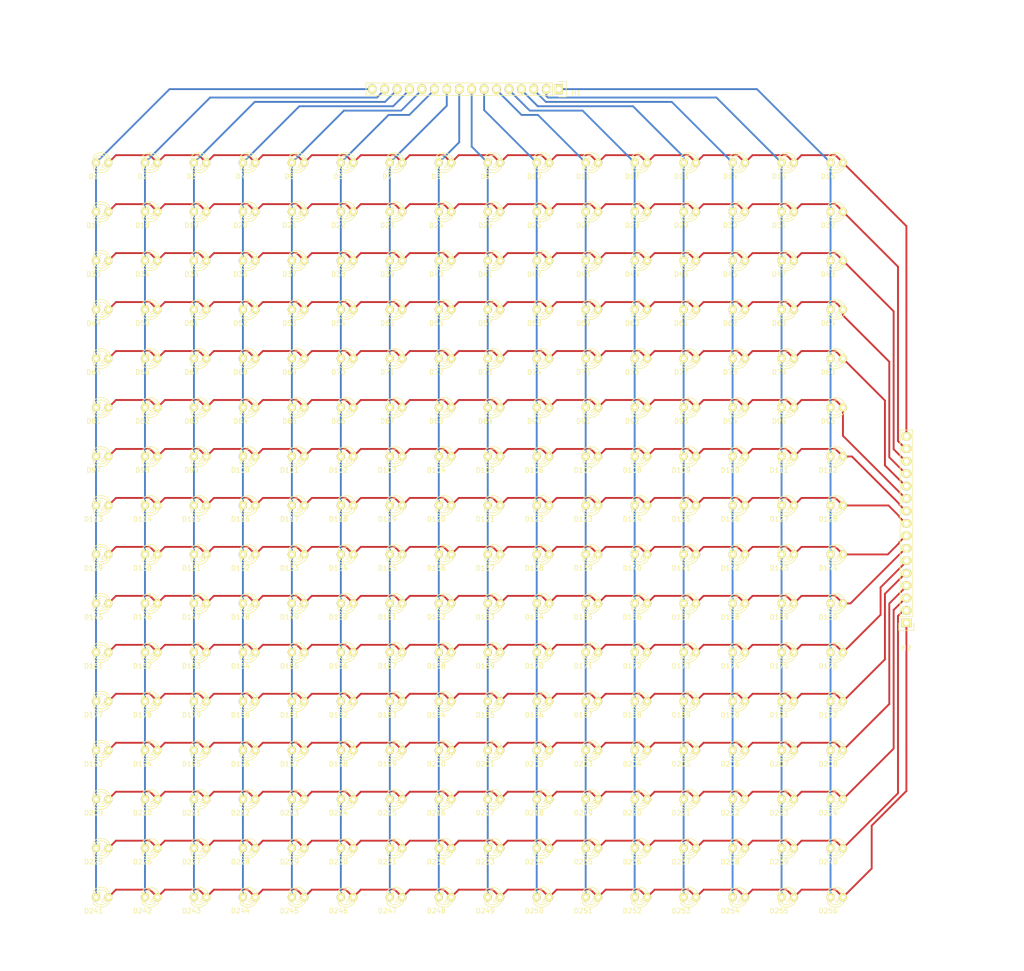
<source format=kicad_pcb>
(kicad_pcb (version 4) (host pcbnew "(2015-06-20 BZR 5796)-product")
  (layers (0 F.Cu signal) (31 B.Cu signal) (34 B.Paste user) (35 F.Paste user) (36 B.SilkS user) (37 F.SilkS user) (38 B.Mask user) (39 F.Mask user) (44 Edge.Cuts user))
  (net 0 "")
  (net 1 "Net-(D1-Pad1)")
  (net 2 "Net-(D1-Pad2)")
  (net 3 "Net-(D114-Pad2)")
  (net 4 "Net-(D115-Pad2)")
  (net 5 "Net-(D100-Pad2)")
  (net 6 "Net-(D101-Pad2)")
  (net 7 "Net-(D102-Pad2)")
  (net 8 "Net-(D103-Pad2)")
  (net 9 "Net-(D104-Pad2)")
  (net 10 "Net-(D105-Pad2)")
  (net 11 "Net-(D10-Pad2)")
  (net 12 "Net-(D107-Pad2)")
  (net 13 "Net-(D108-Pad2)")
  (net 14 "Net-(D109-Pad2)")
  (net 15 "Net-(D110-Pad2)")
  (net 16 "Net-(D111-Pad2)")
  (net 17 "Net-(D112-Pad2)")
  (net 18 "Net-(D17-Pad1)")
  (net 19 "Net-(D33-Pad1)")
  (net 20 "Net-(D49-Pad1)")
  (net 21 "Net-(D65-Pad1)")
  (net 22 "Net-(D81-Pad1)")
  (net 23 "Net-(D100-Pad1)")
  (net 24 "Net-(D113-Pad1)")
  (net 25 "Net-(D129-Pad1)")
  (net 26 "Net-(D145-Pad1)")
  (net 27 "Net-(D161-Pad1)")
  (net 28 "Net-(D177-Pad1)")
  (net 29 "Net-(D193-Pad1)")
  (net 30 "Net-(D209-Pad1)")
  (net 31 "Net-(D225-Pad1)")
  (net 32 "Net-(D241-Pad1)")
  (module LEDs:LED-3MM (layer F.Cu) (at 167.6785 181.0985 180)
    (fp_text reference D256 (at 1.778 -2.794 180) (layer F.SilkS))
    (fp_text value LED)
    (pad 1 thru_hole circle (at -1.27 0 180) (size 1.6764 1.6764) (drill 0.8128) (layers *.Cu *.Mask F.SilkS) (net 32 "Net-(D241-Pad1)"))
    (pad 2 thru_hole circle (at 1.27 0 180) (size 1.6764 1.6764) (drill 0.8128) (layers *.Cu *.Mask F.SilkS) (net 17 "Net-(D112-Pad2)"))
  )
  (module LEDs:LED-3MM (layer F.Cu) (at 157.6785 181.0985 180)
    (fp_text reference D255 (at 1.778 -2.794 180) (layer F.SilkS))
    (fp_text value LED)
    (pad 1 thru_hole circle (at -1.27 0 180) (size 1.6764 1.6764) (drill 0.8128) (layers *.Cu *.Mask F.SilkS) (net 32 "Net-(D241-Pad1)"))
    (pad 2 thru_hole circle (at 1.27 0 180) (size 1.6764 1.6764) (drill 0.8128) (layers *.Cu *.Mask F.SilkS) (net 16 "Net-(D111-Pad2)"))
  )
  (module LEDs:LED-3MM (layer F.Cu) (at 147.6785 181.0985 180)
    (fp_text reference D254 (at 1.778 -2.794 180) (layer F.SilkS))
    (fp_text value LED)
    (pad 1 thru_hole circle (at -1.27 0 180) (size 1.6764 1.6764) (drill 0.8128) (layers *.Cu *.Mask F.SilkS) (net 32 "Net-(D241-Pad1)"))
    (pad 2 thru_hole circle (at 1.27 0 180) (size 1.6764 1.6764) (drill 0.8128) (layers *.Cu *.Mask F.SilkS) (net 15 "Net-(D110-Pad2)"))
  )
  (module LEDs:LED-3MM (layer F.Cu) (at 137.6785 181.0985 180)
    (fp_text reference D253 (at 1.778 -2.794 180) (layer F.SilkS))
    (fp_text value LED)
    (pad 1 thru_hole circle (at -1.27 0 180) (size 1.6764 1.6764) (drill 0.8128) (layers *.Cu *.Mask F.SilkS) (net 32 "Net-(D241-Pad1)"))
    (pad 2 thru_hole circle (at 1.27 0 180) (size 1.6764 1.6764) (drill 0.8128) (layers *.Cu *.Mask F.SilkS) (net 14 "Net-(D109-Pad2)"))
  )
  (module LEDs:LED-3MM (layer F.Cu) (at 127.6785 181.0985 180)
    (fp_text reference D252 (at 1.778 -2.794 180) (layer F.SilkS))
    (fp_text value LED)
    (pad 1 thru_hole circle (at -1.27 0 180) (size 1.6764 1.6764) (drill 0.8128) (layers *.Cu *.Mask F.SilkS) (net 32 "Net-(D241-Pad1)"))
    (pad 2 thru_hole circle (at 1.27 0 180) (size 1.6764 1.6764) (drill 0.8128) (layers *.Cu *.Mask F.SilkS) (net 13 "Net-(D108-Pad2)"))
  )
  (module LEDs:LED-3MM (layer F.Cu) (at 117.6785 181.0985 180)
    (fp_text reference D251 (at 1.778 -2.794 180) (layer F.SilkS))
    (fp_text value LED)
    (pad 1 thru_hole circle (at -1.27 0 180) (size 1.6764 1.6764) (drill 0.8128) (layers *.Cu *.Mask F.SilkS) (net 32 "Net-(D241-Pad1)"))
    (pad 2 thru_hole circle (at 1.27 0 180) (size 1.6764 1.6764) (drill 0.8128) (layers *.Cu *.Mask F.SilkS) (net 12 "Net-(D107-Pad2)"))
  )
  (module LEDs:LED-3MM (layer F.Cu) (at 107.6785 181.0985 180)
    (fp_text reference D250 (at 1.778 -2.794 180) (layer F.SilkS))
    (fp_text value LED)
    (pad 1 thru_hole circle (at -1.27 0 180) (size 1.6764 1.6764) (drill 0.8128) (layers *.Cu *.Mask F.SilkS) (net 32 "Net-(D241-Pad1)"))
    (pad 2 thru_hole circle (at 1.27 0 180) (size 1.6764 1.6764) (drill 0.8128) (layers *.Cu *.Mask F.SilkS) (net 11 "Net-(D10-Pad2)"))
  )
  (module LEDs:LED-3MM (layer F.Cu) (at 97.6785 181.0985 180)
    (fp_text reference D249 (at 1.778 -2.794 180) (layer F.SilkS))
    (fp_text value LED)
    (pad 1 thru_hole circle (at -1.27 0 180) (size 1.6764 1.6764) (drill 0.8128) (layers *.Cu *.Mask F.SilkS) (net 32 "Net-(D241-Pad1)"))
    (pad 2 thru_hole circle (at 1.27 0 180) (size 1.6764 1.6764) (drill 0.8128) (layers *.Cu *.Mask F.SilkS) (net 10 "Net-(D105-Pad2)"))
  )
  (module LEDs:LED-3MM (layer F.Cu) (at 87.6785 181.0985 180)
    (fp_text reference D248 (at 1.778 -2.794 180) (layer F.SilkS))
    (fp_text value LED)
    (pad 1 thru_hole circle (at -1.27 0 180) (size 1.6764 1.6764) (drill 0.8128) (layers *.Cu *.Mask F.SilkS) (net 32 "Net-(D241-Pad1)"))
    (pad 2 thru_hole circle (at 1.27 0 180) (size 1.6764 1.6764) (drill 0.8128) (layers *.Cu *.Mask F.SilkS) (net 9 "Net-(D104-Pad2)"))
  )
  (module LEDs:LED-3MM (layer F.Cu) (at 77.6785 181.0985 180)
    (fp_text reference D247 (at 1.778 -2.794 180) (layer F.SilkS))
    (fp_text value LED)
    (pad 1 thru_hole circle (at -1.27 0 180) (size 1.6764 1.6764) (drill 0.8128) (layers *.Cu *.Mask F.SilkS) (net 32 "Net-(D241-Pad1)"))
    (pad 2 thru_hole circle (at 1.27 0 180) (size 1.6764 1.6764) (drill 0.8128) (layers *.Cu *.Mask F.SilkS) (net 8 "Net-(D103-Pad2)"))
  )
  (module LEDs:LED-3MM (layer F.Cu) (at 67.6785 181.0985 180)
    (fp_text reference D246 (at 1.778 -2.794 180) (layer F.SilkS))
    (fp_text value LED)
    (pad 1 thru_hole circle (at -1.27 0 180) (size 1.6764 1.6764) (drill 0.8128) (layers *.Cu *.Mask F.SilkS) (net 32 "Net-(D241-Pad1)"))
    (pad 2 thru_hole circle (at 1.27 0 180) (size 1.6764 1.6764) (drill 0.8128) (layers *.Cu *.Mask F.SilkS) (net 7 "Net-(D102-Pad2)"))
  )
  (module LEDs:LED-3MM (layer F.Cu) (at 57.6785 181.0985 180)
    (fp_text reference D245 (at 1.778 -2.794 180) (layer F.SilkS))
    (fp_text value LED)
    (pad 1 thru_hole circle (at -1.27 0 180) (size 1.6764 1.6764) (drill 0.8128) (layers *.Cu *.Mask F.SilkS) (net 32 "Net-(D241-Pad1)"))
    (pad 2 thru_hole circle (at 1.27 0 180) (size 1.6764 1.6764) (drill 0.8128) (layers *.Cu *.Mask F.SilkS) (net 6 "Net-(D101-Pad2)"))
  )
  (module LEDs:LED-3MM (layer F.Cu) (at 47.6785 181.0985 180)
    (fp_text reference D244 (at 1.778 -2.794 180) (layer F.SilkS))
    (fp_text value LED)
    (pad 1 thru_hole circle (at -1.27 0 180) (size 1.6764 1.6764) (drill 0.8128) (layers *.Cu *.Mask F.SilkS) (net 32 "Net-(D241-Pad1)"))
    (pad 2 thru_hole circle (at 1.27 0 180) (size 1.6764 1.6764) (drill 0.8128) (layers *.Cu *.Mask F.SilkS) (net 5 "Net-(D100-Pad2)"))
  )
  (module LEDs:LED-3MM (layer F.Cu) (at 37.6785 181.0985 180)
    (fp_text reference D243 (at 1.778 -2.794 180) (layer F.SilkS))
    (fp_text value LED)
    (pad 1 thru_hole circle (at -1.27 0 180) (size 1.6764 1.6764) (drill 0.8128) (layers *.Cu *.Mask F.SilkS) (net 32 "Net-(D241-Pad1)"))
    (pad 2 thru_hole circle (at 1.27 0 180) (size 1.6764 1.6764) (drill 0.8128) (layers *.Cu *.Mask F.SilkS) (net 4 "Net-(D115-Pad2)"))
  )
  (module LEDs:LED-3MM (layer F.Cu) (at 27.6785 181.0985 180)
    (fp_text reference D242 (at 1.778 -2.794 180) (layer F.SilkS))
    (fp_text value LED)
    (pad 1 thru_hole circle (at -1.27 0 180) (size 1.6764 1.6764) (drill 0.8128) (layers *.Cu *.Mask F.SilkS) (net 32 "Net-(D241-Pad1)"))
    (pad 2 thru_hole circle (at 1.27 0 180) (size 1.6764 1.6764) (drill 0.8128) (layers *.Cu *.Mask F.SilkS) (net 3 "Net-(D114-Pad2)"))
  )
  (module LEDs:LED-3MM (layer F.Cu) (at 17.6785 181.0985 180)
    (fp_text reference D241 (at 1.778 -2.794 180) (layer F.SilkS))
    (fp_text value LED)
    (pad 1 thru_hole circle (at -1.27 0 180) (size 1.6764 1.6764) (drill 0.8128) (layers *.Cu *.Mask F.SilkS) (net 32 "Net-(D241-Pad1)"))
    (pad 2 thru_hole circle (at 1.27 0 180) (size 1.6764 1.6764) (drill 0.8128) (layers *.Cu *.Mask F.SilkS) (net 2 "Net-(D1-Pad2)"))
  )
  (module LEDs:LED-3MM (layer F.Cu) (at 167.6785 171.0985 180)
    (fp_text reference D240 (at 1.778 -2.794 180) (layer F.SilkS))
    (fp_text value LED)
    (pad 1 thru_hole circle (at -1.27 0 180) (size 1.6764 1.6764) (drill 0.8128) (layers *.Cu *.Mask F.SilkS) (net 31 "Net-(D225-Pad1)"))
    (pad 2 thru_hole circle (at 1.27 0 180) (size 1.6764 1.6764) (drill 0.8128) (layers *.Cu *.Mask F.SilkS) (net 17 "Net-(D112-Pad2)"))
  )
  (module LEDs:LED-3MM (layer F.Cu) (at 157.6785 171.0985 180)
    (fp_text reference D239 (at 1.778 -2.794 180) (layer F.SilkS))
    (fp_text value LED)
    (pad 1 thru_hole circle (at -1.27 0 180) (size 1.6764 1.6764) (drill 0.8128) (layers *.Cu *.Mask F.SilkS) (net 31 "Net-(D225-Pad1)"))
    (pad 2 thru_hole circle (at 1.27 0 180) (size 1.6764 1.6764) (drill 0.8128) (layers *.Cu *.Mask F.SilkS) (net 16 "Net-(D111-Pad2)"))
  )
  (module LEDs:LED-3MM (layer F.Cu) (at 147.6785 171.0985 180)
    (fp_text reference D238 (at 1.778 -2.794 180) (layer F.SilkS))
    (fp_text value LED)
    (pad 1 thru_hole circle (at -1.27 0 180) (size 1.6764 1.6764) (drill 0.8128) (layers *.Cu *.Mask F.SilkS) (net 31 "Net-(D225-Pad1)"))
    (pad 2 thru_hole circle (at 1.27 0 180) (size 1.6764 1.6764) (drill 0.8128) (layers *.Cu *.Mask F.SilkS) (net 15 "Net-(D110-Pad2)"))
  )
  (module LEDs:LED-3MM (layer F.Cu) (at 137.6785 171.0985 180)
    (fp_text reference D237 (at 1.778 -2.794 180) (layer F.SilkS))
    (fp_text value LED)
    (pad 1 thru_hole circle (at -1.27 0 180) (size 1.6764 1.6764) (drill 0.8128) (layers *.Cu *.Mask F.SilkS) (net 31 "Net-(D225-Pad1)"))
    (pad 2 thru_hole circle (at 1.27 0 180) (size 1.6764 1.6764) (drill 0.8128) (layers *.Cu *.Mask F.SilkS) (net 14 "Net-(D109-Pad2)"))
  )
  (module LEDs:LED-3MM (layer F.Cu) (at 127.6785 171.0985 180)
    (fp_text reference D236 (at 1.778 -2.794 180) (layer F.SilkS))
    (fp_text value LED)
    (pad 1 thru_hole circle (at -1.27 0 180) (size 1.6764 1.6764) (drill 0.8128) (layers *.Cu *.Mask F.SilkS) (net 31 "Net-(D225-Pad1)"))
    (pad 2 thru_hole circle (at 1.27 0 180) (size 1.6764 1.6764) (drill 0.8128) (layers *.Cu *.Mask F.SilkS) (net 13 "Net-(D108-Pad2)"))
  )
  (module LEDs:LED-3MM (layer F.Cu) (at 117.6785 171.0985 180)
    (fp_text reference D235 (at 1.778 -2.794 180) (layer F.SilkS))
    (fp_text value LED)
    (pad 1 thru_hole circle (at -1.27 0 180) (size 1.6764 1.6764) (drill 0.8128) (layers *.Cu *.Mask F.SilkS) (net 31 "Net-(D225-Pad1)"))
    (pad 2 thru_hole circle (at 1.27 0 180) (size 1.6764 1.6764) (drill 0.8128) (layers *.Cu *.Mask F.SilkS) (net 12 "Net-(D107-Pad2)"))
  )
  (module LEDs:LED-3MM (layer F.Cu) (at 107.6785 171.0985 180)
    (fp_text reference D234 (at 1.778 -2.794 180) (layer F.SilkS))
    (fp_text value LED)
    (pad 1 thru_hole circle (at -1.27 0 180) (size 1.6764 1.6764) (drill 0.8128) (layers *.Cu *.Mask F.SilkS) (net 31 "Net-(D225-Pad1)"))
    (pad 2 thru_hole circle (at 1.27 0 180) (size 1.6764 1.6764) (drill 0.8128) (layers *.Cu *.Mask F.SilkS) (net 11 "Net-(D10-Pad2)"))
  )
  (module LEDs:LED-3MM (layer F.Cu) (at 97.6785 171.0985 180)
    (fp_text reference D233 (at 1.778 -2.794 180) (layer F.SilkS))
    (fp_text value LED)
    (pad 1 thru_hole circle (at -1.27 0 180) (size 1.6764 1.6764) (drill 0.8128) (layers *.Cu *.Mask F.SilkS) (net 31 "Net-(D225-Pad1)"))
    (pad 2 thru_hole circle (at 1.27 0 180) (size 1.6764 1.6764) (drill 0.8128) (layers *.Cu *.Mask F.SilkS) (net 10 "Net-(D105-Pad2)"))
  )
  (module LEDs:LED-3MM (layer F.Cu) (at 87.6785 171.0985 180)
    (fp_text reference D232 (at 1.778 -2.794 180) (layer F.SilkS))
    (fp_text value LED)
    (pad 1 thru_hole circle (at -1.27 0 180) (size 1.6764 1.6764) (drill 0.8128) (layers *.Cu *.Mask F.SilkS) (net 31 "Net-(D225-Pad1)"))
    (pad 2 thru_hole circle (at 1.27 0 180) (size 1.6764 1.6764) (drill 0.8128) (layers *.Cu *.Mask F.SilkS) (net 9 "Net-(D104-Pad2)"))
  )
  (module LEDs:LED-3MM (layer F.Cu) (at 77.6785 171.0985 180)
    (fp_text reference D231 (at 1.778 -2.794 180) (layer F.SilkS))
    (fp_text value LED)
    (pad 1 thru_hole circle (at -1.27 0 180) (size 1.6764 1.6764) (drill 0.8128) (layers *.Cu *.Mask F.SilkS) (net 31 "Net-(D225-Pad1)"))
    (pad 2 thru_hole circle (at 1.27 0 180) (size 1.6764 1.6764) (drill 0.8128) (layers *.Cu *.Mask F.SilkS) (net 8 "Net-(D103-Pad2)"))
  )
  (module LEDs:LED-3MM (layer F.Cu) (at 67.6785 171.0985 180)
    (fp_text reference D230 (at 1.778 -2.794 180) (layer F.SilkS))
    (fp_text value LED)
    (pad 1 thru_hole circle (at -1.27 0 180) (size 1.6764 1.6764) (drill 0.8128) (layers *.Cu *.Mask F.SilkS) (net 31 "Net-(D225-Pad1)"))
    (pad 2 thru_hole circle (at 1.27 0 180) (size 1.6764 1.6764) (drill 0.8128) (layers *.Cu *.Mask F.SilkS) (net 7 "Net-(D102-Pad2)"))
  )
  (module LEDs:LED-3MM (layer F.Cu) (at 57.6785 171.0985 180)
    (fp_text reference D229 (at 1.778 -2.794 180) (layer F.SilkS))
    (fp_text value LED)
    (pad 1 thru_hole circle (at -1.27 0 180) (size 1.6764 1.6764) (drill 0.8128) (layers *.Cu *.Mask F.SilkS) (net 31 "Net-(D225-Pad1)"))
    (pad 2 thru_hole circle (at 1.27 0 180) (size 1.6764 1.6764) (drill 0.8128) (layers *.Cu *.Mask F.SilkS) (net 6 "Net-(D101-Pad2)"))
  )
  (module LEDs:LED-3MM (layer F.Cu) (at 47.6785 171.0985 180)
    (fp_text reference D228 (at 1.778 -2.794 180) (layer F.SilkS))
    (fp_text value LED)
    (pad 1 thru_hole circle (at -1.27 0 180) (size 1.6764 1.6764) (drill 0.8128) (layers *.Cu *.Mask F.SilkS) (net 31 "Net-(D225-Pad1)"))
    (pad 2 thru_hole circle (at 1.27 0 180) (size 1.6764 1.6764) (drill 0.8128) (layers *.Cu *.Mask F.SilkS) (net 5 "Net-(D100-Pad2)"))
  )
  (module LEDs:LED-3MM (layer F.Cu) (at 37.6785 171.0985 180)
    (fp_text reference D227 (at 1.778 -2.794 180) (layer F.SilkS))
    (fp_text value LED)
    (pad 1 thru_hole circle (at -1.27 0 180) (size 1.6764 1.6764) (drill 0.8128) (layers *.Cu *.Mask F.SilkS) (net 31 "Net-(D225-Pad1)"))
    (pad 2 thru_hole circle (at 1.27 0 180) (size 1.6764 1.6764) (drill 0.8128) (layers *.Cu *.Mask F.SilkS) (net 4 "Net-(D115-Pad2)"))
  )
  (module LEDs:LED-3MM (layer F.Cu) (at 27.6785 171.0985 180)
    (fp_text reference D226 (at 1.778 -2.794 180) (layer F.SilkS))
    (fp_text value LED)
    (pad 1 thru_hole circle (at -1.27 0 180) (size 1.6764 1.6764) (drill 0.8128) (layers *.Cu *.Mask F.SilkS) (net 31 "Net-(D225-Pad1)"))
    (pad 2 thru_hole circle (at 1.27 0 180) (size 1.6764 1.6764) (drill 0.8128) (layers *.Cu *.Mask F.SilkS) (net 3 "Net-(D114-Pad2)"))
  )
  (module LEDs:LED-3MM (layer F.Cu) (at 17.6785 171.0985 180)
    (fp_text reference D225 (at 1.778 -2.794 180) (layer F.SilkS))
    (fp_text value LED)
    (pad 1 thru_hole circle (at -1.27 0 180) (size 1.6764 1.6764) (drill 0.8128) (layers *.Cu *.Mask F.SilkS) (net 31 "Net-(D225-Pad1)"))
    (pad 2 thru_hole circle (at 1.27 0 180) (size 1.6764 1.6764) (drill 0.8128) (layers *.Cu *.Mask F.SilkS) (net 2 "Net-(D1-Pad2)"))
  )
  (module LEDs:LED-3MM (layer F.Cu) (at 167.6785 161.0985 180)
    (fp_text reference D224 (at 1.778 -2.794 180) (layer F.SilkS))
    (fp_text value LED)
    (pad 1 thru_hole circle (at -1.27 0 180) (size 1.6764 1.6764) (drill 0.8128) (layers *.Cu *.Mask F.SilkS) (net 30 "Net-(D209-Pad1)"))
    (pad 2 thru_hole circle (at 1.27 0 180) (size 1.6764 1.6764) (drill 0.8128) (layers *.Cu *.Mask F.SilkS) (net 17 "Net-(D112-Pad2)"))
  )
  (module LEDs:LED-3MM (layer F.Cu) (at 157.6785 161.0985 180)
    (fp_text reference D223 (at 1.778 -2.794 180) (layer F.SilkS))
    (fp_text value LED)
    (pad 1 thru_hole circle (at -1.27 0 180) (size 1.6764 1.6764) (drill 0.8128) (layers *.Cu *.Mask F.SilkS) (net 30 "Net-(D209-Pad1)"))
    (pad 2 thru_hole circle (at 1.27 0 180) (size 1.6764 1.6764) (drill 0.8128) (layers *.Cu *.Mask F.SilkS) (net 16 "Net-(D111-Pad2)"))
  )
  (module LEDs:LED-3MM (layer F.Cu) (at 147.6785 161.0985 180)
    (fp_text reference D222 (at 1.778 -2.794 180) (layer F.SilkS))
    (fp_text value LED)
    (pad 1 thru_hole circle (at -1.27 0 180) (size 1.6764 1.6764) (drill 0.8128) (layers *.Cu *.Mask F.SilkS) (net 30 "Net-(D209-Pad1)"))
    (pad 2 thru_hole circle (at 1.27 0 180) (size 1.6764 1.6764) (drill 0.8128) (layers *.Cu *.Mask F.SilkS) (net 15 "Net-(D110-Pad2)"))
  )
  (module LEDs:LED-3MM (layer F.Cu) (at 137.6785 161.0985 180)
    (fp_text reference D221 (at 1.778 -2.794 180) (layer F.SilkS))
    (fp_text value LED)
    (pad 1 thru_hole circle (at -1.27 0 180) (size 1.6764 1.6764) (drill 0.8128) (layers *.Cu *.Mask F.SilkS) (net 30 "Net-(D209-Pad1)"))
    (pad 2 thru_hole circle (at 1.27 0 180) (size 1.6764 1.6764) (drill 0.8128) (layers *.Cu *.Mask F.SilkS) (net 14 "Net-(D109-Pad2)"))
  )
  (module LEDs:LED-3MM (layer F.Cu) (at 127.6785 161.0985 180)
    (fp_text reference D220 (at 1.778 -2.794 180) (layer F.SilkS))
    (fp_text value LED)
    (pad 1 thru_hole circle (at -1.27 0 180) (size 1.6764 1.6764) (drill 0.8128) (layers *.Cu *.Mask F.SilkS) (net 30 "Net-(D209-Pad1)"))
    (pad 2 thru_hole circle (at 1.27 0 180) (size 1.6764 1.6764) (drill 0.8128) (layers *.Cu *.Mask F.SilkS) (net 13 "Net-(D108-Pad2)"))
  )
  (module LEDs:LED-3MM (layer F.Cu) (at 117.6785 161.0985 180)
    (fp_text reference D219 (at 1.778 -2.794 180) (layer F.SilkS))
    (fp_text value LED)
    (pad 1 thru_hole circle (at -1.27 0 180) (size 1.6764 1.6764) (drill 0.8128) (layers *.Cu *.Mask F.SilkS) (net 30 "Net-(D209-Pad1)"))
    (pad 2 thru_hole circle (at 1.27 0 180) (size 1.6764 1.6764) (drill 0.8128) (layers *.Cu *.Mask F.SilkS) (net 12 "Net-(D107-Pad2)"))
  )
  (module LEDs:LED-3MM (layer F.Cu) (at 107.6785 161.0985 180)
    (fp_text reference D218 (at 1.778 -2.794 180) (layer F.SilkS))
    (fp_text value LED)
    (pad 1 thru_hole circle (at -1.27 0 180) (size 1.6764 1.6764) (drill 0.8128) (layers *.Cu *.Mask F.SilkS) (net 30 "Net-(D209-Pad1)"))
    (pad 2 thru_hole circle (at 1.27 0 180) (size 1.6764 1.6764) (drill 0.8128) (layers *.Cu *.Mask F.SilkS) (net 11 "Net-(D10-Pad2)"))
  )
  (module LEDs:LED-3MM (layer F.Cu) (at 97.6785 161.0985 180)
    (fp_text reference D217 (at 1.778 -2.794 180) (layer F.SilkS))
    (fp_text value LED)
    (pad 1 thru_hole circle (at -1.27 0 180) (size 1.6764 1.6764) (drill 0.8128) (layers *.Cu *.Mask F.SilkS) (net 30 "Net-(D209-Pad1)"))
    (pad 2 thru_hole circle (at 1.27 0 180) (size 1.6764 1.6764) (drill 0.8128) (layers *.Cu *.Mask F.SilkS) (net 10 "Net-(D105-Pad2)"))
  )
  (module LEDs:LED-3MM (layer F.Cu) (at 87.6785 161.0985 180)
    (fp_text reference D216 (at 1.778 -2.794 180) (layer F.SilkS))
    (fp_text value LED)
    (pad 1 thru_hole circle (at -1.27 0 180) (size 1.6764 1.6764) (drill 0.8128) (layers *.Cu *.Mask F.SilkS) (net 30 "Net-(D209-Pad1)"))
    (pad 2 thru_hole circle (at 1.27 0 180) (size 1.6764 1.6764) (drill 0.8128) (layers *.Cu *.Mask F.SilkS) (net 9 "Net-(D104-Pad2)"))
  )
  (module LEDs:LED-3MM (layer F.Cu) (at 77.6785 161.0985 180)
    (fp_text reference D215 (at 1.778 -2.794 180) (layer F.SilkS))
    (fp_text value LED)
    (pad 1 thru_hole circle (at -1.27 0 180) (size 1.6764 1.6764) (drill 0.8128) (layers *.Cu *.Mask F.SilkS) (net 30 "Net-(D209-Pad1)"))
    (pad 2 thru_hole circle (at 1.27 0 180) (size 1.6764 1.6764) (drill 0.8128) (layers *.Cu *.Mask F.SilkS) (net 8 "Net-(D103-Pad2)"))
  )
  (module LEDs:LED-3MM (layer F.Cu) (at 67.6785 161.0985 180)
    (fp_text reference D214 (at 1.778 -2.794 180) (layer F.SilkS))
    (fp_text value LED)
    (pad 1 thru_hole circle (at -1.27 0 180) (size 1.6764 1.6764) (drill 0.8128) (layers *.Cu *.Mask F.SilkS) (net 30 "Net-(D209-Pad1)"))
    (pad 2 thru_hole circle (at 1.27 0 180) (size 1.6764 1.6764) (drill 0.8128) (layers *.Cu *.Mask F.SilkS) (net 7 "Net-(D102-Pad2)"))
  )
  (module LEDs:LED-3MM (layer F.Cu) (at 57.6785 161.0985 180)
    (fp_text reference D213 (at 1.778 -2.794 180) (layer F.SilkS))
    (fp_text value LED)
    (pad 1 thru_hole circle (at -1.27 0 180) (size 1.6764 1.6764) (drill 0.8128) (layers *.Cu *.Mask F.SilkS) (net 30 "Net-(D209-Pad1)"))
    (pad 2 thru_hole circle (at 1.27 0 180) (size 1.6764 1.6764) (drill 0.8128) (layers *.Cu *.Mask F.SilkS) (net 6 "Net-(D101-Pad2)"))
  )
  (module LEDs:LED-3MM (layer F.Cu) (at 47.6785 161.0985 180)
    (fp_text reference D212 (at 1.778 -2.794 180) (layer F.SilkS))
    (fp_text value LED)
    (pad 1 thru_hole circle (at -1.27 0 180) (size 1.6764 1.6764) (drill 0.8128) (layers *.Cu *.Mask F.SilkS) (net 30 "Net-(D209-Pad1)"))
    (pad 2 thru_hole circle (at 1.27 0 180) (size 1.6764 1.6764) (drill 0.8128) (layers *.Cu *.Mask F.SilkS) (net 5 "Net-(D100-Pad2)"))
  )
  (module LEDs:LED-3MM (layer F.Cu) (at 37.6785 161.0985 180)
    (fp_text reference D211 (at 1.778 -2.794 180) (layer F.SilkS))
    (fp_text value LED)
    (pad 1 thru_hole circle (at -1.27 0 180) (size 1.6764 1.6764) (drill 0.8128) (layers *.Cu *.Mask F.SilkS) (net 30 "Net-(D209-Pad1)"))
    (pad 2 thru_hole circle (at 1.27 0 180) (size 1.6764 1.6764) (drill 0.8128) (layers *.Cu *.Mask F.SilkS) (net 4 "Net-(D115-Pad2)"))
  )
  (module LEDs:LED-3MM (layer F.Cu) (at 27.6785 161.0985 180)
    (fp_text reference D210 (at 1.778 -2.794 180) (layer F.SilkS))
    (fp_text value LED)
    (pad 1 thru_hole circle (at -1.27 0 180) (size 1.6764 1.6764) (drill 0.8128) (layers *.Cu *.Mask F.SilkS) (net 30 "Net-(D209-Pad1)"))
    (pad 2 thru_hole circle (at 1.27 0 180) (size 1.6764 1.6764) (drill 0.8128) (layers *.Cu *.Mask F.SilkS) (net 3 "Net-(D114-Pad2)"))
  )
  (module LEDs:LED-3MM (layer F.Cu) (at 17.6785 161.0985 180)
    (fp_text reference D209 (at 1.778 -2.794 180) (layer F.SilkS))
    (fp_text value LED)
    (pad 1 thru_hole circle (at -1.27 0 180) (size 1.6764 1.6764) (drill 0.8128) (layers *.Cu *.Mask F.SilkS) (net 30 "Net-(D209-Pad1)"))
    (pad 2 thru_hole circle (at 1.27 0 180) (size 1.6764 1.6764) (drill 0.8128) (layers *.Cu *.Mask F.SilkS) (net 2 "Net-(D1-Pad2)"))
  )
  (module LEDs:LED-3MM (layer F.Cu) (at 167.6785 151.0985 180)
    (fp_text reference D208 (at 1.778 -2.794 180) (layer F.SilkS))
    (fp_text value LED)
    (pad 1 thru_hole circle (at -1.27 0 180) (size 1.6764 1.6764) (drill 0.8128) (layers *.Cu *.Mask F.SilkS) (net 29 "Net-(D193-Pad1)"))
    (pad 2 thru_hole circle (at 1.27 0 180) (size 1.6764 1.6764) (drill 0.8128) (layers *.Cu *.Mask F.SilkS) (net 17 "Net-(D112-Pad2)"))
  )
  (module LEDs:LED-3MM (layer F.Cu) (at 157.6785 151.0985 180)
    (fp_text reference D207 (at 1.778 -2.794 180) (layer F.SilkS))
    (fp_text value LED)
    (pad 1 thru_hole circle (at -1.27 0 180) (size 1.6764 1.6764) (drill 0.8128) (layers *.Cu *.Mask F.SilkS) (net 29 "Net-(D193-Pad1)"))
    (pad 2 thru_hole circle (at 1.27 0 180) (size 1.6764 1.6764) (drill 0.8128) (layers *.Cu *.Mask F.SilkS) (net 16 "Net-(D111-Pad2)"))
  )
  (module LEDs:LED-3MM (layer F.Cu) (at 147.6785 151.0985 180)
    (fp_text reference D206 (at 1.778 -2.794 180) (layer F.SilkS))
    (fp_text value LED)
    (pad 1 thru_hole circle (at -1.27 0 180) (size 1.6764 1.6764) (drill 0.8128) (layers *.Cu *.Mask F.SilkS) (net 29 "Net-(D193-Pad1)"))
    (pad 2 thru_hole circle (at 1.27 0 180) (size 1.6764 1.6764) (drill 0.8128) (layers *.Cu *.Mask F.SilkS) (net 15 "Net-(D110-Pad2)"))
  )
  (module LEDs:LED-3MM (layer F.Cu) (at 137.6785 151.0985 180)
    (fp_text reference D205 (at 1.778 -2.794 180) (layer F.SilkS))
    (fp_text value LED)
    (pad 1 thru_hole circle (at -1.27 0 180) (size 1.6764 1.6764) (drill 0.8128) (layers *.Cu *.Mask F.SilkS) (net 29 "Net-(D193-Pad1)"))
    (pad 2 thru_hole circle (at 1.27 0 180) (size 1.6764 1.6764) (drill 0.8128) (layers *.Cu *.Mask F.SilkS) (net 14 "Net-(D109-Pad2)"))
  )
  (module LEDs:LED-3MM (layer F.Cu) (at 127.6785 151.0985 180)
    (fp_text reference D204 (at 1.778 -2.794 180) (layer F.SilkS))
    (fp_text value LED)
    (pad 1 thru_hole circle (at -1.27 0 180) (size 1.6764 1.6764) (drill 0.8128) (layers *.Cu *.Mask F.SilkS) (net 29 "Net-(D193-Pad1)"))
    (pad 2 thru_hole circle (at 1.27 0 180) (size 1.6764 1.6764) (drill 0.8128) (layers *.Cu *.Mask F.SilkS) (net 13 "Net-(D108-Pad2)"))
  )
  (module LEDs:LED-3MM (layer F.Cu) (at 117.6785 151.0985 180)
    (fp_text reference D203 (at 1.778 -2.794 180) (layer F.SilkS))
    (fp_text value LED)
    (pad 1 thru_hole circle (at -1.27 0 180) (size 1.6764 1.6764) (drill 0.8128) (layers *.Cu *.Mask F.SilkS) (net 29 "Net-(D193-Pad1)"))
    (pad 2 thru_hole circle (at 1.27 0 180) (size 1.6764 1.6764) (drill 0.8128) (layers *.Cu *.Mask F.SilkS) (net 12 "Net-(D107-Pad2)"))
  )
  (module LEDs:LED-3MM (layer F.Cu) (at 107.6785 151.0985 180)
    (fp_text reference D202 (at 1.778 -2.794 180) (layer F.SilkS))
    (fp_text value LED)
    (pad 1 thru_hole circle (at -1.27 0 180) (size 1.6764 1.6764) (drill 0.8128) (layers *.Cu *.Mask F.SilkS) (net 29 "Net-(D193-Pad1)"))
    (pad 2 thru_hole circle (at 1.27 0 180) (size 1.6764 1.6764) (drill 0.8128) (layers *.Cu *.Mask F.SilkS) (net 11 "Net-(D10-Pad2)"))
  )
  (module LEDs:LED-3MM (layer F.Cu) (at 97.6785 151.0985 180)
    (fp_text reference D201 (at 1.778 -2.794 180) (layer F.SilkS))
    (fp_text value LED)
    (pad 1 thru_hole circle (at -1.27 0 180) (size 1.6764 1.6764) (drill 0.8128) (layers *.Cu *.Mask F.SilkS) (net 29 "Net-(D193-Pad1)"))
    (pad 2 thru_hole circle (at 1.27 0 180) (size 1.6764 1.6764) (drill 0.8128) (layers *.Cu *.Mask F.SilkS) (net 10 "Net-(D105-Pad2)"))
  )
  (module LEDs:LED-3MM (layer F.Cu) (at 87.6785 151.0985 180)
    (fp_text reference D200 (at 1.778 -2.794 180) (layer F.SilkS))
    (fp_text value LED)
    (pad 1 thru_hole circle (at -1.27 0 180) (size 1.6764 1.6764) (drill 0.8128) (layers *.Cu *.Mask F.SilkS) (net 29 "Net-(D193-Pad1)"))
    (pad 2 thru_hole circle (at 1.27 0 180) (size 1.6764 1.6764) (drill 0.8128) (layers *.Cu *.Mask F.SilkS) (net 9 "Net-(D104-Pad2)"))
  )
  (module LEDs:LED-3MM (layer F.Cu) (at 77.6785 151.0985 180)
    (fp_text reference D199 (at 1.778 -2.794 180) (layer F.SilkS))
    (fp_text value LED)
    (pad 1 thru_hole circle (at -1.27 0 180) (size 1.6764 1.6764) (drill 0.8128) (layers *.Cu *.Mask F.SilkS) (net 29 "Net-(D193-Pad1)"))
    (pad 2 thru_hole circle (at 1.27 0 180) (size 1.6764 1.6764) (drill 0.8128) (layers *.Cu *.Mask F.SilkS) (net 8 "Net-(D103-Pad2)"))
  )
  (module LEDs:LED-3MM (layer F.Cu) (at 67.6785 151.0985 180)
    (fp_text reference D198 (at 1.778 -2.794 180) (layer F.SilkS))
    (fp_text value LED)
    (pad 1 thru_hole circle (at -1.27 0 180) (size 1.6764 1.6764) (drill 0.8128) (layers *.Cu *.Mask F.SilkS) (net 29 "Net-(D193-Pad1)"))
    (pad 2 thru_hole circle (at 1.27 0 180) (size 1.6764 1.6764) (drill 0.8128) (layers *.Cu *.Mask F.SilkS) (net 7 "Net-(D102-Pad2)"))
  )
  (module LEDs:LED-3MM (layer F.Cu) (at 57.6785 151.0985 180)
    (fp_text reference D197 (at 1.778 -2.794 180) (layer F.SilkS))
    (fp_text value LED)
    (pad 1 thru_hole circle (at -1.27 0 180) (size 1.6764 1.6764) (drill 0.8128) (layers *.Cu *.Mask F.SilkS) (net 29 "Net-(D193-Pad1)"))
    (pad 2 thru_hole circle (at 1.27 0 180) (size 1.6764 1.6764) (drill 0.8128) (layers *.Cu *.Mask F.SilkS) (net 6 "Net-(D101-Pad2)"))
  )
  (module LEDs:LED-3MM (layer F.Cu) (at 47.6785 151.0985 180)
    (fp_text reference D196 (at 1.778 -2.794 180) (layer F.SilkS))
    (fp_text value LED)
    (pad 1 thru_hole circle (at -1.27 0 180) (size 1.6764 1.6764) (drill 0.8128) (layers *.Cu *.Mask F.SilkS) (net 29 "Net-(D193-Pad1)"))
    (pad 2 thru_hole circle (at 1.27 0 180) (size 1.6764 1.6764) (drill 0.8128) (layers *.Cu *.Mask F.SilkS) (net 5 "Net-(D100-Pad2)"))
  )
  (module LEDs:LED-3MM (layer F.Cu) (at 37.6785 151.0985 180)
    (fp_text reference D195 (at 1.778 -2.794 180) (layer F.SilkS))
    (fp_text value LED)
    (pad 1 thru_hole circle (at -1.27 0 180) (size 1.6764 1.6764) (drill 0.8128) (layers *.Cu *.Mask F.SilkS) (net 29 "Net-(D193-Pad1)"))
    (pad 2 thru_hole circle (at 1.27 0 180) (size 1.6764 1.6764) (drill 0.8128) (layers *.Cu *.Mask F.SilkS) (net 4 "Net-(D115-Pad2)"))
  )
  (module LEDs:LED-3MM (layer F.Cu) (at 27.6785 151.0985 180)
    (fp_text reference D194 (at 1.778 -2.794 180) (layer F.SilkS))
    (fp_text value LED)
    (pad 1 thru_hole circle (at -1.27 0 180) (size 1.6764 1.6764) (drill 0.8128) (layers *.Cu *.Mask F.SilkS) (net 29 "Net-(D193-Pad1)"))
    (pad 2 thru_hole circle (at 1.27 0 180) (size 1.6764 1.6764) (drill 0.8128) (layers *.Cu *.Mask F.SilkS) (net 3 "Net-(D114-Pad2)"))
  )
  (module LEDs:LED-3MM (layer F.Cu) (at 17.6785 151.0985 180)
    (fp_text reference D193 (at 1.778 -2.794 180) (layer F.SilkS))
    (fp_text value LED)
    (pad 1 thru_hole circle (at -1.27 0 180) (size 1.6764 1.6764) (drill 0.8128) (layers *.Cu *.Mask F.SilkS) (net 29 "Net-(D193-Pad1)"))
    (pad 2 thru_hole circle (at 1.27 0 180) (size 1.6764 1.6764) (drill 0.8128) (layers *.Cu *.Mask F.SilkS) (net 2 "Net-(D1-Pad2)"))
  )
  (module LEDs:LED-3MM (layer F.Cu) (at 167.6785 141.0985 180)
    (fp_text reference D192 (at 1.778 -2.794 180) (layer F.SilkS))
    (fp_text value LED)
    (pad 1 thru_hole circle (at -1.27 0 180) (size 1.6764 1.6764) (drill 0.8128) (layers *.Cu *.Mask F.SilkS) (net 28 "Net-(D177-Pad1)"))
    (pad 2 thru_hole circle (at 1.27 0 180) (size 1.6764 1.6764) (drill 0.8128) (layers *.Cu *.Mask F.SilkS) (net 17 "Net-(D112-Pad2)"))
  )
  (module LEDs:LED-3MM (layer F.Cu) (at 157.6785 141.0985 180)
    (fp_text reference D191 (at 1.778 -2.794 180) (layer F.SilkS))
    (fp_text value LED)
    (pad 1 thru_hole circle (at -1.27 0 180) (size 1.6764 1.6764) (drill 0.8128) (layers *.Cu *.Mask F.SilkS) (net 28 "Net-(D177-Pad1)"))
    (pad 2 thru_hole circle (at 1.27 0 180) (size 1.6764 1.6764) (drill 0.8128) (layers *.Cu *.Mask F.SilkS) (net 16 "Net-(D111-Pad2)"))
  )
  (module LEDs:LED-3MM (layer F.Cu) (at 147.6785 141.0985 180)
    (fp_text reference D190 (at 1.778 -2.794 180) (layer F.SilkS))
    (fp_text value LED)
    (pad 1 thru_hole circle (at -1.27 0 180) (size 1.6764 1.6764) (drill 0.8128) (layers *.Cu *.Mask F.SilkS) (net 28 "Net-(D177-Pad1)"))
    (pad 2 thru_hole circle (at 1.27 0 180) (size 1.6764 1.6764) (drill 0.8128) (layers *.Cu *.Mask F.SilkS) (net 15 "Net-(D110-Pad2)"))
  )
  (module LEDs:LED-3MM (layer F.Cu) (at 137.6785 141.0985 180)
    (fp_text reference D189 (at 1.778 -2.794 180) (layer F.SilkS))
    (fp_text value LED)
    (pad 1 thru_hole circle (at -1.27 0 180) (size 1.6764 1.6764) (drill 0.8128) (layers *.Cu *.Mask F.SilkS) (net 28 "Net-(D177-Pad1)"))
    (pad 2 thru_hole circle (at 1.27 0 180) (size 1.6764 1.6764) (drill 0.8128) (layers *.Cu *.Mask F.SilkS) (net 14 "Net-(D109-Pad2)"))
  )
  (module LEDs:LED-3MM (layer F.Cu) (at 127.6785 141.0985 180)
    (fp_text reference D188 (at 1.778 -2.794 180) (layer F.SilkS))
    (fp_text value LED)
    (pad 1 thru_hole circle (at -1.27 0 180) (size 1.6764 1.6764) (drill 0.8128) (layers *.Cu *.Mask F.SilkS) (net 28 "Net-(D177-Pad1)"))
    (pad 2 thru_hole circle (at 1.27 0 180) (size 1.6764 1.6764) (drill 0.8128) (layers *.Cu *.Mask F.SilkS) (net 13 "Net-(D108-Pad2)"))
  )
  (module LEDs:LED-3MM (layer F.Cu) (at 117.6785 141.0985 180)
    (fp_text reference D187 (at 1.778 -2.794 180) (layer F.SilkS))
    (fp_text value LED)
    (pad 1 thru_hole circle (at -1.27 0 180) (size 1.6764 1.6764) (drill 0.8128) (layers *.Cu *.Mask F.SilkS) (net 28 "Net-(D177-Pad1)"))
    (pad 2 thru_hole circle (at 1.27 0 180) (size 1.6764 1.6764) (drill 0.8128) (layers *.Cu *.Mask F.SilkS) (net 12 "Net-(D107-Pad2)"))
  )
  (module LEDs:LED-3MM (layer F.Cu) (at 107.6785 141.0985 180)
    (fp_text reference D186 (at 1.778 -2.794 180) (layer F.SilkS))
    (fp_text value LED)
    (pad 1 thru_hole circle (at -1.27 0 180) (size 1.6764 1.6764) (drill 0.8128) (layers *.Cu *.Mask F.SilkS) (net 28 "Net-(D177-Pad1)"))
    (pad 2 thru_hole circle (at 1.27 0 180) (size 1.6764 1.6764) (drill 0.8128) (layers *.Cu *.Mask F.SilkS) (net 11 "Net-(D10-Pad2)"))
  )
  (module LEDs:LED-3MM (layer F.Cu) (at 97.6785 141.0985 180)
    (fp_text reference D185 (at 1.778 -2.794 180) (layer F.SilkS))
    (fp_text value LED)
    (pad 1 thru_hole circle (at -1.27 0 180) (size 1.6764 1.6764) (drill 0.8128) (layers *.Cu *.Mask F.SilkS) (net 28 "Net-(D177-Pad1)"))
    (pad 2 thru_hole circle (at 1.27 0 180) (size 1.6764 1.6764) (drill 0.8128) (layers *.Cu *.Mask F.SilkS) (net 10 "Net-(D105-Pad2)"))
  )
  (module LEDs:LED-3MM (layer F.Cu) (at 87.6785 141.0985 180)
    (fp_text reference D184 (at 1.778 -2.794 180) (layer F.SilkS))
    (fp_text value LED)
    (pad 1 thru_hole circle (at -1.27 0 180) (size 1.6764 1.6764) (drill 0.8128) (layers *.Cu *.Mask F.SilkS) (net 28 "Net-(D177-Pad1)"))
    (pad 2 thru_hole circle (at 1.27 0 180) (size 1.6764 1.6764) (drill 0.8128) (layers *.Cu *.Mask F.SilkS) (net 9 "Net-(D104-Pad2)"))
  )
  (module LEDs:LED-3MM (layer F.Cu) (at 77.6785 141.0985 180)
    (fp_text reference D183 (at 1.778 -2.794 180) (layer F.SilkS))
    (fp_text value LED)
    (pad 1 thru_hole circle (at -1.27 0 180) (size 1.6764 1.6764) (drill 0.8128) (layers *.Cu *.Mask F.SilkS) (net 28 "Net-(D177-Pad1)"))
    (pad 2 thru_hole circle (at 1.27 0 180) (size 1.6764 1.6764) (drill 0.8128) (layers *.Cu *.Mask F.SilkS) (net 8 "Net-(D103-Pad2)"))
  )
  (module LEDs:LED-3MM (layer F.Cu) (at 67.6785 141.0985 180)
    (fp_text reference D182 (at 1.778 -2.794 180) (layer F.SilkS))
    (fp_text value LED)
    (pad 1 thru_hole circle (at -1.27 0 180) (size 1.6764 1.6764) (drill 0.8128) (layers *.Cu *.Mask F.SilkS) (net 28 "Net-(D177-Pad1)"))
    (pad 2 thru_hole circle (at 1.27 0 180) (size 1.6764 1.6764) (drill 0.8128) (layers *.Cu *.Mask F.SilkS) (net 7 "Net-(D102-Pad2)"))
  )
  (module LEDs:LED-3MM (layer F.Cu) (at 57.6785 141.0985 180)
    (fp_text reference D181 (at 1.778 -2.794 180) (layer F.SilkS))
    (fp_text value LED)
    (pad 1 thru_hole circle (at -1.27 0 180) (size 1.6764 1.6764) (drill 0.8128) (layers *.Cu *.Mask F.SilkS) (net 28 "Net-(D177-Pad1)"))
    (pad 2 thru_hole circle (at 1.27 0 180) (size 1.6764 1.6764) (drill 0.8128) (layers *.Cu *.Mask F.SilkS) (net 6 "Net-(D101-Pad2)"))
  )
  (module LEDs:LED-3MM (layer F.Cu) (at 47.6785 141.0985 180)
    (fp_text reference D180 (at 1.778 -2.794 180) (layer F.SilkS))
    (fp_text value LED)
    (pad 1 thru_hole circle (at -1.27 0 180) (size 1.6764 1.6764) (drill 0.8128) (layers *.Cu *.Mask F.SilkS) (net 28 "Net-(D177-Pad1)"))
    (pad 2 thru_hole circle (at 1.27 0 180) (size 1.6764 1.6764) (drill 0.8128) (layers *.Cu *.Mask F.SilkS) (net 5 "Net-(D100-Pad2)"))
  )
  (module LEDs:LED-3MM (layer F.Cu) (at 37.6785 141.0985 180)
    (fp_text reference D179 (at 1.778 -2.794 180) (layer F.SilkS))
    (fp_text value LED)
    (pad 1 thru_hole circle (at -1.27 0 180) (size 1.6764 1.6764) (drill 0.8128) (layers *.Cu *.Mask F.SilkS) (net 28 "Net-(D177-Pad1)"))
    (pad 2 thru_hole circle (at 1.27 0 180) (size 1.6764 1.6764) (drill 0.8128) (layers *.Cu *.Mask F.SilkS) (net 4 "Net-(D115-Pad2)"))
  )
  (module LEDs:LED-3MM (layer F.Cu) (at 27.6785 141.0985 180)
    (fp_text reference D178 (at 1.778 -2.794 180) (layer F.SilkS))
    (fp_text value LED)
    (pad 1 thru_hole circle (at -1.27 0 180) (size 1.6764 1.6764) (drill 0.8128) (layers *.Cu *.Mask F.SilkS) (net 28 "Net-(D177-Pad1)"))
    (pad 2 thru_hole circle (at 1.27 0 180) (size 1.6764 1.6764) (drill 0.8128) (layers *.Cu *.Mask F.SilkS) (net 3 "Net-(D114-Pad2)"))
  )
  (module LEDs:LED-3MM (layer F.Cu) (at 17.6785 141.0985 180)
    (fp_text reference D177 (at 1.778 -2.794 180) (layer F.SilkS))
    (fp_text value LED)
    (pad 1 thru_hole circle (at -1.27 0 180) (size 1.6764 1.6764) (drill 0.8128) (layers *.Cu *.Mask F.SilkS) (net 28 "Net-(D177-Pad1)"))
    (pad 2 thru_hole circle (at 1.27 0 180) (size 1.6764 1.6764) (drill 0.8128) (layers *.Cu *.Mask F.SilkS) (net 2 "Net-(D1-Pad2)"))
  )
  (module LEDs:LED-3MM (layer F.Cu) (at 167.6785 131.0985 180)
    (fp_text reference D176 (at 1.778 -2.794 180) (layer F.SilkS))
    (fp_text value LED)
    (pad 1 thru_hole circle (at -1.27 0 180) (size 1.6764 1.6764) (drill 0.8128) (layers *.Cu *.Mask F.SilkS) (net 27 "Net-(D161-Pad1)"))
    (pad 2 thru_hole circle (at 1.27 0 180) (size 1.6764 1.6764) (drill 0.8128) (layers *.Cu *.Mask F.SilkS) (net 17 "Net-(D112-Pad2)"))
  )
  (module LEDs:LED-3MM (layer F.Cu) (at 157.6785 131.0985 180)
    (fp_text reference D175 (at 1.778 -2.794 180) (layer F.SilkS))
    (fp_text value LED)
    (pad 1 thru_hole circle (at -1.27 0 180) (size 1.6764 1.6764) (drill 0.8128) (layers *.Cu *.Mask F.SilkS) (net 27 "Net-(D161-Pad1)"))
    (pad 2 thru_hole circle (at 1.27 0 180) (size 1.6764 1.6764) (drill 0.8128) (layers *.Cu *.Mask F.SilkS) (net 16 "Net-(D111-Pad2)"))
  )
  (module LEDs:LED-3MM (layer F.Cu) (at 147.6785 131.0985 180)
    (fp_text reference D174 (at 1.778 -2.794 180) (layer F.SilkS))
    (fp_text value LED)
    (pad 1 thru_hole circle (at -1.27 0 180) (size 1.6764 1.6764) (drill 0.8128) (layers *.Cu *.Mask F.SilkS) (net 27 "Net-(D161-Pad1)"))
    (pad 2 thru_hole circle (at 1.27 0 180) (size 1.6764 1.6764) (drill 0.8128) (layers *.Cu *.Mask F.SilkS) (net 15 "Net-(D110-Pad2)"))
  )
  (module LEDs:LED-3MM (layer F.Cu) (at 137.6785 131.0985 180)
    (fp_text reference D173 (at 1.778 -2.794 180) (layer F.SilkS))
    (fp_text value LED)
    (pad 1 thru_hole circle (at -1.27 0 180) (size 1.6764 1.6764) (drill 0.8128) (layers *.Cu *.Mask F.SilkS) (net 27 "Net-(D161-Pad1)"))
    (pad 2 thru_hole circle (at 1.27 0 180) (size 1.6764 1.6764) (drill 0.8128) (layers *.Cu *.Mask F.SilkS) (net 14 "Net-(D109-Pad2)"))
  )
  (module LEDs:LED-3MM (layer F.Cu) (at 127.6785 131.0985 180)
    (fp_text reference D172 (at 1.778 -2.794 180) (layer F.SilkS))
    (fp_text value LED)
    (pad 1 thru_hole circle (at -1.27 0 180) (size 1.6764 1.6764) (drill 0.8128) (layers *.Cu *.Mask F.SilkS) (net 27 "Net-(D161-Pad1)"))
    (pad 2 thru_hole circle (at 1.27 0 180) (size 1.6764 1.6764) (drill 0.8128) (layers *.Cu *.Mask F.SilkS) (net 13 "Net-(D108-Pad2)"))
  )
  (module LEDs:LED-3MM (layer F.Cu) (at 117.6785 131.0985 180)
    (fp_text reference D171 (at 1.778 -2.794 180) (layer F.SilkS))
    (fp_text value LED)
    (pad 1 thru_hole circle (at -1.27 0 180) (size 1.6764 1.6764) (drill 0.8128) (layers *.Cu *.Mask F.SilkS) (net 27 "Net-(D161-Pad1)"))
    (pad 2 thru_hole circle (at 1.27 0 180) (size 1.6764 1.6764) (drill 0.8128) (layers *.Cu *.Mask F.SilkS) (net 12 "Net-(D107-Pad2)"))
  )
  (module LEDs:LED-3MM (layer F.Cu) (at 107.6785 131.0985 180)
    (fp_text reference D170 (at 1.778 -2.794 180) (layer F.SilkS))
    (fp_text value LED)
    (pad 1 thru_hole circle (at -1.27 0 180) (size 1.6764 1.6764) (drill 0.8128) (layers *.Cu *.Mask F.SilkS) (net 27 "Net-(D161-Pad1)"))
    (pad 2 thru_hole circle (at 1.27 0 180) (size 1.6764 1.6764) (drill 0.8128) (layers *.Cu *.Mask F.SilkS) (net 11 "Net-(D10-Pad2)"))
  )
  (module LEDs:LED-3MM (layer F.Cu) (at 97.6785 131.0985 180)
    (fp_text reference D169 (at 1.778 -2.794 180) (layer F.SilkS))
    (fp_text value LED)
    (pad 1 thru_hole circle (at -1.27 0 180) (size 1.6764 1.6764) (drill 0.8128) (layers *.Cu *.Mask F.SilkS) (net 27 "Net-(D161-Pad1)"))
    (pad 2 thru_hole circle (at 1.27 0 180) (size 1.6764 1.6764) (drill 0.8128) (layers *.Cu *.Mask F.SilkS) (net 10 "Net-(D105-Pad2)"))
  )
  (module LEDs:LED-3MM (layer F.Cu) (at 87.6785 131.0985 180)
    (fp_text reference D168 (at 1.778 -2.794 180) (layer F.SilkS))
    (fp_text value LED)
    (pad 1 thru_hole circle (at -1.27 0 180) (size 1.6764 1.6764) (drill 0.8128) (layers *.Cu *.Mask F.SilkS) (net 27 "Net-(D161-Pad1)"))
    (pad 2 thru_hole circle (at 1.27 0 180) (size 1.6764 1.6764) (drill 0.8128) (layers *.Cu *.Mask F.SilkS) (net 9 "Net-(D104-Pad2)"))
  )
  (module LEDs:LED-3MM (layer F.Cu) (at 77.6785 131.0985 180)
    (fp_text reference D167 (at 1.778 -2.794 180) (layer F.SilkS))
    (fp_text value LED)
    (pad 1 thru_hole circle (at -1.27 0 180) (size 1.6764 1.6764) (drill 0.8128) (layers *.Cu *.Mask F.SilkS) (net 27 "Net-(D161-Pad1)"))
    (pad 2 thru_hole circle (at 1.27 0 180) (size 1.6764 1.6764) (drill 0.8128) (layers *.Cu *.Mask F.SilkS) (net 8 "Net-(D103-Pad2)"))
  )
  (module LEDs:LED-3MM (layer F.Cu) (at 67.6785 131.0985 180)
    (fp_text reference D166 (at 1.778 -2.794 180) (layer F.SilkS))
    (fp_text value LED)
    (pad 1 thru_hole circle (at -1.27 0 180) (size 1.6764 1.6764) (drill 0.8128) (layers *.Cu *.Mask F.SilkS) (net 27 "Net-(D161-Pad1)"))
    (pad 2 thru_hole circle (at 1.27 0 180) (size 1.6764 1.6764) (drill 0.8128) (layers *.Cu *.Mask F.SilkS) (net 7 "Net-(D102-Pad2)"))
  )
  (module LEDs:LED-3MM (layer F.Cu) (at 57.6785 131.0985 180)
    (fp_text reference D165 (at 1.778 -2.794 180) (layer F.SilkS))
    (fp_text value LED)
    (pad 1 thru_hole circle (at -1.27 0 180) (size 1.6764 1.6764) (drill 0.8128) (layers *.Cu *.Mask F.SilkS) (net 27 "Net-(D161-Pad1)"))
    (pad 2 thru_hole circle (at 1.27 0 180) (size 1.6764 1.6764) (drill 0.8128) (layers *.Cu *.Mask F.SilkS) (net 6 "Net-(D101-Pad2)"))
  )
  (module LEDs:LED-3MM (layer F.Cu) (at 47.6785 131.0985 180)
    (fp_text reference D164 (at 1.778 -2.794 180) (layer F.SilkS))
    (fp_text value LED)
    (pad 1 thru_hole circle (at -1.27 0 180) (size 1.6764 1.6764) (drill 0.8128) (layers *.Cu *.Mask F.SilkS) (net 27 "Net-(D161-Pad1)"))
    (pad 2 thru_hole circle (at 1.27 0 180) (size 1.6764 1.6764) (drill 0.8128) (layers *.Cu *.Mask F.SilkS) (net 5 "Net-(D100-Pad2)"))
  )
  (module LEDs:LED-3MM (layer F.Cu) (at 37.6785 131.0985 180)
    (fp_text reference D163 (at 1.778 -2.794 180) (layer F.SilkS))
    (fp_text value LED)
    (pad 1 thru_hole circle (at -1.27 0 180) (size 1.6764 1.6764) (drill 0.8128) (layers *.Cu *.Mask F.SilkS) (net 27 "Net-(D161-Pad1)"))
    (pad 2 thru_hole circle (at 1.27 0 180) (size 1.6764 1.6764) (drill 0.8128) (layers *.Cu *.Mask F.SilkS) (net 4 "Net-(D115-Pad2)"))
  )
  (module LEDs:LED-3MM (layer F.Cu) (at 27.6785 131.0985 180)
    (fp_text reference D162 (at 1.778 -2.794 180) (layer F.SilkS))
    (fp_text value LED)
    (pad 1 thru_hole circle (at -1.27 0 180) (size 1.6764 1.6764) (drill 0.8128) (layers *.Cu *.Mask F.SilkS) (net 27 "Net-(D161-Pad1)"))
    (pad 2 thru_hole circle (at 1.27 0 180) (size 1.6764 1.6764) (drill 0.8128) (layers *.Cu *.Mask F.SilkS) (net 3 "Net-(D114-Pad2)"))
  )
  (module LEDs:LED-3MM (layer F.Cu) (at 17.6785 131.0985 180)
    (fp_text reference D161 (at 1.778 -2.794 180) (layer F.SilkS))
    (fp_text value LED)
    (pad 1 thru_hole circle (at -1.27 0 180) (size 1.6764 1.6764) (drill 0.8128) (layers *.Cu *.Mask F.SilkS) (net 27 "Net-(D161-Pad1)"))
    (pad 2 thru_hole circle (at 1.27 0 180) (size 1.6764 1.6764) (drill 0.8128) (layers *.Cu *.Mask F.SilkS) (net 2 "Net-(D1-Pad2)"))
  )
  (module LEDs:LED-3MM (layer F.Cu) (at 167.6785 121.0985 180)
    (fp_text reference D160 (at 1.778 -2.794 180) (layer F.SilkS))
    (fp_text value LED)
    (pad 1 thru_hole circle (at -1.27 0 180) (size 1.6764 1.6764) (drill 0.8128) (layers *.Cu *.Mask F.SilkS) (net 26 "Net-(D145-Pad1)"))
    (pad 2 thru_hole circle (at 1.27 0 180) (size 1.6764 1.6764) (drill 0.8128) (layers *.Cu *.Mask F.SilkS) (net 17 "Net-(D112-Pad2)"))
  )
  (module LEDs:LED-3MM (layer F.Cu) (at 157.6785 121.0985 180)
    (fp_text reference D159 (at 1.778 -2.794 180) (layer F.SilkS))
    (fp_text value LED)
    (pad 1 thru_hole circle (at -1.27 0 180) (size 1.6764 1.6764) (drill 0.8128) (layers *.Cu *.Mask F.SilkS) (net 26 "Net-(D145-Pad1)"))
    (pad 2 thru_hole circle (at 1.27 0 180) (size 1.6764 1.6764) (drill 0.8128) (layers *.Cu *.Mask F.SilkS) (net 16 "Net-(D111-Pad2)"))
  )
  (module LEDs:LED-3MM (layer F.Cu) (at 147.6785 121.0985 180)
    (fp_text reference D158 (at 1.778 -2.794 180) (layer F.SilkS))
    (fp_text value LED)
    (pad 1 thru_hole circle (at -1.27 0 180) (size 1.6764 1.6764) (drill 0.8128) (layers *.Cu *.Mask F.SilkS) (net 26 "Net-(D145-Pad1)"))
    (pad 2 thru_hole circle (at 1.27 0 180) (size 1.6764 1.6764) (drill 0.8128) (layers *.Cu *.Mask F.SilkS) (net 15 "Net-(D110-Pad2)"))
  )
  (module LEDs:LED-3MM (layer F.Cu) (at 137.6785 121.0985 180)
    (fp_text reference D157 (at 1.778 -2.794 180) (layer F.SilkS))
    (fp_text value LED)
    (pad 1 thru_hole circle (at -1.27 0 180) (size 1.6764 1.6764) (drill 0.8128) (layers *.Cu *.Mask F.SilkS) (net 26 "Net-(D145-Pad1)"))
    (pad 2 thru_hole circle (at 1.27 0 180) (size 1.6764 1.6764) (drill 0.8128) (layers *.Cu *.Mask F.SilkS) (net 14 "Net-(D109-Pad2)"))
  )
  (module LEDs:LED-3MM (layer F.Cu) (at 127.6785 121.0985 180)
    (fp_text reference D156 (at 1.778 -2.794 180) (layer F.SilkS))
    (fp_text value LED)
    (pad 1 thru_hole circle (at -1.27 0 180) (size 1.6764 1.6764) (drill 0.8128) (layers *.Cu *.Mask F.SilkS) (net 26 "Net-(D145-Pad1)"))
    (pad 2 thru_hole circle (at 1.27 0 180) (size 1.6764 1.6764) (drill 0.8128) (layers *.Cu *.Mask F.SilkS) (net 13 "Net-(D108-Pad2)"))
  )
  (module LEDs:LED-3MM (layer F.Cu) (at 117.6785 121.0985 180)
    (fp_text reference D155 (at 1.778 -2.794 180) (layer F.SilkS))
    (fp_text value LED)
    (pad 1 thru_hole circle (at -1.27 0 180) (size 1.6764 1.6764) (drill 0.8128) (layers *.Cu *.Mask F.SilkS) (net 26 "Net-(D145-Pad1)"))
    (pad 2 thru_hole circle (at 1.27 0 180) (size 1.6764 1.6764) (drill 0.8128) (layers *.Cu *.Mask F.SilkS) (net 12 "Net-(D107-Pad2)"))
  )
  (module LEDs:LED-3MM (layer F.Cu) (at 107.6785 121.0985 180)
    (fp_text reference D154 (at 1.778 -2.794 180) (layer F.SilkS))
    (fp_text value LED)
    (pad 1 thru_hole circle (at -1.27 0 180) (size 1.6764 1.6764) (drill 0.8128) (layers *.Cu *.Mask F.SilkS) (net 26 "Net-(D145-Pad1)"))
    (pad 2 thru_hole circle (at 1.27 0 180) (size 1.6764 1.6764) (drill 0.8128) (layers *.Cu *.Mask F.SilkS) (net 11 "Net-(D10-Pad2)"))
  )
  (module LEDs:LED-3MM (layer F.Cu) (at 97.6785 121.0985 180)
    (fp_text reference D153 (at 1.778 -2.794 180) (layer F.SilkS))
    (fp_text value LED)
    (pad 1 thru_hole circle (at -1.27 0 180) (size 1.6764 1.6764) (drill 0.8128) (layers *.Cu *.Mask F.SilkS) (net 26 "Net-(D145-Pad1)"))
    (pad 2 thru_hole circle (at 1.27 0 180) (size 1.6764 1.6764) (drill 0.8128) (layers *.Cu *.Mask F.SilkS) (net 10 "Net-(D105-Pad2)"))
  )
  (module LEDs:LED-3MM (layer F.Cu) (at 87.6785 121.0985 180)
    (fp_text reference D152 (at 1.778 -2.794 180) (layer F.SilkS))
    (fp_text value LED)
    (pad 1 thru_hole circle (at -1.27 0 180) (size 1.6764 1.6764) (drill 0.8128) (layers *.Cu *.Mask F.SilkS) (net 26 "Net-(D145-Pad1)"))
    (pad 2 thru_hole circle (at 1.27 0 180) (size 1.6764 1.6764) (drill 0.8128) (layers *.Cu *.Mask F.SilkS) (net 9 "Net-(D104-Pad2)"))
  )
  (module LEDs:LED-3MM (layer F.Cu) (at 77.6785 121.0985 180)
    (fp_text reference D151 (at 1.778 -2.794 180) (layer F.SilkS))
    (fp_text value LED)
    (pad 1 thru_hole circle (at -1.27 0 180) (size 1.6764 1.6764) (drill 0.8128) (layers *.Cu *.Mask F.SilkS) (net 26 "Net-(D145-Pad1)"))
    (pad 2 thru_hole circle (at 1.27 0 180) (size 1.6764 1.6764) (drill 0.8128) (layers *.Cu *.Mask F.SilkS) (net 8 "Net-(D103-Pad2)"))
  )
  (module LEDs:LED-3MM (layer F.Cu) (at 67.6785 121.0985 180)
    (fp_text reference D150 (at 1.778 -2.794 180) (layer F.SilkS))
    (fp_text value LED)
    (pad 1 thru_hole circle (at -1.27 0 180) (size 1.6764 1.6764) (drill 0.8128) (layers *.Cu *.Mask F.SilkS) (net 26 "Net-(D145-Pad1)"))
    (pad 2 thru_hole circle (at 1.27 0 180) (size 1.6764 1.6764) (drill 0.8128) (layers *.Cu *.Mask F.SilkS) (net 7 "Net-(D102-Pad2)"))
  )
  (module LEDs:LED-3MM (layer F.Cu) (at 57.6785 121.0985 180)
    (fp_text reference D149 (at 1.778 -2.794 180) (layer F.SilkS))
    (fp_text value LED)
    (pad 1 thru_hole circle (at -1.27 0 180) (size 1.6764 1.6764) (drill 0.8128) (layers *.Cu *.Mask F.SilkS) (net 26 "Net-(D145-Pad1)"))
    (pad 2 thru_hole circle (at 1.27 0 180) (size 1.6764 1.6764) (drill 0.8128) (layers *.Cu *.Mask F.SilkS) (net 6 "Net-(D101-Pad2)"))
  )
  (module LEDs:LED-3MM (layer F.Cu) (at 47.6785 121.0985 180)
    (fp_text reference D148 (at 1.778 -2.794 180) (layer F.SilkS))
    (fp_text value LED)
    (pad 1 thru_hole circle (at -1.27 0 180) (size 1.6764 1.6764) (drill 0.8128) (layers *.Cu *.Mask F.SilkS) (net 26 "Net-(D145-Pad1)"))
    (pad 2 thru_hole circle (at 1.27 0 180) (size 1.6764 1.6764) (drill 0.8128) (layers *.Cu *.Mask F.SilkS) (net 5 "Net-(D100-Pad2)"))
  )
  (module LEDs:LED-3MM (layer F.Cu) (at 37.6785 121.0985 180)
    (fp_text reference D147 (at 1.778 -2.794 180) (layer F.SilkS))
    (fp_text value LED)
    (pad 1 thru_hole circle (at -1.27 0 180) (size 1.6764 1.6764) (drill 0.8128) (layers *.Cu *.Mask F.SilkS) (net 26 "Net-(D145-Pad1)"))
    (pad 2 thru_hole circle (at 1.27 0 180) (size 1.6764 1.6764) (drill 0.8128) (layers *.Cu *.Mask F.SilkS) (net 4 "Net-(D115-Pad2)"))
  )
  (module LEDs:LED-3MM (layer F.Cu) (at 27.6785 121.0985 180)
    (fp_text reference D146 (at 1.778 -2.794 180) (layer F.SilkS))
    (fp_text value LED)
    (pad 1 thru_hole circle (at -1.27 0 180) (size 1.6764 1.6764) (drill 0.8128) (layers *.Cu *.Mask F.SilkS) (net 26 "Net-(D145-Pad1)"))
    (pad 2 thru_hole circle (at 1.27 0 180) (size 1.6764 1.6764) (drill 0.8128) (layers *.Cu *.Mask F.SilkS) (net 3 "Net-(D114-Pad2)"))
  )
  (module LEDs:LED-3MM (layer F.Cu) (at 17.6785 121.0985 180)
    (fp_text reference D145 (at 1.778 -2.794 180) (layer F.SilkS))
    (fp_text value LED)
    (pad 1 thru_hole circle (at -1.27 0 180) (size 1.6764 1.6764) (drill 0.8128) (layers *.Cu *.Mask F.SilkS) (net 26 "Net-(D145-Pad1)"))
    (pad 2 thru_hole circle (at 1.27 0 180) (size 1.6764 1.6764) (drill 0.8128) (layers *.Cu *.Mask F.SilkS) (net 2 "Net-(D1-Pad2)"))
  )
  (module LEDs:LED-3MM (layer F.Cu) (at 167.6785 111.0985 180)
    (fp_text reference D144 (at 1.778 -2.794 180) (layer F.SilkS))
    (fp_text value LED)
    (pad 1 thru_hole circle (at -1.27 0 180) (size 1.6764 1.6764) (drill 0.8128) (layers *.Cu *.Mask F.SilkS) (net 25 "Net-(D129-Pad1)"))
    (pad 2 thru_hole circle (at 1.27 0 180) (size 1.6764 1.6764) (drill 0.8128) (layers *.Cu *.Mask F.SilkS) (net 17 "Net-(D112-Pad2)"))
  )
  (module LEDs:LED-3MM (layer F.Cu) (at 157.6785 111.0985 180)
    (fp_text reference D143 (at 1.778 -2.794 180) (layer F.SilkS))
    (fp_text value LED)
    (pad 1 thru_hole circle (at -1.27 0 180) (size 1.6764 1.6764) (drill 0.8128) (layers *.Cu *.Mask F.SilkS) (net 25 "Net-(D129-Pad1)"))
    (pad 2 thru_hole circle (at 1.27 0 180) (size 1.6764 1.6764) (drill 0.8128) (layers *.Cu *.Mask F.SilkS) (net 16 "Net-(D111-Pad2)"))
  )
  (module LEDs:LED-3MM (layer F.Cu) (at 147.6785 111.0985 180)
    (fp_text reference D142 (at 1.778 -2.794 180) (layer F.SilkS))
    (fp_text value LED)
    (pad 1 thru_hole circle (at -1.27 0 180) (size 1.6764 1.6764) (drill 0.8128) (layers *.Cu *.Mask F.SilkS) (net 25 "Net-(D129-Pad1)"))
    (pad 2 thru_hole circle (at 1.27 0 180) (size 1.6764 1.6764) (drill 0.8128) (layers *.Cu *.Mask F.SilkS) (net 15 "Net-(D110-Pad2)"))
  )
  (module LEDs:LED-3MM (layer F.Cu) (at 137.6785 111.0985 180)
    (fp_text reference D141 (at 1.778 -2.794 180) (layer F.SilkS))
    (fp_text value LED)
    (pad 1 thru_hole circle (at -1.27 0 180) (size 1.6764 1.6764) (drill 0.8128) (layers *.Cu *.Mask F.SilkS) (net 25 "Net-(D129-Pad1)"))
    (pad 2 thru_hole circle (at 1.27 0 180) (size 1.6764 1.6764) (drill 0.8128) (layers *.Cu *.Mask F.SilkS) (net 14 "Net-(D109-Pad2)"))
  )
  (module LEDs:LED-3MM (layer F.Cu) (at 127.6785 111.0985 180)
    (fp_text reference D140 (at 1.778 -2.794 180) (layer F.SilkS))
    (fp_text value LED)
    (pad 1 thru_hole circle (at -1.27 0 180) (size 1.6764 1.6764) (drill 0.8128) (layers *.Cu *.Mask F.SilkS) (net 25 "Net-(D129-Pad1)"))
    (pad 2 thru_hole circle (at 1.27 0 180) (size 1.6764 1.6764) (drill 0.8128) (layers *.Cu *.Mask F.SilkS) (net 13 "Net-(D108-Pad2)"))
  )
  (module LEDs:LED-3MM (layer F.Cu) (at 117.6785 111.0985 180)
    (fp_text reference D139 (at 1.778 -2.794 180) (layer F.SilkS))
    (fp_text value LED)
    (pad 1 thru_hole circle (at -1.27 0 180) (size 1.6764 1.6764) (drill 0.8128) (layers *.Cu *.Mask F.SilkS) (net 25 "Net-(D129-Pad1)"))
    (pad 2 thru_hole circle (at 1.27 0 180) (size 1.6764 1.6764) (drill 0.8128) (layers *.Cu *.Mask F.SilkS) (net 12 "Net-(D107-Pad2)"))
  )
  (module LEDs:LED-3MM (layer F.Cu) (at 107.6785 111.0985 180)
    (fp_text reference D138 (at 1.778 -2.794 180) (layer F.SilkS))
    (fp_text value LED)
    (pad 1 thru_hole circle (at -1.27 0 180) (size 1.6764 1.6764) (drill 0.8128) (layers *.Cu *.Mask F.SilkS) (net 25 "Net-(D129-Pad1)"))
    (pad 2 thru_hole circle (at 1.27 0 180) (size 1.6764 1.6764) (drill 0.8128) (layers *.Cu *.Mask F.SilkS) (net 11 "Net-(D10-Pad2)"))
  )
  (module LEDs:LED-3MM (layer F.Cu) (at 97.6785 111.0985 180)
    (fp_text reference D137 (at 1.778 -2.794 180) (layer F.SilkS))
    (fp_text value LED)
    (pad 1 thru_hole circle (at -1.27 0 180) (size 1.6764 1.6764) (drill 0.8128) (layers *.Cu *.Mask F.SilkS) (net 25 "Net-(D129-Pad1)"))
    (pad 2 thru_hole circle (at 1.27 0 180) (size 1.6764 1.6764) (drill 0.8128) (layers *.Cu *.Mask F.SilkS) (net 10 "Net-(D105-Pad2)"))
  )
  (module LEDs:LED-3MM (layer F.Cu) (at 87.6785 111.0985 180)
    (fp_text reference D136 (at 1.778 -2.794 180) (layer F.SilkS))
    (fp_text value LED)
    (pad 1 thru_hole circle (at -1.27 0 180) (size 1.6764 1.6764) (drill 0.8128) (layers *.Cu *.Mask F.SilkS) (net 25 "Net-(D129-Pad1)"))
    (pad 2 thru_hole circle (at 1.27 0 180) (size 1.6764 1.6764) (drill 0.8128) (layers *.Cu *.Mask F.SilkS) (net 9 "Net-(D104-Pad2)"))
  )
  (module LEDs:LED-3MM (layer F.Cu) (at 77.6785 111.0985 180)
    (fp_text reference D135 (at 1.778 -2.794 180) (layer F.SilkS))
    (fp_text value LED)
    (pad 1 thru_hole circle (at -1.27 0 180) (size 1.6764 1.6764) (drill 0.8128) (layers *.Cu *.Mask F.SilkS) (net 25 "Net-(D129-Pad1)"))
    (pad 2 thru_hole circle (at 1.27 0 180) (size 1.6764 1.6764) (drill 0.8128) (layers *.Cu *.Mask F.SilkS) (net 8 "Net-(D103-Pad2)"))
  )
  (module LEDs:LED-3MM (layer F.Cu) (at 67.6785 111.0985 180)
    (fp_text reference D134 (at 1.778 -2.794 180) (layer F.SilkS))
    (fp_text value LED)
    (pad 1 thru_hole circle (at -1.27 0 180) (size 1.6764 1.6764) (drill 0.8128) (layers *.Cu *.Mask F.SilkS) (net 25 "Net-(D129-Pad1)"))
    (pad 2 thru_hole circle (at 1.27 0 180) (size 1.6764 1.6764) (drill 0.8128) (layers *.Cu *.Mask F.SilkS) (net 7 "Net-(D102-Pad2)"))
  )
  (module LEDs:LED-3MM (layer F.Cu) (at 57.6785 111.0985 180)
    (fp_text reference D133 (at 1.778 -2.794 180) (layer F.SilkS))
    (fp_text value LED)
    (pad 1 thru_hole circle (at -1.27 0 180) (size 1.6764 1.6764) (drill 0.8128) (layers *.Cu *.Mask F.SilkS) (net 25 "Net-(D129-Pad1)"))
    (pad 2 thru_hole circle (at 1.27 0 180) (size 1.6764 1.6764) (drill 0.8128) (layers *.Cu *.Mask F.SilkS) (net 6 "Net-(D101-Pad2)"))
  )
  (module LEDs:LED-3MM (layer F.Cu) (at 47.6785 111.0985 180)
    (fp_text reference D132 (at 1.778 -2.794 180) (layer F.SilkS))
    (fp_text value LED)
    (pad 1 thru_hole circle (at -1.27 0 180) (size 1.6764 1.6764) (drill 0.8128) (layers *.Cu *.Mask F.SilkS) (net 25 "Net-(D129-Pad1)"))
    (pad 2 thru_hole circle (at 1.27 0 180) (size 1.6764 1.6764) (drill 0.8128) (layers *.Cu *.Mask F.SilkS) (net 5 "Net-(D100-Pad2)"))
  )
  (module LEDs:LED-3MM (layer F.Cu) (at 37.6785 111.0985 180)
    (fp_text reference D131 (at 1.778 -2.794 180) (layer F.SilkS))
    (fp_text value LED)
    (pad 1 thru_hole circle (at -1.27 0 180) (size 1.6764 1.6764) (drill 0.8128) (layers *.Cu *.Mask F.SilkS) (net 25 "Net-(D129-Pad1)"))
    (pad 2 thru_hole circle (at 1.27 0 180) (size 1.6764 1.6764) (drill 0.8128) (layers *.Cu *.Mask F.SilkS) (net 4 "Net-(D115-Pad2)"))
  )
  (module LEDs:LED-3MM (layer F.Cu) (at 27.6785 111.0985 180)
    (fp_text reference D130 (at 1.778 -2.794 180) (layer F.SilkS))
    (fp_text value LED)
    (pad 1 thru_hole circle (at -1.27 0 180) (size 1.6764 1.6764) (drill 0.8128) (layers *.Cu *.Mask F.SilkS) (net 25 "Net-(D129-Pad1)"))
    (pad 2 thru_hole circle (at 1.27 0 180) (size 1.6764 1.6764) (drill 0.8128) (layers *.Cu *.Mask F.SilkS) (net 3 "Net-(D114-Pad2)"))
  )
  (module LEDs:LED-3MM (layer F.Cu) (at 17.6785 111.0985 180)
    (fp_text reference D129 (at 1.778 -2.794 180) (layer F.SilkS))
    (fp_text value LED)
    (pad 1 thru_hole circle (at -1.27 0 180) (size 1.6764 1.6764) (drill 0.8128) (layers *.Cu *.Mask F.SilkS) (net 25 "Net-(D129-Pad1)"))
    (pad 2 thru_hole circle (at 1.27 0 180) (size 1.6764 1.6764) (drill 0.8128) (layers *.Cu *.Mask F.SilkS) (net 2 "Net-(D1-Pad2)"))
  )
  (module LEDs:LED-3MM (layer F.Cu) (at 167.6785 101.0985 180)
    (fp_text reference D128 (at 1.778 -2.794 180) (layer F.SilkS))
    (fp_text value LED)
    (pad 1 thru_hole circle (at -1.27 0 180) (size 1.6764 1.6764) (drill 0.8128) (layers *.Cu *.Mask F.SilkS) (net 24 "Net-(D113-Pad1)"))
    (pad 2 thru_hole circle (at 1.27 0 180) (size 1.6764 1.6764) (drill 0.8128) (layers *.Cu *.Mask F.SilkS) (net 17 "Net-(D112-Pad2)"))
  )
  (module LEDs:LED-3MM (layer F.Cu) (at 157.6785 101.0985 180)
    (fp_text reference D127 (at 1.778 -2.794 180) (layer F.SilkS))
    (fp_text value LED)
    (pad 1 thru_hole circle (at -1.27 0 180) (size 1.6764 1.6764) (drill 0.8128) (layers *.Cu *.Mask F.SilkS) (net 24 "Net-(D113-Pad1)"))
    (pad 2 thru_hole circle (at 1.27 0 180) (size 1.6764 1.6764) (drill 0.8128) (layers *.Cu *.Mask F.SilkS) (net 16 "Net-(D111-Pad2)"))
  )
  (module LEDs:LED-3MM (layer F.Cu) (at 147.6785 101.0985 180)
    (fp_text reference D126 (at 1.778 -2.794 180) (layer F.SilkS))
    (fp_text value LED)
    (pad 1 thru_hole circle (at -1.27 0 180) (size 1.6764 1.6764) (drill 0.8128) (layers *.Cu *.Mask F.SilkS) (net 24 "Net-(D113-Pad1)"))
    (pad 2 thru_hole circle (at 1.27 0 180) (size 1.6764 1.6764) (drill 0.8128) (layers *.Cu *.Mask F.SilkS) (net 15 "Net-(D110-Pad2)"))
  )
  (module LEDs:LED-3MM (layer F.Cu) (at 137.6785 101.0985 180)
    (fp_text reference D125 (at 1.778 -2.794 180) (layer F.SilkS))
    (fp_text value LED)
    (pad 1 thru_hole circle (at -1.27 0 180) (size 1.6764 1.6764) (drill 0.8128) (layers *.Cu *.Mask F.SilkS) (net 24 "Net-(D113-Pad1)"))
    (pad 2 thru_hole circle (at 1.27 0 180) (size 1.6764 1.6764) (drill 0.8128) (layers *.Cu *.Mask F.SilkS) (net 14 "Net-(D109-Pad2)"))
  )
  (module LEDs:LED-3MM (layer F.Cu) (at 127.6785 101.0985 180)
    (fp_text reference D124 (at 1.778 -2.794 180) (layer F.SilkS))
    (fp_text value LED)
    (pad 1 thru_hole circle (at -1.27 0 180) (size 1.6764 1.6764) (drill 0.8128) (layers *.Cu *.Mask F.SilkS) (net 24 "Net-(D113-Pad1)"))
    (pad 2 thru_hole circle (at 1.27 0 180) (size 1.6764 1.6764) (drill 0.8128) (layers *.Cu *.Mask F.SilkS) (net 13 "Net-(D108-Pad2)"))
  )
  (module LEDs:LED-3MM (layer F.Cu) (at 117.6785 101.0985 180)
    (fp_text reference D123 (at 1.778 -2.794 180) (layer F.SilkS))
    (fp_text value LED)
    (pad 1 thru_hole circle (at -1.27 0 180) (size 1.6764 1.6764) (drill 0.8128) (layers *.Cu *.Mask F.SilkS) (net 24 "Net-(D113-Pad1)"))
    (pad 2 thru_hole circle (at 1.27 0 180) (size 1.6764 1.6764) (drill 0.8128) (layers *.Cu *.Mask F.SilkS) (net 12 "Net-(D107-Pad2)"))
  )
  (module LEDs:LED-3MM (layer F.Cu) (at 107.6785 101.0985 180)
    (fp_text reference D122 (at 1.778 -2.794 180) (layer F.SilkS))
    (fp_text value LED)
    (pad 1 thru_hole circle (at -1.27 0 180) (size 1.6764 1.6764) (drill 0.8128) (layers *.Cu *.Mask F.SilkS) (net 24 "Net-(D113-Pad1)"))
    (pad 2 thru_hole circle (at 1.27 0 180) (size 1.6764 1.6764) (drill 0.8128) (layers *.Cu *.Mask F.SilkS) (net 11 "Net-(D10-Pad2)"))
  )
  (module LEDs:LED-3MM (layer F.Cu) (at 97.6785 101.0985 180)
    (fp_text reference D121 (at 1.778 -2.794 180) (layer F.SilkS))
    (fp_text value LED)
    (pad 1 thru_hole circle (at -1.27 0 180) (size 1.6764 1.6764) (drill 0.8128) (layers *.Cu *.Mask F.SilkS) (net 24 "Net-(D113-Pad1)"))
    (pad 2 thru_hole circle (at 1.27 0 180) (size 1.6764 1.6764) (drill 0.8128) (layers *.Cu *.Mask F.SilkS) (net 10 "Net-(D105-Pad2)"))
  )
  (module LEDs:LED-3MM (layer F.Cu) (at 87.6785 101.0985 180)
    (fp_text reference D120 (at 1.778 -2.794 180) (layer F.SilkS))
    (fp_text value LED)
    (pad 1 thru_hole circle (at -1.27 0 180) (size 1.6764 1.6764) (drill 0.8128) (layers *.Cu *.Mask F.SilkS) (net 24 "Net-(D113-Pad1)"))
    (pad 2 thru_hole circle (at 1.27 0 180) (size 1.6764 1.6764) (drill 0.8128) (layers *.Cu *.Mask F.SilkS) (net 9 "Net-(D104-Pad2)"))
  )
  (module LEDs:LED-3MM (layer F.Cu) (at 77.6785 101.0985 180)
    (fp_text reference D119 (at 1.778 -2.794 180) (layer F.SilkS))
    (fp_text value LED)
    (pad 1 thru_hole circle (at -1.27 0 180) (size 1.6764 1.6764) (drill 0.8128) (layers *.Cu *.Mask F.SilkS) (net 24 "Net-(D113-Pad1)"))
    (pad 2 thru_hole circle (at 1.27 0 180) (size 1.6764 1.6764) (drill 0.8128) (layers *.Cu *.Mask F.SilkS) (net 8 "Net-(D103-Pad2)"))
  )
  (module LEDs:LED-3MM (layer F.Cu) (at 67.6785 101.0985 180)
    (fp_text reference D118 (at 1.778 -2.794 180) (layer F.SilkS))
    (fp_text value LED)
    (pad 1 thru_hole circle (at -1.27 0 180) (size 1.6764 1.6764) (drill 0.8128) (layers *.Cu *.Mask F.SilkS) (net 24 "Net-(D113-Pad1)"))
    (pad 2 thru_hole circle (at 1.27 0 180) (size 1.6764 1.6764) (drill 0.8128) (layers *.Cu *.Mask F.SilkS) (net 7 "Net-(D102-Pad2)"))
  )
  (module LEDs:LED-3MM (layer F.Cu) (at 57.6785 101.0985 180)
    (fp_text reference D117 (at 1.778 -2.794 180) (layer F.SilkS))
    (fp_text value LED)
    (pad 1 thru_hole circle (at -1.27 0 180) (size 1.6764 1.6764) (drill 0.8128) (layers *.Cu *.Mask F.SilkS) (net 24 "Net-(D113-Pad1)"))
    (pad 2 thru_hole circle (at 1.27 0 180) (size 1.6764 1.6764) (drill 0.8128) (layers *.Cu *.Mask F.SilkS) (net 6 "Net-(D101-Pad2)"))
  )
  (module LEDs:LED-3MM (layer F.Cu) (at 47.6785 101.0985 180)
    (fp_text reference D116 (at 1.778 -2.794 180) (layer F.SilkS))
    (fp_text value LED)
    (pad 1 thru_hole circle (at -1.27 0 180) (size 1.6764 1.6764) (drill 0.8128) (layers *.Cu *.Mask F.SilkS) (net 24 "Net-(D113-Pad1)"))
    (pad 2 thru_hole circle (at 1.27 0 180) (size 1.6764 1.6764) (drill 0.8128) (layers *.Cu *.Mask F.SilkS) (net 5 "Net-(D100-Pad2)"))
  )
  (module LEDs:LED-3MM (layer F.Cu) (at 37.6785 101.0985 180)
    (fp_text reference D115 (at 1.778 -2.794 180) (layer F.SilkS))
    (fp_text value LED)
    (pad 1 thru_hole circle (at -1.27 0 180) (size 1.6764 1.6764) (drill 0.8128) (layers *.Cu *.Mask F.SilkS) (net 24 "Net-(D113-Pad1)"))
    (pad 2 thru_hole circle (at 1.27 0 180) (size 1.6764 1.6764) (drill 0.8128) (layers *.Cu *.Mask F.SilkS) (net 4 "Net-(D115-Pad2)"))
  )
  (module LEDs:LED-3MM (layer F.Cu) (at 27.6785 101.0985 180)
    (fp_text reference D114 (at 1.778 -2.794 180) (layer F.SilkS))
    (fp_text value LED)
    (pad 1 thru_hole circle (at -1.27 0 180) (size 1.6764 1.6764) (drill 0.8128) (layers *.Cu *.Mask F.SilkS) (net 24 "Net-(D113-Pad1)"))
    (pad 2 thru_hole circle (at 1.27 0 180) (size 1.6764 1.6764) (drill 0.8128) (layers *.Cu *.Mask F.SilkS) (net 3 "Net-(D114-Pad2)"))
  )
  (module LEDs:LED-3MM (layer F.Cu) (at 17.6785 101.0985 180)
    (fp_text reference D113 (at 1.778 -2.794 180) (layer F.SilkS))
    (fp_text value LED)
    (pad 1 thru_hole circle (at -1.27 0 180) (size 1.6764 1.6764) (drill 0.8128) (layers *.Cu *.Mask F.SilkS) (net 24 "Net-(D113-Pad1)"))
    (pad 2 thru_hole circle (at 1.27 0 180) (size 1.6764 1.6764) (drill 0.8128) (layers *.Cu *.Mask F.SilkS) (net 2 "Net-(D1-Pad2)"))
  )
  (module LEDs:LED-3MM (layer F.Cu) (at 167.6785 91.0985 180)
    (fp_text reference D112 (at 1.778 -2.794 180) (layer F.SilkS))
    (fp_text value LED)
    (pad 1 thru_hole circle (at -1.27 0 180) (size 1.6764 1.6764) (drill 0.8128) (layers *.Cu *.Mask F.SilkS) (net 23 "Net-(D100-Pad1)"))
    (pad 2 thru_hole circle (at 1.27 0 180) (size 1.6764 1.6764) (drill 0.8128) (layers *.Cu *.Mask F.SilkS) (net 17 "Net-(D112-Pad2)"))
  )
  (module LEDs:LED-3MM (layer F.Cu) (at 157.6785 91.0985 180)
    (fp_text reference D111 (at 1.778 -2.794 180) (layer F.SilkS))
    (fp_text value LED)
    (pad 1 thru_hole circle (at -1.27 0 180) (size 1.6764 1.6764) (drill 0.8128) (layers *.Cu *.Mask F.SilkS) (net 23 "Net-(D100-Pad1)"))
    (pad 2 thru_hole circle (at 1.27 0 180) (size 1.6764 1.6764) (drill 0.8128) (layers *.Cu *.Mask F.SilkS) (net 16 "Net-(D111-Pad2)"))
  )
  (module LEDs:LED-3MM (layer F.Cu) (at 147.6785 91.0985 180)
    (fp_text reference D110 (at 1.778 -2.794 180) (layer F.SilkS))
    (fp_text value LED)
    (pad 1 thru_hole circle (at -1.27 0 180) (size 1.6764 1.6764) (drill 0.8128) (layers *.Cu *.Mask F.SilkS) (net 23 "Net-(D100-Pad1)"))
    (pad 2 thru_hole circle (at 1.27 0 180) (size 1.6764 1.6764) (drill 0.8128) (layers *.Cu *.Mask F.SilkS) (net 15 "Net-(D110-Pad2)"))
  )
  (module LEDs:LED-3MM (layer F.Cu) (at 137.6785 91.0985 180)
    (fp_text reference D109 (at 1.778 -2.794 180) (layer F.SilkS))
    (fp_text value LED)
    (pad 1 thru_hole circle (at -1.27 0 180) (size 1.6764 1.6764) (drill 0.8128) (layers *.Cu *.Mask F.SilkS) (net 23 "Net-(D100-Pad1)"))
    (pad 2 thru_hole circle (at 1.27 0 180) (size 1.6764 1.6764) (drill 0.8128) (layers *.Cu *.Mask F.SilkS) (net 14 "Net-(D109-Pad2)"))
  )
  (module LEDs:LED-3MM (layer F.Cu) (at 127.6785 91.0985 180)
    (fp_text reference D108 (at 1.778 -2.794 180) (layer F.SilkS))
    (fp_text value LED)
    (pad 1 thru_hole circle (at -1.27 0 180) (size 1.6764 1.6764) (drill 0.8128) (layers *.Cu *.Mask F.SilkS) (net 23 "Net-(D100-Pad1)"))
    (pad 2 thru_hole circle (at 1.27 0 180) (size 1.6764 1.6764) (drill 0.8128) (layers *.Cu *.Mask F.SilkS) (net 13 "Net-(D108-Pad2)"))
  )
  (module LEDs:LED-3MM (layer F.Cu) (at 117.6785 91.0985 180)
    (fp_text reference D107 (at 1.778 -2.794 180) (layer F.SilkS))
    (fp_text value LED)
    (pad 1 thru_hole circle (at -1.27 0 180) (size 1.6764 1.6764) (drill 0.8128) (layers *.Cu *.Mask F.SilkS) (net 23 "Net-(D100-Pad1)"))
    (pad 2 thru_hole circle (at 1.27 0 180) (size 1.6764 1.6764) (drill 0.8128) (layers *.Cu *.Mask F.SilkS) (net 12 "Net-(D107-Pad2)"))
  )
  (module LEDs:LED-3MM (layer F.Cu) (at 107.6785 91.0985 180)
    (fp_text reference D106 (at 1.778 -2.794 180) (layer F.SilkS))
    (fp_text value LED)
    (pad 1 thru_hole circle (at -1.27 0 180) (size 1.6764 1.6764) (drill 0.8128) (layers *.Cu *.Mask F.SilkS) (net 23 "Net-(D100-Pad1)"))
    (pad 2 thru_hole circle (at 1.27 0 180) (size 1.6764 1.6764) (drill 0.8128) (layers *.Cu *.Mask F.SilkS) (net 11 "Net-(D10-Pad2)"))
  )
  (module LEDs:LED-3MM (layer F.Cu) (at 97.6785 91.0985 180)
    (fp_text reference D105 (at 1.778 -2.794 180) (layer F.SilkS))
    (fp_text value LED)
    (pad 1 thru_hole circle (at -1.27 0 180) (size 1.6764 1.6764) (drill 0.8128) (layers *.Cu *.Mask F.SilkS) (net 23 "Net-(D100-Pad1)"))
    (pad 2 thru_hole circle (at 1.27 0 180) (size 1.6764 1.6764) (drill 0.8128) (layers *.Cu *.Mask F.SilkS) (net 10 "Net-(D105-Pad2)"))
  )
  (module LEDs:LED-3MM (layer F.Cu) (at 87.6785 91.0985 180)
    (fp_text reference D104 (at 1.778 -2.794 180) (layer F.SilkS))
    (fp_text value LED)
    (pad 1 thru_hole circle (at -1.27 0 180) (size 1.6764 1.6764) (drill 0.8128) (layers *.Cu *.Mask F.SilkS) (net 23 "Net-(D100-Pad1)"))
    (pad 2 thru_hole circle (at 1.27 0 180) (size 1.6764 1.6764) (drill 0.8128) (layers *.Cu *.Mask F.SilkS) (net 9 "Net-(D104-Pad2)"))
  )
  (module LEDs:LED-3MM (layer F.Cu) (at 77.6785 91.0985 180)
    (fp_text reference D103 (at 1.778 -2.794 180) (layer F.SilkS))
    (fp_text value LED)
    (pad 1 thru_hole circle (at -1.27 0 180) (size 1.6764 1.6764) (drill 0.8128) (layers *.Cu *.Mask F.SilkS) (net 23 "Net-(D100-Pad1)"))
    (pad 2 thru_hole circle (at 1.27 0 180) (size 1.6764 1.6764) (drill 0.8128) (layers *.Cu *.Mask F.SilkS) (net 8 "Net-(D103-Pad2)"))
  )
  (module LEDs:LED-3MM (layer F.Cu) (at 67.6785 91.0985 180)
    (fp_text reference D102 (at 1.778 -2.794 180) (layer F.SilkS))
    (fp_text value LED)
    (pad 1 thru_hole circle (at -1.27 0 180) (size 1.6764 1.6764) (drill 0.8128) (layers *.Cu *.Mask F.SilkS) (net 23 "Net-(D100-Pad1)"))
    (pad 2 thru_hole circle (at 1.27 0 180) (size 1.6764 1.6764) (drill 0.8128) (layers *.Cu *.Mask F.SilkS) (net 7 "Net-(D102-Pad2)"))
  )
  (module LEDs:LED-3MM (layer F.Cu) (at 57.6785 91.0985 180)
    (fp_text reference D101 (at 1.778 -2.794 180) (layer F.SilkS))
    (fp_text value LED)
    (pad 1 thru_hole circle (at -1.27 0 180) (size 1.6764 1.6764) (drill 0.8128) (layers *.Cu *.Mask F.SilkS) (net 23 "Net-(D100-Pad1)"))
    (pad 2 thru_hole circle (at 1.27 0 180) (size 1.6764 1.6764) (drill 0.8128) (layers *.Cu *.Mask F.SilkS) (net 6 "Net-(D101-Pad2)"))
  )
  (module LEDs:LED-3MM (layer F.Cu) (at 47.6785 91.0985 180)
    (fp_text reference D100 (at 1.778 -2.794 180) (layer F.SilkS))
    (fp_text value LED)
    (pad 1 thru_hole circle (at -1.27 0 180) (size 1.6764 1.6764) (drill 0.8128) (layers *.Cu *.Mask F.SilkS) (net 23 "Net-(D100-Pad1)"))
    (pad 2 thru_hole circle (at 1.27 0 180) (size 1.6764 1.6764) (drill 0.8128) (layers *.Cu *.Mask F.SilkS) (net 5 "Net-(D100-Pad2)"))
  )
  (module LEDs:LED-3MM (layer F.Cu) (at 37.6785 91.0985 180)
    (fp_text reference D99 (at 1.778 -2.794 180) (layer F.SilkS))
    (fp_text value LED)
    (pad 1 thru_hole circle (at -1.27 0 180) (size 1.6764 1.6764) (drill 0.8128) (layers *.Cu *.Mask F.SilkS) (net 23 "Net-(D100-Pad1)"))
    (pad 2 thru_hole circle (at 1.27 0 180) (size 1.6764 1.6764) (drill 0.8128) (layers *.Cu *.Mask F.SilkS) (net 4 "Net-(D115-Pad2)"))
  )
  (module LEDs:LED-3MM (layer F.Cu) (at 27.6785 91.0985 180)
    (fp_text reference D98 (at 1.778 -2.794 180) (layer F.SilkS))
    (fp_text value LED)
    (pad 1 thru_hole circle (at -1.27 0 180) (size 1.6764 1.6764) (drill 0.8128) (layers *.Cu *.Mask F.SilkS) (net 23 "Net-(D100-Pad1)"))
    (pad 2 thru_hole circle (at 1.27 0 180) (size 1.6764 1.6764) (drill 0.8128) (layers *.Cu *.Mask F.SilkS) (net 3 "Net-(D114-Pad2)"))
  )
  (module LEDs:LED-3MM (layer F.Cu) (at 17.6785 91.0985 180)
    (fp_text reference D97 (at 1.778 -2.794 180) (layer F.SilkS))
    (fp_text value LED)
    (pad 1 thru_hole circle (at -1.27 0 180) (size 1.6764 1.6764) (drill 0.8128) (layers *.Cu *.Mask F.SilkS) (net 23 "Net-(D100-Pad1)"))
    (pad 2 thru_hole circle (at 1.27 0 180) (size 1.6764 1.6764) (drill 0.8128) (layers *.Cu *.Mask F.SilkS) (net 2 "Net-(D1-Pad2)"))
  )
  (module LEDs:LED-3MM (layer F.Cu) (at 167.6785 81.0985 180)
    (fp_text reference D96 (at 1.778 -2.794 180) (layer F.SilkS))
    (fp_text value LED)
    (pad 1 thru_hole circle (at -1.27 0 180) (size 1.6764 1.6764) (drill 0.8128) (layers *.Cu *.Mask F.SilkS) (net 22 "Net-(D81-Pad1)"))
    (pad 2 thru_hole circle (at 1.27 0 180) (size 1.6764 1.6764) (drill 0.8128) (layers *.Cu *.Mask F.SilkS) (net 17 "Net-(D112-Pad2)"))
  )
  (module LEDs:LED-3MM (layer F.Cu) (at 157.6785 81.0985 180)
    (fp_text reference D95 (at 1.778 -2.794 180) (layer F.SilkS))
    (fp_text value LED)
    (pad 1 thru_hole circle (at -1.27 0 180) (size 1.6764 1.6764) (drill 0.8128) (layers *.Cu *.Mask F.SilkS) (net 22 "Net-(D81-Pad1)"))
    (pad 2 thru_hole circle (at 1.27 0 180) (size 1.6764 1.6764) (drill 0.8128) (layers *.Cu *.Mask F.SilkS) (net 16 "Net-(D111-Pad2)"))
  )
  (module LEDs:LED-3MM (layer F.Cu) (at 147.6785 81.0985 180)
    (fp_text reference D94 (at 1.778 -2.794 180) (layer F.SilkS))
    (fp_text value LED)
    (pad 1 thru_hole circle (at -1.27 0 180) (size 1.6764 1.6764) (drill 0.8128) (layers *.Cu *.Mask F.SilkS) (net 22 "Net-(D81-Pad1)"))
    (pad 2 thru_hole circle (at 1.27 0 180) (size 1.6764 1.6764) (drill 0.8128) (layers *.Cu *.Mask F.SilkS) (net 15 "Net-(D110-Pad2)"))
  )
  (module LEDs:LED-3MM (layer F.Cu) (at 137.6785 81.0985 180)
    (fp_text reference D93 (at 1.778 -2.794 180) (layer F.SilkS))
    (fp_text value LED)
    (pad 1 thru_hole circle (at -1.27 0 180) (size 1.6764 1.6764) (drill 0.8128) (layers *.Cu *.Mask F.SilkS) (net 22 "Net-(D81-Pad1)"))
    (pad 2 thru_hole circle (at 1.27 0 180) (size 1.6764 1.6764) (drill 0.8128) (layers *.Cu *.Mask F.SilkS) (net 14 "Net-(D109-Pad2)"))
  )
  (module LEDs:LED-3MM (layer F.Cu) (at 127.6785 81.0985 180)
    (fp_text reference D92 (at 1.778 -2.794 180) (layer F.SilkS))
    (fp_text value LED)
    (pad 1 thru_hole circle (at -1.27 0 180) (size 1.6764 1.6764) (drill 0.8128) (layers *.Cu *.Mask F.SilkS) (net 22 "Net-(D81-Pad1)"))
    (pad 2 thru_hole circle (at 1.27 0 180) (size 1.6764 1.6764) (drill 0.8128) (layers *.Cu *.Mask F.SilkS) (net 13 "Net-(D108-Pad2)"))
  )
  (module LEDs:LED-3MM (layer F.Cu) (at 117.6785 81.0985 180)
    (fp_text reference D91 (at 1.778 -2.794 180) (layer F.SilkS))
    (fp_text value LED)
    (pad 1 thru_hole circle (at -1.27 0 180) (size 1.6764 1.6764) (drill 0.8128) (layers *.Cu *.Mask F.SilkS) (net 22 "Net-(D81-Pad1)"))
    (pad 2 thru_hole circle (at 1.27 0 180) (size 1.6764 1.6764) (drill 0.8128) (layers *.Cu *.Mask F.SilkS) (net 12 "Net-(D107-Pad2)"))
  )
  (module LEDs:LED-3MM (layer F.Cu) (at 107.6785 81.0985 180)
    (fp_text reference D90 (at 1.778 -2.794 180) (layer F.SilkS))
    (fp_text value LED)
    (pad 1 thru_hole circle (at -1.27 0 180) (size 1.6764 1.6764) (drill 0.8128) (layers *.Cu *.Mask F.SilkS) (net 22 "Net-(D81-Pad1)"))
    (pad 2 thru_hole circle (at 1.27 0 180) (size 1.6764 1.6764) (drill 0.8128) (layers *.Cu *.Mask F.SilkS) (net 11 "Net-(D10-Pad2)"))
  )
  (module LEDs:LED-3MM (layer F.Cu) (at 97.6785 81.0985 180)
    (fp_text reference D89 (at 1.778 -2.794 180) (layer F.SilkS))
    (fp_text value LED)
    (pad 1 thru_hole circle (at -1.27 0 180) (size 1.6764 1.6764) (drill 0.8128) (layers *.Cu *.Mask F.SilkS) (net 22 "Net-(D81-Pad1)"))
    (pad 2 thru_hole circle (at 1.27 0 180) (size 1.6764 1.6764) (drill 0.8128) (layers *.Cu *.Mask F.SilkS) (net 10 "Net-(D105-Pad2)"))
  )
  (module LEDs:LED-3MM (layer F.Cu) (at 87.6785 81.0985 180)
    (fp_text reference D88 (at 1.778 -2.794 180) (layer F.SilkS))
    (fp_text value LED)
    (pad 1 thru_hole circle (at -1.27 0 180) (size 1.6764 1.6764) (drill 0.8128) (layers *.Cu *.Mask F.SilkS) (net 22 "Net-(D81-Pad1)"))
    (pad 2 thru_hole circle (at 1.27 0 180) (size 1.6764 1.6764) (drill 0.8128) (layers *.Cu *.Mask F.SilkS) (net 9 "Net-(D104-Pad2)"))
  )
  (module LEDs:LED-3MM (layer F.Cu) (at 77.6785 81.0985 180)
    (fp_text reference D87 (at 1.778 -2.794 180) (layer F.SilkS))
    (fp_text value LED)
    (pad 1 thru_hole circle (at -1.27 0 180) (size 1.6764 1.6764) (drill 0.8128) (layers *.Cu *.Mask F.SilkS) (net 22 "Net-(D81-Pad1)"))
    (pad 2 thru_hole circle (at 1.27 0 180) (size 1.6764 1.6764) (drill 0.8128) (layers *.Cu *.Mask F.SilkS) (net 8 "Net-(D103-Pad2)"))
  )
  (module LEDs:LED-3MM (layer F.Cu) (at 67.6785 81.0985 180)
    (fp_text reference D86 (at 1.778 -2.794 180) (layer F.SilkS))
    (fp_text value LED)
    (pad 1 thru_hole circle (at -1.27 0 180) (size 1.6764 1.6764) (drill 0.8128) (layers *.Cu *.Mask F.SilkS) (net 22 "Net-(D81-Pad1)"))
    (pad 2 thru_hole circle (at 1.27 0 180) (size 1.6764 1.6764) (drill 0.8128) (layers *.Cu *.Mask F.SilkS) (net 7 "Net-(D102-Pad2)"))
  )
  (module LEDs:LED-3MM (layer F.Cu) (at 57.6785 81.0985 180)
    (fp_text reference D85 (at 1.778 -2.794 180) (layer F.SilkS))
    (fp_text value LED)
    (pad 1 thru_hole circle (at -1.27 0 180) (size 1.6764 1.6764) (drill 0.8128) (layers *.Cu *.Mask F.SilkS) (net 22 "Net-(D81-Pad1)"))
    (pad 2 thru_hole circle (at 1.27 0 180) (size 1.6764 1.6764) (drill 0.8128) (layers *.Cu *.Mask F.SilkS) (net 6 "Net-(D101-Pad2)"))
  )
  (module LEDs:LED-3MM (layer F.Cu) (at 47.6785 81.0985 180)
    (fp_text reference D84 (at 1.778 -2.794 180) (layer F.SilkS))
    (fp_text value LED)
    (pad 1 thru_hole circle (at -1.27 0 180) (size 1.6764 1.6764) (drill 0.8128) (layers *.Cu *.Mask F.SilkS) (net 22 "Net-(D81-Pad1)"))
    (pad 2 thru_hole circle (at 1.27 0 180) (size 1.6764 1.6764) (drill 0.8128) (layers *.Cu *.Mask F.SilkS) (net 5 "Net-(D100-Pad2)"))
  )
  (module LEDs:LED-3MM (layer F.Cu) (at 37.6785 81.0985 180)
    (fp_text reference D83 (at 1.778 -2.794 180) (layer F.SilkS))
    (fp_text value LED)
    (pad 1 thru_hole circle (at -1.27 0 180) (size 1.6764 1.6764) (drill 0.8128) (layers *.Cu *.Mask F.SilkS) (net 22 "Net-(D81-Pad1)"))
    (pad 2 thru_hole circle (at 1.27 0 180) (size 1.6764 1.6764) (drill 0.8128) (layers *.Cu *.Mask F.SilkS) (net 4 "Net-(D115-Pad2)"))
  )
  (module LEDs:LED-3MM (layer F.Cu) (at 27.6785 81.0985 180)
    (fp_text reference D82 (at 1.778 -2.794 180) (layer F.SilkS))
    (fp_text value LED)
    (pad 1 thru_hole circle (at -1.27 0 180) (size 1.6764 1.6764) (drill 0.8128) (layers *.Cu *.Mask F.SilkS) (net 22 "Net-(D81-Pad1)"))
    (pad 2 thru_hole circle (at 1.27 0 180) (size 1.6764 1.6764) (drill 0.8128) (layers *.Cu *.Mask F.SilkS) (net 3 "Net-(D114-Pad2)"))
  )
  (module LEDs:LED-3MM (layer F.Cu) (at 17.6785 81.0985 180)
    (fp_text reference D81 (at 1.778 -2.794 180) (layer F.SilkS))
    (fp_text value LED)
    (pad 1 thru_hole circle (at -1.27 0 180) (size 1.6764 1.6764) (drill 0.8128) (layers *.Cu *.Mask F.SilkS) (net 22 "Net-(D81-Pad1)"))
    (pad 2 thru_hole circle (at 1.27 0 180) (size 1.6764 1.6764) (drill 0.8128) (layers *.Cu *.Mask F.SilkS) (net 2 "Net-(D1-Pad2)"))
  )
  (module LEDs:LED-3MM (layer F.Cu) (at 167.6785 71.0985 180)
    (fp_text reference D80 (at 1.778 -2.794 180) (layer F.SilkS))
    (fp_text value LED)
    (pad 1 thru_hole circle (at -1.27 0 180) (size 1.6764 1.6764) (drill 0.8128) (layers *.Cu *.Mask F.SilkS) (net 21 "Net-(D65-Pad1)"))
    (pad 2 thru_hole circle (at 1.27 0 180) (size 1.6764 1.6764) (drill 0.8128) (layers *.Cu *.Mask F.SilkS) (net 17 "Net-(D112-Pad2)"))
  )
  (module LEDs:LED-3MM (layer F.Cu) (at 157.6785 71.0985 180)
    (fp_text reference D79 (at 1.778 -2.794 180) (layer F.SilkS))
    (fp_text value LED)
    (pad 1 thru_hole circle (at -1.27 0 180) (size 1.6764 1.6764) (drill 0.8128) (layers *.Cu *.Mask F.SilkS) (net 21 "Net-(D65-Pad1)"))
    (pad 2 thru_hole circle (at 1.27 0 180) (size 1.6764 1.6764) (drill 0.8128) (layers *.Cu *.Mask F.SilkS) (net 16 "Net-(D111-Pad2)"))
  )
  (module LEDs:LED-3MM (layer F.Cu) (at 147.6785 71.0985 180)
    (fp_text reference D78 (at 1.778 -2.794 180) (layer F.SilkS))
    (fp_text value LED)
    (pad 1 thru_hole circle (at -1.27 0 180) (size 1.6764 1.6764) (drill 0.8128) (layers *.Cu *.Mask F.SilkS) (net 21 "Net-(D65-Pad1)"))
    (pad 2 thru_hole circle (at 1.27 0 180) (size 1.6764 1.6764) (drill 0.8128) (layers *.Cu *.Mask F.SilkS) (net 15 "Net-(D110-Pad2)"))
  )
  (module LEDs:LED-3MM (layer F.Cu) (at 137.6785 71.0985 180)
    (fp_text reference D77 (at 1.778 -2.794 180) (layer F.SilkS))
    (fp_text value LED)
    (pad 1 thru_hole circle (at -1.27 0 180) (size 1.6764 1.6764) (drill 0.8128) (layers *.Cu *.Mask F.SilkS) (net 21 "Net-(D65-Pad1)"))
    (pad 2 thru_hole circle (at 1.27 0 180) (size 1.6764 1.6764) (drill 0.8128) (layers *.Cu *.Mask F.SilkS) (net 14 "Net-(D109-Pad2)"))
  )
  (module LEDs:LED-3MM (layer F.Cu) (at 127.6785 71.0985 180)
    (fp_text reference D76 (at 1.778 -2.794 180) (layer F.SilkS))
    (fp_text value LED)
    (pad 1 thru_hole circle (at -1.27 0 180) (size 1.6764 1.6764) (drill 0.8128) (layers *.Cu *.Mask F.SilkS) (net 21 "Net-(D65-Pad1)"))
    (pad 2 thru_hole circle (at 1.27 0 180) (size 1.6764 1.6764) (drill 0.8128) (layers *.Cu *.Mask F.SilkS) (net 13 "Net-(D108-Pad2)"))
  )
  (module LEDs:LED-3MM (layer F.Cu) (at 117.6785 71.0985 180)
    (fp_text reference D75 (at 1.778 -2.794 180) (layer F.SilkS))
    (fp_text value LED)
    (pad 1 thru_hole circle (at -1.27 0 180) (size 1.6764 1.6764) (drill 0.8128) (layers *.Cu *.Mask F.SilkS) (net 21 "Net-(D65-Pad1)"))
    (pad 2 thru_hole circle (at 1.27 0 180) (size 1.6764 1.6764) (drill 0.8128) (layers *.Cu *.Mask F.SilkS) (net 12 "Net-(D107-Pad2)"))
  )
  (module LEDs:LED-3MM (layer F.Cu) (at 107.6785 71.0985 180)
    (fp_text reference D74 (at 1.778 -2.794 180) (layer F.SilkS))
    (fp_text value LED)
    (pad 1 thru_hole circle (at -1.27 0 180) (size 1.6764 1.6764) (drill 0.8128) (layers *.Cu *.Mask F.SilkS) (net 21 "Net-(D65-Pad1)"))
    (pad 2 thru_hole circle (at 1.27 0 180) (size 1.6764 1.6764) (drill 0.8128) (layers *.Cu *.Mask F.SilkS) (net 11 "Net-(D10-Pad2)"))
  )
  (module LEDs:LED-3MM (layer F.Cu) (at 97.6785 71.0985 180)
    (fp_text reference D73 (at 1.778 -2.794 180) (layer F.SilkS))
    (fp_text value LED)
    (pad 1 thru_hole circle (at -1.27 0 180) (size 1.6764 1.6764) (drill 0.8128) (layers *.Cu *.Mask F.SilkS) (net 21 "Net-(D65-Pad1)"))
    (pad 2 thru_hole circle (at 1.27 0 180) (size 1.6764 1.6764) (drill 0.8128) (layers *.Cu *.Mask F.SilkS) (net 10 "Net-(D105-Pad2)"))
  )
  (module LEDs:LED-3MM (layer F.Cu) (at 87.6785 71.0985 180)
    (fp_text reference D72 (at 1.778 -2.794 180) (layer F.SilkS))
    (fp_text value LED)
    (pad 1 thru_hole circle (at -1.27 0 180) (size 1.6764 1.6764) (drill 0.8128) (layers *.Cu *.Mask F.SilkS) (net 21 "Net-(D65-Pad1)"))
    (pad 2 thru_hole circle (at 1.27 0 180) (size 1.6764 1.6764) (drill 0.8128) (layers *.Cu *.Mask F.SilkS) (net 9 "Net-(D104-Pad2)"))
  )
  (module LEDs:LED-3MM (layer F.Cu) (at 77.6785 71.0985 180)
    (fp_text reference D71 (at 1.778 -2.794 180) (layer F.SilkS))
    (fp_text value LED)
    (pad 1 thru_hole circle (at -1.27 0 180) (size 1.6764 1.6764) (drill 0.8128) (layers *.Cu *.Mask F.SilkS) (net 21 "Net-(D65-Pad1)"))
    (pad 2 thru_hole circle (at 1.27 0 180) (size 1.6764 1.6764) (drill 0.8128) (layers *.Cu *.Mask F.SilkS) (net 8 "Net-(D103-Pad2)"))
  )
  (module LEDs:LED-3MM (layer F.Cu) (at 67.6785 71.0985 180)
    (fp_text reference D70 (at 1.778 -2.794 180) (layer F.SilkS))
    (fp_text value LED)
    (pad 1 thru_hole circle (at -1.27 0 180) (size 1.6764 1.6764) (drill 0.8128) (layers *.Cu *.Mask F.SilkS) (net 21 "Net-(D65-Pad1)"))
    (pad 2 thru_hole circle (at 1.27 0 180) (size 1.6764 1.6764) (drill 0.8128) (layers *.Cu *.Mask F.SilkS) (net 7 "Net-(D102-Pad2)"))
  )
  (module LEDs:LED-3MM (layer F.Cu) (at 57.6785 71.0985 180)
    (fp_text reference D69 (at 1.778 -2.794 180) (layer F.SilkS))
    (fp_text value LED)
    (pad 1 thru_hole circle (at -1.27 0 180) (size 1.6764 1.6764) (drill 0.8128) (layers *.Cu *.Mask F.SilkS) (net 21 "Net-(D65-Pad1)"))
    (pad 2 thru_hole circle (at 1.27 0 180) (size 1.6764 1.6764) (drill 0.8128) (layers *.Cu *.Mask F.SilkS) (net 6 "Net-(D101-Pad2)"))
  )
  (module LEDs:LED-3MM (layer F.Cu) (at 47.6785 71.0985 180)
    (fp_text reference D68 (at 1.778 -2.794 180) (layer F.SilkS))
    (fp_text value LED)
    (pad 1 thru_hole circle (at -1.27 0 180) (size 1.6764 1.6764) (drill 0.8128) (layers *.Cu *.Mask F.SilkS) (net 21 "Net-(D65-Pad1)"))
    (pad 2 thru_hole circle (at 1.27 0 180) (size 1.6764 1.6764) (drill 0.8128) (layers *.Cu *.Mask F.SilkS) (net 5 "Net-(D100-Pad2)"))
  )
  (module LEDs:LED-3MM (layer F.Cu) (at 37.6785 71.0985 180)
    (fp_text reference D67 (at 1.778 -2.794 180) (layer F.SilkS))
    (fp_text value LED)
    (pad 1 thru_hole circle (at -1.27 0 180) (size 1.6764 1.6764) (drill 0.8128) (layers *.Cu *.Mask F.SilkS) (net 21 "Net-(D65-Pad1)"))
    (pad 2 thru_hole circle (at 1.27 0 180) (size 1.6764 1.6764) (drill 0.8128) (layers *.Cu *.Mask F.SilkS) (net 4 "Net-(D115-Pad2)"))
  )
  (module LEDs:LED-3MM (layer F.Cu) (at 27.6785 71.0985 180)
    (fp_text reference D66 (at 1.778 -2.794 180) (layer F.SilkS))
    (fp_text value LED)
    (pad 1 thru_hole circle (at -1.27 0 180) (size 1.6764 1.6764) (drill 0.8128) (layers *.Cu *.Mask F.SilkS) (net 21 "Net-(D65-Pad1)"))
    (pad 2 thru_hole circle (at 1.27 0 180) (size 1.6764 1.6764) (drill 0.8128) (layers *.Cu *.Mask F.SilkS) (net 3 "Net-(D114-Pad2)"))
  )
  (module LEDs:LED-3MM (layer F.Cu) (at 17.6785 71.0985 180)
    (fp_text reference D65 (at 1.778 -2.794 180) (layer F.SilkS))
    (fp_text value LED)
    (pad 1 thru_hole circle (at -1.27 0 180) (size 1.6764 1.6764) (drill 0.8128) (layers *.Cu *.Mask F.SilkS) (net 21 "Net-(D65-Pad1)"))
    (pad 2 thru_hole circle (at 1.27 0 180) (size 1.6764 1.6764) (drill 0.8128) (layers *.Cu *.Mask F.SilkS) (net 2 "Net-(D1-Pad2)"))
  )
  (module LEDs:LED-3MM (layer F.Cu) (at 167.6785 61.0985 180)
    (fp_text reference D64 (at 1.778 -2.794 180) (layer F.SilkS))
    (fp_text value LED)
    (pad 1 thru_hole circle (at -1.27 0 180) (size 1.6764 1.6764) (drill 0.8128) (layers *.Cu *.Mask F.SilkS) (net 20 "Net-(D49-Pad1)"))
    (pad 2 thru_hole circle (at 1.27 0 180) (size 1.6764 1.6764) (drill 0.8128) (layers *.Cu *.Mask F.SilkS) (net 17 "Net-(D112-Pad2)"))
  )
  (module LEDs:LED-3MM (layer F.Cu) (at 157.6785 61.0985 180)
    (fp_text reference D63 (at 1.778 -2.794 180) (layer F.SilkS))
    (fp_text value LED)
    (pad 1 thru_hole circle (at -1.27 0 180) (size 1.6764 1.6764) (drill 0.8128) (layers *.Cu *.Mask F.SilkS) (net 20 "Net-(D49-Pad1)"))
    (pad 2 thru_hole circle (at 1.27 0 180) (size 1.6764 1.6764) (drill 0.8128) (layers *.Cu *.Mask F.SilkS) (net 16 "Net-(D111-Pad2)"))
  )
  (module LEDs:LED-3MM (layer F.Cu) (at 147.6785 61.0985 180)
    (fp_text reference D62 (at 1.778 -2.794 180) (layer F.SilkS))
    (fp_text value LED)
    (pad 1 thru_hole circle (at -1.27 0 180) (size 1.6764 1.6764) (drill 0.8128) (layers *.Cu *.Mask F.SilkS) (net 20 "Net-(D49-Pad1)"))
    (pad 2 thru_hole circle (at 1.27 0 180) (size 1.6764 1.6764) (drill 0.8128) (layers *.Cu *.Mask F.SilkS) (net 15 "Net-(D110-Pad2)"))
  )
  (module LEDs:LED-3MM (layer F.Cu) (at 137.6785 61.0985 180)
    (fp_text reference D61 (at 1.778 -2.794 180) (layer F.SilkS))
    (fp_text value LED)
    (pad 1 thru_hole circle (at -1.27 0 180) (size 1.6764 1.6764) (drill 0.8128) (layers *.Cu *.Mask F.SilkS) (net 20 "Net-(D49-Pad1)"))
    (pad 2 thru_hole circle (at 1.27 0 180) (size 1.6764 1.6764) (drill 0.8128) (layers *.Cu *.Mask F.SilkS) (net 14 "Net-(D109-Pad2)"))
  )
  (module LEDs:LED-3MM (layer F.Cu) (at 127.6785 61.0985 180)
    (fp_text reference D60 (at 1.778 -2.794 180) (layer F.SilkS))
    (fp_text value LED)
    (pad 1 thru_hole circle (at -1.27 0 180) (size 1.6764 1.6764) (drill 0.8128) (layers *.Cu *.Mask F.SilkS) (net 20 "Net-(D49-Pad1)"))
    (pad 2 thru_hole circle (at 1.27 0 180) (size 1.6764 1.6764) (drill 0.8128) (layers *.Cu *.Mask F.SilkS) (net 13 "Net-(D108-Pad2)"))
  )
  (module LEDs:LED-3MM (layer F.Cu) (at 117.6785 61.0985 180)
    (fp_text reference D59 (at 1.778 -2.794 180) (layer F.SilkS))
    (fp_text value LED)
    (pad 1 thru_hole circle (at -1.27 0 180) (size 1.6764 1.6764) (drill 0.8128) (layers *.Cu *.Mask F.SilkS) (net 20 "Net-(D49-Pad1)"))
    (pad 2 thru_hole circle (at 1.27 0 180) (size 1.6764 1.6764) (drill 0.8128) (layers *.Cu *.Mask F.SilkS) (net 12 "Net-(D107-Pad2)"))
  )
  (module LEDs:LED-3MM (layer F.Cu) (at 107.6785 61.0985 180)
    (fp_text reference D58 (at 1.778 -2.794 180) (layer F.SilkS))
    (fp_text value LED)
    (pad 1 thru_hole circle (at -1.27 0 180) (size 1.6764 1.6764) (drill 0.8128) (layers *.Cu *.Mask F.SilkS) (net 20 "Net-(D49-Pad1)"))
    (pad 2 thru_hole circle (at 1.27 0 180) (size 1.6764 1.6764) (drill 0.8128) (layers *.Cu *.Mask F.SilkS) (net 11 "Net-(D10-Pad2)"))
  )
  (module LEDs:LED-3MM (layer F.Cu) (at 97.6785 61.0985 180)
    (fp_text reference D57 (at 1.778 -2.794 180) (layer F.SilkS))
    (fp_text value LED)
    (pad 1 thru_hole circle (at -1.27 0 180) (size 1.6764 1.6764) (drill 0.8128) (layers *.Cu *.Mask F.SilkS) (net 20 "Net-(D49-Pad1)"))
    (pad 2 thru_hole circle (at 1.27 0 180) (size 1.6764 1.6764) (drill 0.8128) (layers *.Cu *.Mask F.SilkS) (net 10 "Net-(D105-Pad2)"))
  )
  (module LEDs:LED-3MM (layer F.Cu) (at 87.6785 61.0985 180)
    (fp_text reference D56 (at 1.778 -2.794 180) (layer F.SilkS))
    (fp_text value LED)
    (pad 1 thru_hole circle (at -1.27 0 180) (size 1.6764 1.6764) (drill 0.8128) (layers *.Cu *.Mask F.SilkS) (net 20 "Net-(D49-Pad1)"))
    (pad 2 thru_hole circle (at 1.27 0 180) (size 1.6764 1.6764) (drill 0.8128) (layers *.Cu *.Mask F.SilkS) (net 9 "Net-(D104-Pad2)"))
  )
  (module LEDs:LED-3MM (layer F.Cu) (at 77.6785 61.0985 180)
    (fp_text reference D55 (at 1.778 -2.794 180) (layer F.SilkS))
    (fp_text value LED)
    (pad 1 thru_hole circle (at -1.27 0 180) (size 1.6764 1.6764) (drill 0.8128) (layers *.Cu *.Mask F.SilkS) (net 20 "Net-(D49-Pad1)"))
    (pad 2 thru_hole circle (at 1.27 0 180) (size 1.6764 1.6764) (drill 0.8128) (layers *.Cu *.Mask F.SilkS) (net 8 "Net-(D103-Pad2)"))
  )
  (module LEDs:LED-3MM (layer F.Cu) (at 67.6785 61.0985 180)
    (fp_text reference D54 (at 1.778 -2.794 180) (layer F.SilkS))
    (fp_text value LED)
    (pad 1 thru_hole circle (at -1.27 0 180) (size 1.6764 1.6764) (drill 0.8128) (layers *.Cu *.Mask F.SilkS) (net 20 "Net-(D49-Pad1)"))
    (pad 2 thru_hole circle (at 1.27 0 180) (size 1.6764 1.6764) (drill 0.8128) (layers *.Cu *.Mask F.SilkS) (net 7 "Net-(D102-Pad2)"))
  )
  (module LEDs:LED-3MM (layer F.Cu) (at 57.6785 61.0985 180)
    (fp_text reference D53 (at 1.778 -2.794 180) (layer F.SilkS))
    (fp_text value LED)
    (pad 1 thru_hole circle (at -1.27 0 180) (size 1.6764 1.6764) (drill 0.8128) (layers *.Cu *.Mask F.SilkS) (net 20 "Net-(D49-Pad1)"))
    (pad 2 thru_hole circle (at 1.27 0 180) (size 1.6764 1.6764) (drill 0.8128) (layers *.Cu *.Mask F.SilkS) (net 6 "Net-(D101-Pad2)"))
  )
  (module LEDs:LED-3MM (layer F.Cu) (at 47.6785 61.0985 180)
    (fp_text reference D52 (at 1.778 -2.794 180) (layer F.SilkS))
    (fp_text value LED)
    (pad 1 thru_hole circle (at -1.27 0 180) (size 1.6764 1.6764) (drill 0.8128) (layers *.Cu *.Mask F.SilkS) (net 20 "Net-(D49-Pad1)"))
    (pad 2 thru_hole circle (at 1.27 0 180) (size 1.6764 1.6764) (drill 0.8128) (layers *.Cu *.Mask F.SilkS) (net 5 "Net-(D100-Pad2)"))
  )
  (module LEDs:LED-3MM (layer F.Cu) (at 37.6785 61.0985 180)
    (fp_text reference D51 (at 1.778 -2.794 180) (layer F.SilkS))
    (fp_text value LED)
    (pad 1 thru_hole circle (at -1.27 0 180) (size 1.6764 1.6764) (drill 0.8128) (layers *.Cu *.Mask F.SilkS) (net 20 "Net-(D49-Pad1)"))
    (pad 2 thru_hole circle (at 1.27 0 180) (size 1.6764 1.6764) (drill 0.8128) (layers *.Cu *.Mask F.SilkS) (net 4 "Net-(D115-Pad2)"))
  )
  (module LEDs:LED-3MM (layer F.Cu) (at 27.6785 61.0985 180)
    (fp_text reference D50 (at 1.778 -2.794 180) (layer F.SilkS))
    (fp_text value LED)
    (pad 1 thru_hole circle (at -1.27 0 180) (size 1.6764 1.6764) (drill 0.8128) (layers *.Cu *.Mask F.SilkS) (net 20 "Net-(D49-Pad1)"))
    (pad 2 thru_hole circle (at 1.27 0 180) (size 1.6764 1.6764) (drill 0.8128) (layers *.Cu *.Mask F.SilkS) (net 3 "Net-(D114-Pad2)"))
  )
  (module LEDs:LED-3MM (layer F.Cu) (at 17.6785 61.0985 180)
    (fp_text reference D49 (at 1.778 -2.794 180) (layer F.SilkS))
    (fp_text value LED)
    (pad 1 thru_hole circle (at -1.27 0 180) (size 1.6764 1.6764) (drill 0.8128) (layers *.Cu *.Mask F.SilkS) (net 20 "Net-(D49-Pad1)"))
    (pad 2 thru_hole circle (at 1.27 0 180) (size 1.6764 1.6764) (drill 0.8128) (layers *.Cu *.Mask F.SilkS) (net 2 "Net-(D1-Pad2)"))
  )
  (module LEDs:LED-3MM (layer F.Cu) (at 167.6785 51.0985 180)
    (fp_text reference D48 (at 1.778 -2.794 180) (layer F.SilkS))
    (fp_text value LED)
    (pad 1 thru_hole circle (at -1.27 0 180) (size 1.6764 1.6764) (drill 0.8128) (layers *.Cu *.Mask F.SilkS) (net 19 "Net-(D33-Pad1)"))
    (pad 2 thru_hole circle (at 1.27 0 180) (size 1.6764 1.6764) (drill 0.8128) (layers *.Cu *.Mask F.SilkS) (net 17 "Net-(D112-Pad2)"))
  )
  (module LEDs:LED-3MM (layer F.Cu) (at 157.6785 51.0985 180)
    (fp_text reference D47 (at 1.778 -2.794 180) (layer F.SilkS))
    (fp_text value LED)
    (pad 1 thru_hole circle (at -1.27 0 180) (size 1.6764 1.6764) (drill 0.8128) (layers *.Cu *.Mask F.SilkS) (net 19 "Net-(D33-Pad1)"))
    (pad 2 thru_hole circle (at 1.27 0 180) (size 1.6764 1.6764) (drill 0.8128) (layers *.Cu *.Mask F.SilkS) (net 16 "Net-(D111-Pad2)"))
  )
  (module LEDs:LED-3MM (layer F.Cu) (at 147.6785 51.0985 180)
    (fp_text reference D46 (at 1.778 -2.794 180) (layer F.SilkS))
    (fp_text value LED)
    (pad 1 thru_hole circle (at -1.27 0 180) (size 1.6764 1.6764) (drill 0.8128) (layers *.Cu *.Mask F.SilkS) (net 19 "Net-(D33-Pad1)"))
    (pad 2 thru_hole circle (at 1.27 0 180) (size 1.6764 1.6764) (drill 0.8128) (layers *.Cu *.Mask F.SilkS) (net 15 "Net-(D110-Pad2)"))
  )
  (module LEDs:LED-3MM (layer F.Cu) (at 137.6785 51.0985 180)
    (fp_text reference D45 (at 1.778 -2.794 180) (layer F.SilkS))
    (fp_text value LED)
    (pad 1 thru_hole circle (at -1.27 0 180) (size 1.6764 1.6764) (drill 0.8128) (layers *.Cu *.Mask F.SilkS) (net 19 "Net-(D33-Pad1)"))
    (pad 2 thru_hole circle (at 1.27 0 180) (size 1.6764 1.6764) (drill 0.8128) (layers *.Cu *.Mask F.SilkS) (net 14 "Net-(D109-Pad2)"))
  )
  (module LEDs:LED-3MM (layer F.Cu) (at 127.6785 51.0985 180)
    (fp_text reference D44 (at 1.778 -2.794 180) (layer F.SilkS))
    (fp_text value LED)
    (pad 1 thru_hole circle (at -1.27 0 180) (size 1.6764 1.6764) (drill 0.8128) (layers *.Cu *.Mask F.SilkS) (net 19 "Net-(D33-Pad1)"))
    (pad 2 thru_hole circle (at 1.27 0 180) (size 1.6764 1.6764) (drill 0.8128) (layers *.Cu *.Mask F.SilkS) (net 13 "Net-(D108-Pad2)"))
  )
  (module LEDs:LED-3MM (layer F.Cu) (at 117.6785 51.0985 180)
    (fp_text reference D43 (at 1.778 -2.794 180) (layer F.SilkS))
    (fp_text value LED)
    (pad 1 thru_hole circle (at -1.27 0 180) (size 1.6764 1.6764) (drill 0.8128) (layers *.Cu *.Mask F.SilkS) (net 19 "Net-(D33-Pad1)"))
    (pad 2 thru_hole circle (at 1.27 0 180) (size 1.6764 1.6764) (drill 0.8128) (layers *.Cu *.Mask F.SilkS) (net 12 "Net-(D107-Pad2)"))
  )
  (module LEDs:LED-3MM (layer F.Cu) (at 107.6785 51.0985 180)
    (fp_text reference D42 (at 1.778 -2.794 180) (layer F.SilkS))
    (fp_text value LED)
    (pad 1 thru_hole circle (at -1.27 0 180) (size 1.6764 1.6764) (drill 0.8128) (layers *.Cu *.Mask F.SilkS) (net 19 "Net-(D33-Pad1)"))
    (pad 2 thru_hole circle (at 1.27 0 180) (size 1.6764 1.6764) (drill 0.8128) (layers *.Cu *.Mask F.SilkS) (net 11 "Net-(D10-Pad2)"))
  )
  (module LEDs:LED-3MM (layer F.Cu) (at 97.6785 51.0985 180)
    (fp_text reference D41 (at 1.778 -2.794 180) (layer F.SilkS))
    (fp_text value LED)
    (pad 1 thru_hole circle (at -1.27 0 180) (size 1.6764 1.6764) (drill 0.8128) (layers *.Cu *.Mask F.SilkS) (net 19 "Net-(D33-Pad1)"))
    (pad 2 thru_hole circle (at 1.27 0 180) (size 1.6764 1.6764) (drill 0.8128) (layers *.Cu *.Mask F.SilkS) (net 10 "Net-(D105-Pad2)"))
  )
  (module LEDs:LED-3MM (layer F.Cu) (at 87.6785 51.0985 180)
    (fp_text reference D40 (at 1.778 -2.794 180) (layer F.SilkS))
    (fp_text value LED)
    (pad 1 thru_hole circle (at -1.27 0 180) (size 1.6764 1.6764) (drill 0.8128) (layers *.Cu *.Mask F.SilkS) (net 19 "Net-(D33-Pad1)"))
    (pad 2 thru_hole circle (at 1.27 0 180) (size 1.6764 1.6764) (drill 0.8128) (layers *.Cu *.Mask F.SilkS) (net 9 "Net-(D104-Pad2)"))
  )
  (module LEDs:LED-3MM (layer F.Cu) (at 77.6785 51.0985 180)
    (fp_text reference D39 (at 1.778 -2.794 180) (layer F.SilkS))
    (fp_text value LED)
    (pad 1 thru_hole circle (at -1.27 0 180) (size 1.6764 1.6764) (drill 0.8128) (layers *.Cu *.Mask F.SilkS) (net 19 "Net-(D33-Pad1)"))
    (pad 2 thru_hole circle (at 1.27 0 180) (size 1.6764 1.6764) (drill 0.8128) (layers *.Cu *.Mask F.SilkS) (net 8 "Net-(D103-Pad2)"))
  )
  (module LEDs:LED-3MM (layer F.Cu) (at 67.6785 51.0985 180)
    (fp_text reference D38 (at 1.778 -2.794 180) (layer F.SilkS))
    (fp_text value LED)
    (pad 1 thru_hole circle (at -1.27 0 180) (size 1.6764 1.6764) (drill 0.8128) (layers *.Cu *.Mask F.SilkS) (net 19 "Net-(D33-Pad1)"))
    (pad 2 thru_hole circle (at 1.27 0 180) (size 1.6764 1.6764) (drill 0.8128) (layers *.Cu *.Mask F.SilkS) (net 7 "Net-(D102-Pad2)"))
  )
  (module LEDs:LED-3MM (layer F.Cu) (at 57.6785 51.0985 180)
    (fp_text reference D37 (at 1.778 -2.794 180) (layer F.SilkS))
    (fp_text value LED)
    (pad 1 thru_hole circle (at -1.27 0 180) (size 1.6764 1.6764) (drill 0.8128) (layers *.Cu *.Mask F.SilkS) (net 19 "Net-(D33-Pad1)"))
    (pad 2 thru_hole circle (at 1.27 0 180) (size 1.6764 1.6764) (drill 0.8128) (layers *.Cu *.Mask F.SilkS) (net 6 "Net-(D101-Pad2)"))
  )
  (module LEDs:LED-3MM (layer F.Cu) (at 47.6785 51.0985 180)
    (fp_text reference D36 (at 1.778 -2.794 180) (layer F.SilkS))
    (fp_text value LED)
    (pad 1 thru_hole circle (at -1.27 0 180) (size 1.6764 1.6764) (drill 0.8128) (layers *.Cu *.Mask F.SilkS) (net 19 "Net-(D33-Pad1)"))
    (pad 2 thru_hole circle (at 1.27 0 180) (size 1.6764 1.6764) (drill 0.8128) (layers *.Cu *.Mask F.SilkS) (net 5 "Net-(D100-Pad2)"))
  )
  (module LEDs:LED-3MM (layer F.Cu) (at 37.6785 51.0985 180)
    (fp_text reference D35 (at 1.778 -2.794 180) (layer F.SilkS))
    (fp_text value LED)
    (pad 1 thru_hole circle (at -1.27 0 180) (size 1.6764 1.6764) (drill 0.8128) (layers *.Cu *.Mask F.SilkS) (net 19 "Net-(D33-Pad1)"))
    (pad 2 thru_hole circle (at 1.27 0 180) (size 1.6764 1.6764) (drill 0.8128) (layers *.Cu *.Mask F.SilkS) (net 4 "Net-(D115-Pad2)"))
  )
  (module LEDs:LED-3MM (layer F.Cu) (at 27.6785 51.0985 180)
    (fp_text reference D34 (at 1.778 -2.794 180) (layer F.SilkS))
    (fp_text value LED)
    (pad 1 thru_hole circle (at -1.27 0 180) (size 1.6764 1.6764) (drill 0.8128) (layers *.Cu *.Mask F.SilkS) (net 19 "Net-(D33-Pad1)"))
    (pad 2 thru_hole circle (at 1.27 0 180) (size 1.6764 1.6764) (drill 0.8128) (layers *.Cu *.Mask F.SilkS) (net 3 "Net-(D114-Pad2)"))
  )
  (module LEDs:LED-3MM (layer F.Cu) (at 17.6785 51.0985 180)
    (fp_text reference D33 (at 1.778 -2.794 180) (layer F.SilkS))
    (fp_text value LED)
    (pad 1 thru_hole circle (at -1.27 0 180) (size 1.6764 1.6764) (drill 0.8128) (layers *.Cu *.Mask F.SilkS) (net 19 "Net-(D33-Pad1)"))
    (pad 2 thru_hole circle (at 1.27 0 180) (size 1.6764 1.6764) (drill 0.8128) (layers *.Cu *.Mask F.SilkS) (net 2 "Net-(D1-Pad2)"))
  )
  (module LEDs:LED-3MM (layer F.Cu) (at 167.6785 41.0985 180)
    (fp_text reference D32 (at 1.778 -2.794 180) (layer F.SilkS))
    (fp_text value LED)
    (pad 1 thru_hole circle (at -1.27 0 180) (size 1.6764 1.6764) (drill 0.8128) (layers *.Cu *.Mask F.SilkS) (net 18 "Net-(D17-Pad1)"))
    (pad 2 thru_hole circle (at 1.27 0 180) (size 1.6764 1.6764) (drill 0.8128) (layers *.Cu *.Mask F.SilkS) (net 17 "Net-(D112-Pad2)"))
  )
  (module LEDs:LED-3MM (layer F.Cu) (at 157.6785 41.0985 180)
    (fp_text reference D31 (at 1.778 -2.794 180) (layer F.SilkS))
    (fp_text value LED)
    (pad 1 thru_hole circle (at -1.27 0 180) (size 1.6764 1.6764) (drill 0.8128) (layers *.Cu *.Mask F.SilkS) (net 18 "Net-(D17-Pad1)"))
    (pad 2 thru_hole circle (at 1.27 0 180) (size 1.6764 1.6764) (drill 0.8128) (layers *.Cu *.Mask F.SilkS) (net 16 "Net-(D111-Pad2)"))
  )
  (module LEDs:LED-3MM (layer F.Cu) (at 147.6785 41.0985 180)
    (fp_text reference D30 (at 1.778 -2.794 180) (layer F.SilkS))
    (fp_text value LED)
    (pad 1 thru_hole circle (at -1.27 0 180) (size 1.6764 1.6764) (drill 0.8128) (layers *.Cu *.Mask F.SilkS) (net 18 "Net-(D17-Pad1)"))
    (pad 2 thru_hole circle (at 1.27 0 180) (size 1.6764 1.6764) (drill 0.8128) (layers *.Cu *.Mask F.SilkS) (net 15 "Net-(D110-Pad2)"))
  )
  (module LEDs:LED-3MM (layer F.Cu) (at 137.6785 41.0985 180)
    (fp_text reference D29 (at 1.778 -2.794 180) (layer F.SilkS))
    (fp_text value LED)
    (pad 1 thru_hole circle (at -1.27 0 180) (size 1.6764 1.6764) (drill 0.8128) (layers *.Cu *.Mask F.SilkS) (net 18 "Net-(D17-Pad1)"))
    (pad 2 thru_hole circle (at 1.27 0 180) (size 1.6764 1.6764) (drill 0.8128) (layers *.Cu *.Mask F.SilkS) (net 14 "Net-(D109-Pad2)"))
  )
  (module LEDs:LED-3MM (layer F.Cu) (at 127.6785 41.0985 180)
    (fp_text reference D28 (at 1.778 -2.794 180) (layer F.SilkS))
    (fp_text value LED)
    (pad 1 thru_hole circle (at -1.27 0 180) (size 1.6764 1.6764) (drill 0.8128) (layers *.Cu *.Mask F.SilkS) (net 18 "Net-(D17-Pad1)"))
    (pad 2 thru_hole circle (at 1.27 0 180) (size 1.6764 1.6764) (drill 0.8128) (layers *.Cu *.Mask F.SilkS) (net 13 "Net-(D108-Pad2)"))
  )
  (module LEDs:LED-3MM (layer F.Cu) (at 117.6785 41.0985 180)
    (fp_text reference D27 (at 1.778 -2.794 180) (layer F.SilkS))
    (fp_text value LED)
    (pad 1 thru_hole circle (at -1.27 0 180) (size 1.6764 1.6764) (drill 0.8128) (layers *.Cu *.Mask F.SilkS) (net 18 "Net-(D17-Pad1)"))
    (pad 2 thru_hole circle (at 1.27 0 180) (size 1.6764 1.6764) (drill 0.8128) (layers *.Cu *.Mask F.SilkS) (net 12 "Net-(D107-Pad2)"))
  )
  (module LEDs:LED-3MM (layer F.Cu) (at 107.6785 41.0985 180)
    (fp_text reference D26 (at 1.778 -2.794 180) (layer F.SilkS))
    (fp_text value LED)
    (pad 1 thru_hole circle (at -1.27 0 180) (size 1.6764 1.6764) (drill 0.8128) (layers *.Cu *.Mask F.SilkS) (net 18 "Net-(D17-Pad1)"))
    (pad 2 thru_hole circle (at 1.27 0 180) (size 1.6764 1.6764) (drill 0.8128) (layers *.Cu *.Mask F.SilkS) (net 11 "Net-(D10-Pad2)"))
  )
  (module LEDs:LED-3MM (layer F.Cu) (at 97.6785 41.0985 180)
    (fp_text reference D25 (at 1.778 -2.794 180) (layer F.SilkS))
    (fp_text value LED)
    (pad 1 thru_hole circle (at -1.27 0 180) (size 1.6764 1.6764) (drill 0.8128) (layers *.Cu *.Mask F.SilkS) (net 18 "Net-(D17-Pad1)"))
    (pad 2 thru_hole circle (at 1.27 0 180) (size 1.6764 1.6764) (drill 0.8128) (layers *.Cu *.Mask F.SilkS) (net 10 "Net-(D105-Pad2)"))
  )
  (module LEDs:LED-3MM (layer F.Cu) (at 87.6785 41.0985 180)
    (fp_text reference D24 (at 1.778 -2.794 180) (layer F.SilkS))
    (fp_text value LED)
    (pad 1 thru_hole circle (at -1.27 0 180) (size 1.6764 1.6764) (drill 0.8128) (layers *.Cu *.Mask F.SilkS) (net 18 "Net-(D17-Pad1)"))
    (pad 2 thru_hole circle (at 1.27 0 180) (size 1.6764 1.6764) (drill 0.8128) (layers *.Cu *.Mask F.SilkS) (net 9 "Net-(D104-Pad2)"))
  )
  (module LEDs:LED-3MM (layer F.Cu) (at 77.6785 41.0985 180)
    (fp_text reference D23 (at 1.778 -2.794 180) (layer F.SilkS))
    (fp_text value LED)
    (pad 1 thru_hole circle (at -1.27 0 180) (size 1.6764 1.6764) (drill 0.8128) (layers *.Cu *.Mask F.SilkS) (net 18 "Net-(D17-Pad1)"))
    (pad 2 thru_hole circle (at 1.27 0 180) (size 1.6764 1.6764) (drill 0.8128) (layers *.Cu *.Mask F.SilkS) (net 8 "Net-(D103-Pad2)"))
  )
  (module LEDs:LED-3MM (layer F.Cu) (at 67.6785 41.0985 180)
    (fp_text reference D22 (at 1.778 -2.794 180) (layer F.SilkS))
    (fp_text value LED)
    (pad 1 thru_hole circle (at -1.27 0 180) (size 1.6764 1.6764) (drill 0.8128) (layers *.Cu *.Mask F.SilkS) (net 18 "Net-(D17-Pad1)"))
    (pad 2 thru_hole circle (at 1.27 0 180) (size 1.6764 1.6764) (drill 0.8128) (layers *.Cu *.Mask F.SilkS) (net 7 "Net-(D102-Pad2)"))
  )
  (module LEDs:LED-3MM (layer F.Cu) (at 57.6785 41.0985 180)
    (fp_text reference D21 (at 1.778 -2.794 180) (layer F.SilkS))
    (fp_text value LED)
    (pad 1 thru_hole circle (at -1.27 0 180) (size 1.6764 1.6764) (drill 0.8128) (layers *.Cu *.Mask F.SilkS) (net 18 "Net-(D17-Pad1)"))
    (pad 2 thru_hole circle (at 1.27 0 180) (size 1.6764 1.6764) (drill 0.8128) (layers *.Cu *.Mask F.SilkS) (net 6 "Net-(D101-Pad2)"))
  )
  (module LEDs:LED-3MM (layer F.Cu) (at 47.6785 41.0985 180)
    (fp_text reference D20 (at 1.778 -2.794 180) (layer F.SilkS))
    (fp_text value LED)
    (pad 1 thru_hole circle (at -1.27 0 180) (size 1.6764 1.6764) (drill 0.8128) (layers *.Cu *.Mask F.SilkS) (net 18 "Net-(D17-Pad1)"))
    (pad 2 thru_hole circle (at 1.27 0 180) (size 1.6764 1.6764) (drill 0.8128) (layers *.Cu *.Mask F.SilkS) (net 5 "Net-(D100-Pad2)"))
  )
  (module LEDs:LED-3MM (layer F.Cu) (at 37.6785 41.0985 180)
    (fp_text reference D19 (at 1.778 -2.794 180) (layer F.SilkS))
    (fp_text value LED)
    (pad 1 thru_hole circle (at -1.27 0 180) (size 1.6764 1.6764) (drill 0.8128) (layers *.Cu *.Mask F.SilkS) (net 18 "Net-(D17-Pad1)"))
    (pad 2 thru_hole circle (at 1.27 0 180) (size 1.6764 1.6764) (drill 0.8128) (layers *.Cu *.Mask F.SilkS) (net 4 "Net-(D115-Pad2)"))
  )
  (module LEDs:LED-3MM (layer F.Cu) (at 27.6785 41.0985 180)
    (fp_text reference D18 (at 1.778 -2.794 180) (layer F.SilkS))
    (fp_text value LED)
    (pad 1 thru_hole circle (at -1.27 0 180) (size 1.6764 1.6764) (drill 0.8128) (layers *.Cu *.Mask F.SilkS) (net 18 "Net-(D17-Pad1)"))
    (pad 2 thru_hole circle (at 1.27 0 180) (size 1.6764 1.6764) (drill 0.8128) (layers *.Cu *.Mask F.SilkS) (net 3 "Net-(D114-Pad2)"))
  )
  (module LEDs:LED-3MM (layer F.Cu) (at 17.6785 41.0985 180)
    (fp_text reference D17 (at 1.778 -2.794 180) (layer F.SilkS))
    (fp_text value LED)
    (pad 1 thru_hole circle (at -1.27 0 180) (size 1.6764 1.6764) (drill 0.8128) (layers *.Cu *.Mask F.SilkS) (net 18 "Net-(D17-Pad1)"))
    (pad 2 thru_hole circle (at 1.27 0 180) (size 1.6764 1.6764) (drill 0.8128) (layers *.Cu *.Mask F.SilkS) (net 2 "Net-(D1-Pad2)"))
  )
  (module LEDs:LED-3MM (layer F.Cu) (at 167.6785 31.0985 180)
    (fp_text reference D16 (at 1.778 -2.794 180) (layer F.SilkS))
    (fp_text value LED)
    (pad 1 thru_hole circle (at -1.27 0 180) (size 1.6764 1.6764) (drill 0.8128) (layers *.Cu *.Mask F.SilkS) (net 1 "Net-(D1-Pad1)"))
    (pad 2 thru_hole circle (at 1.27 0 180) (size 1.6764 1.6764) (drill 0.8128) (layers *.Cu *.Mask F.SilkS) (net 17 "Net-(D112-Pad2)"))
  )
  (module LEDs:LED-3MM (layer F.Cu) (at 157.6785 31.0985 180)
    (fp_text reference D15 (at 1.778 -2.794 180) (layer F.SilkS))
    (fp_text value LED)
    (pad 1 thru_hole circle (at -1.27 0 180) (size 1.6764 1.6764) (drill 0.8128) (layers *.Cu *.Mask F.SilkS) (net 1 "Net-(D1-Pad1)"))
    (pad 2 thru_hole circle (at 1.27 0 180) (size 1.6764 1.6764) (drill 0.8128) (layers *.Cu *.Mask F.SilkS) (net 16 "Net-(D111-Pad2)"))
  )
  (module LEDs:LED-3MM (layer F.Cu) (at 147.6785 31.0985 180)
    (fp_text reference D14 (at 1.778 -2.794 180) (layer F.SilkS))
    (fp_text value LED)
    (pad 1 thru_hole circle (at -1.27 0 180) (size 1.6764 1.6764) (drill 0.8128) (layers *.Cu *.Mask F.SilkS) (net 1 "Net-(D1-Pad1)"))
    (pad 2 thru_hole circle (at 1.27 0 180) (size 1.6764 1.6764) (drill 0.8128) (layers *.Cu *.Mask F.SilkS) (net 15 "Net-(D110-Pad2)"))
  )
  (module LEDs:LED-3MM (layer F.Cu) (at 137.6785 31.0985 180)
    (fp_text reference D13 (at 1.778 -2.794 180) (layer F.SilkS))
    (fp_text value LED)
    (pad 1 thru_hole circle (at -1.27 0 180) (size 1.6764 1.6764) (drill 0.8128) (layers *.Cu *.Mask F.SilkS) (net 1 "Net-(D1-Pad1)"))
    (pad 2 thru_hole circle (at 1.27 0 180) (size 1.6764 1.6764) (drill 0.8128) (layers *.Cu *.Mask F.SilkS) (net 14 "Net-(D109-Pad2)"))
  )
  (module LEDs:LED-3MM (layer F.Cu) (at 127.6785 31.0985 180)
    (fp_text reference D12 (at 1.778 -2.794 180) (layer F.SilkS))
    (fp_text value LED)
    (pad 1 thru_hole circle (at -1.27 0 180) (size 1.6764 1.6764) (drill 0.8128) (layers *.Cu *.Mask F.SilkS) (net 1 "Net-(D1-Pad1)"))
    (pad 2 thru_hole circle (at 1.27 0 180) (size 1.6764 1.6764) (drill 0.8128) (layers *.Cu *.Mask F.SilkS) (net 13 "Net-(D108-Pad2)"))
  )
  (module LEDs:LED-3MM (layer F.Cu) (at 117.6785 31.0985 180)
    (fp_text reference D11 (at 1.778 -2.794 180) (layer F.SilkS))
    (fp_text value LED)
    (pad 1 thru_hole circle (at -1.27 0 180) (size 1.6764 1.6764) (drill 0.8128) (layers *.Cu *.Mask F.SilkS) (net 1 "Net-(D1-Pad1)"))
    (pad 2 thru_hole circle (at 1.27 0 180) (size 1.6764 1.6764) (drill 0.8128) (layers *.Cu *.Mask F.SilkS) (net 12 "Net-(D107-Pad2)"))
  )
  (module LEDs:LED-3MM (layer F.Cu) (at 107.6785 31.0985 180)
    (fp_text reference D10 (at 1.778 -2.794 180) (layer F.SilkS))
    (fp_text value LED)
    (pad 1 thru_hole circle (at -1.27 0 180) (size 1.6764 1.6764) (drill 0.8128) (layers *.Cu *.Mask F.SilkS) (net 1 "Net-(D1-Pad1)"))
    (pad 2 thru_hole circle (at 1.27 0 180) (size 1.6764 1.6764) (drill 0.8128) (layers *.Cu *.Mask F.SilkS) (net 11 "Net-(D10-Pad2)"))
  )
  (module LEDs:LED-3MM (layer F.Cu) (at 97.6785 31.0985 180)
    (fp_text reference D9 (at 1.778 -2.794 180) (layer F.SilkS))
    (fp_text value LED)
    (pad 1 thru_hole circle (at -1.27 0 180) (size 1.6764 1.6764) (drill 0.8128) (layers *.Cu *.Mask F.SilkS) (net 1 "Net-(D1-Pad1)"))
    (pad 2 thru_hole circle (at 1.27 0 180) (size 1.6764 1.6764) (drill 0.8128) (layers *.Cu *.Mask F.SilkS) (net 10 "Net-(D105-Pad2)"))
  )
  (module LEDs:LED-3MM (layer F.Cu) (at 87.6785 31.0985 180)
    (fp_text reference D8 (at 1.778 -2.794 180) (layer F.SilkS))
    (fp_text value LED)
    (pad 1 thru_hole circle (at -1.27 0 180) (size 1.6764 1.6764) (drill 0.8128) (layers *.Cu *.Mask F.SilkS) (net 1 "Net-(D1-Pad1)"))
    (pad 2 thru_hole circle (at 1.27 0 180) (size 1.6764 1.6764) (drill 0.8128) (layers *.Cu *.Mask F.SilkS) (net 9 "Net-(D104-Pad2)"))
  )
  (module LEDs:LED-3MM (layer F.Cu) (at 77.6785 31.0985 180)
    (fp_text reference D7 (at 1.778 -2.794 180) (layer F.SilkS))
    (fp_text value LED)
    (pad 1 thru_hole circle (at -1.27 0 180) (size 1.6764 1.6764) (drill 0.8128) (layers *.Cu *.Mask F.SilkS) (net 1 "Net-(D1-Pad1)"))
    (pad 2 thru_hole circle (at 1.27 0 180) (size 1.6764 1.6764) (drill 0.8128) (layers *.Cu *.Mask F.SilkS) (net 8 "Net-(D103-Pad2)"))
  )
  (module LEDs:LED-3MM (layer F.Cu) (at 67.6785 31.0985 180)
    (fp_text reference D6 (at 1.778 -2.794 180) (layer F.SilkS))
    (fp_text value LED)
    (pad 1 thru_hole circle (at -1.27 0 180) (size 1.6764 1.6764) (drill 0.8128) (layers *.Cu *.Mask F.SilkS) (net 1 "Net-(D1-Pad1)"))
    (pad 2 thru_hole circle (at 1.27 0 180) (size 1.6764 1.6764) (drill 0.8128) (layers *.Cu *.Mask F.SilkS) (net 7 "Net-(D102-Pad2)"))
  )
  (module LEDs:LED-3MM (layer F.Cu) (at 57.6785 31.0985 180)
    (fp_text reference D5 (at 1.778 -2.794 180) (layer F.SilkS))
    (fp_text value LED)
    (pad 1 thru_hole circle (at -1.27 0 180) (size 1.6764 1.6764) (drill 0.8128) (layers *.Cu *.Mask F.SilkS) (net 1 "Net-(D1-Pad1)"))
    (pad 2 thru_hole circle (at 1.27 0 180) (size 1.6764 1.6764) (drill 0.8128) (layers *.Cu *.Mask F.SilkS) (net 6 "Net-(D101-Pad2)"))
  )
  (module LEDs:LED-3MM (layer F.Cu) (at 47.6785 31.0985 180)
    (fp_text reference D4 (at 1.778 -2.794 180) (layer F.SilkS))
    (fp_text value LED)
    (pad 1 thru_hole circle (at -1.27 0 180) (size 1.6764 1.6764) (drill 0.8128) (layers *.Cu *.Mask F.SilkS) (net 1 "Net-(D1-Pad1)"))
    (pad 2 thru_hole circle (at 1.27 0 180) (size 1.6764 1.6764) (drill 0.8128) (layers *.Cu *.Mask F.SilkS) (net 5 "Net-(D100-Pad2)"))
  )
  (module LEDs:LED-3MM (layer F.Cu) (at 37.6785 31.0985 180)
    (fp_text reference D3 (at 1.778 -2.794 180) (layer F.SilkS))
    (fp_text value LED)
    (pad 1 thru_hole circle (at -1.27 0 180) (size 1.6764 1.6764) (drill 0.8128) (layers *.Cu *.Mask F.SilkS) (net 1 "Net-(D1-Pad1)"))
    (pad 2 thru_hole circle (at 1.27 0 180) (size 1.6764 1.6764) (drill 0.8128) (layers *.Cu *.Mask F.SilkS) (net 4 "Net-(D115-Pad2)"))
  )
  (module LEDs:LED-3MM (layer F.Cu) (at 27.6785 31.0985 180)
    (fp_text reference D2 (at 1.778 -2.794 180) (layer F.SilkS))
    (fp_text value LED)
    (pad 1 thru_hole circle (at -1.27 0 180) (size 1.6764 1.6764) (drill 0.8128) (layers *.Cu *.Mask F.SilkS) (net 1 "Net-(D1-Pad1)"))
    (pad 2 thru_hole circle (at 1.27 0 180) (size 1.6764 1.6764) (drill 0.8128) (layers *.Cu *.Mask F.SilkS) (net 3 "Net-(D114-Pad2)"))
  )
  (module LEDs:LED-3MM (layer F.Cu) (at 17.6785 31.0985 180)
    (fp_text reference D1 (at 1.778 -2.794 180) (layer F.SilkS))
    (fp_text value LED)
    (pad 1 thru_hole circle (at -1.27 0 180) (size 1.6764 1.6764) (drill 0.8128) (layers *.Cu *.Mask F.SilkS) (net 1 "Net-(D1-Pad1)"))
    (pad 2 thru_hole circle (at 1.27 0 180) (size 1.6764 1.6764) (drill 0.8128) (layers *.Cu *.Mask F.SilkS) (net 2 "Net-(D1-Pad2)"))
  )
  (module Pin_Headers:Pin_Header_Straight_1x16 (layer F.Cu) (at 110.9025 16.0795 270)
    (fp_text reference H1 (at 0.8 -3.6 360) (layer F.SilkS))
    (fp_text value PinHeader)
    (pad 1 thru_hole rect (at 0 0 270) (size 2.032 1.7272) (drill 1.016) (layers *.Cu *.Mask F.SilkS) (net 17 "Net-(D112-Pad2)"))
    (pad 2 thru_hole oval (at 0 2.54 270) (size 2.032 1.7272) (drill 1.016) (layers *.Cu *.Mask F.SilkS) (net 16 "Net-(D111-Pad2)"))
    (pad 3 thru_hole oval (at 0 5.08 270) (size 2.032 1.7272) (drill 1.016) (layers *.Cu *.Mask F.SilkS) (net 15 "Net-(D110-Pad2)"))
    (pad 4 thru_hole oval (at 0 7.62 270) (size 2.032 1.7272) (drill 1.016) (layers *.Cu *.Mask F.SilkS) (net 14 "Net-(D109-Pad2)"))
    (pad 5 thru_hole oval (at 0 10.16 270) (size 2.032 1.7272) (drill 1.016) (layers *.Cu *.Mask F.SilkS) (net 13 "Net-(D108-Pad2)"))
    (pad 6 thru_hole oval (at 0 12.7 270) (size 2.032 1.7272) (drill 1.016) (layers *.Cu *.Mask F.SilkS) (net 12 "Net-(D107-Pad2)"))
    (pad 7 thru_hole oval (at 0 15.24 270) (size 2.032 1.7272) (drill 1.016) (layers *.Cu *.Mask F.SilkS) (net 11 "Net-(D10-Pad2)"))
    (pad 8 thru_hole oval (at 0 17.78 270) (size 2.032 1.7272) (drill 1.016) (layers *.Cu *.Mask F.SilkS) (net 10 "Net-(D105-Pad2)"))
    (pad 9 thru_hole oval (at 0 20.32 270) (size 2.032 1.7272) (drill 1.016) (layers *.Cu *.Mask F.SilkS) (net 9 "Net-(D104-Pad2)"))
    (pad 10 thru_hole oval (at 0 22.86 270) (size 2.032 1.7272) (drill 1.016) (layers *.Cu *.Mask F.SilkS) (net 8 "Net-(D103-Pad2)"))
    (pad 11 thru_hole oval (at 0 25.4 270) (size 2.032 1.7272) (drill 1.016) (layers *.Cu *.Mask F.SilkS) (net 7 "Net-(D102-Pad2)"))
    (pad 12 thru_hole oval (at 0 27.94 270) (size 2.032 1.7272) (drill 1.016) (layers *.Cu *.Mask F.SilkS) (net 6 "Net-(D101-Pad2)"))
    (pad 13 thru_hole oval (at 0 30.48 270) (size 2.032 1.7272) (drill 1.016) (layers *.Cu *.Mask F.SilkS) (net 5 "Net-(D100-Pad2)"))
    (pad 14 thru_hole oval (at 0 33.02 270) (size 2.032 1.7272) (drill 1.016) (layers *.Cu *.Mask F.SilkS) (net 4 "Net-(D115-Pad2)"))
    (pad 15 thru_hole oval (at 0 35.56 270) (size 2.032 1.7272) (drill 1.016) (layers *.Cu *.Mask F.SilkS) (net 3 "Net-(D114-Pad2)"))
    (pad 16 thru_hole oval (at 0 38.1 270) (size 2.032 1.7272) (drill 1.016) (layers *.Cu *.Mask F.SilkS) (net 2 "Net-(D1-Pad2)"))
  )
  (module Pin_Headers:Pin_Header_Straight_1x16 (layer F.Cu) (at 181.9025 125.0795 180)
    (fp_text reference H2 (at 0 -5.1 180) (layer F.SilkS))
    (fp_text value PinHeader)
    (pad 1 thru_hole rect (at 0 0 180) (size 2.032 1.7272) (drill 1.016) (layers *.Cu *.Mask F.SilkS) (net 32 "Net-(D241-Pad1)"))
    (pad 2 thru_hole oval (at 0 2.54 180) (size 2.032 1.7272) (drill 1.016) (layers *.Cu *.Mask F.SilkS) (net 31 "Net-(D225-Pad1)"))
    (pad 3 thru_hole oval (at 0 5.08 180) (size 2.032 1.7272) (drill 1.016) (layers *.Cu *.Mask F.SilkS) (net 30 "Net-(D209-Pad1)"))
    (pad 4 thru_hole oval (at 0 7.62 180) (size 2.032 1.7272) (drill 1.016) (layers *.Cu *.Mask F.SilkS) (net 29 "Net-(D193-Pad1)"))
    (pad 5 thru_hole oval (at 0 10.16 180) (size 2.032 1.7272) (drill 1.016) (layers *.Cu *.Mask F.SilkS) (net 28 "Net-(D177-Pad1)"))
    (pad 6 thru_hole oval (at 0 12.7 180) (size 2.032 1.7272) (drill 1.016) (layers *.Cu *.Mask F.SilkS) (net 27 "Net-(D161-Pad1)"))
    (pad 7 thru_hole oval (at 0 15.24 180) (size 2.032 1.7272) (drill 1.016) (layers *.Cu *.Mask F.SilkS) (net 26 "Net-(D145-Pad1)"))
    (pad 8 thru_hole oval (at 0 17.78 180) (size 2.032 1.7272) (drill 1.016) (layers *.Cu *.Mask F.SilkS) (net 25 "Net-(D129-Pad1)"))
    (pad 9 thru_hole oval (at 0 20.32 180) (size 2.032 1.7272) (drill 1.016) (layers *.Cu *.Mask F.SilkS) (net 24 "Net-(D113-Pad1)"))
    (pad 10 thru_hole oval (at 0 22.86 180) (size 2.032 1.7272) (drill 1.016) (layers *.Cu *.Mask F.SilkS) (net 23 "Net-(D100-Pad1)"))
    (pad 11 thru_hole oval (at 0 25.4 180) (size 2.032 1.7272) (drill 1.016) (layers *.Cu *.Mask F.SilkS) (net 22 "Net-(D81-Pad1)"))
    (pad 12 thru_hole oval (at 0 27.94 180) (size 2.032 1.7272) (drill 1.016) (layers *.Cu *.Mask F.SilkS) (net 21 "Net-(D65-Pad1)"))
    (pad 13 thru_hole oval (at 0 30.48 180) (size 2.032 1.7272) (drill 1.016) (layers *.Cu *.Mask F.SilkS) (net 20 "Net-(D49-Pad1)"))
    (pad 14 thru_hole oval (at 0 33.02 180) (size 2.032 1.7272) (drill 1.016) (layers *.Cu *.Mask F.SilkS) (net 19 "Net-(D33-Pad1)"))
    (pad 15 thru_hole oval (at 0 35.56 180) (size 2.032 1.7272) (drill 1.016) (layers *.Cu *.Mask F.SilkS) (net 18 "Net-(D17-Pad1)"))
    (pad 16 thru_hole oval (at 0 38.1 180) (size 2.032 1.7272) (drill 1.016) (layers *.Cu *.Mask F.SilkS) (net 1 "Net-(D1-Pad1)"))
  )
  (segment (start 168.9485 31.0985) (end 181.9025 44.0525) (width 0.381) (layer F.Cu) (net 1))
  (segment (start 181.9025 44.0525) (end 181.9025 86.9795) (width 0.381) (layer F.Cu) (net 1))
  (segment (start 158.9485 31.0985) (end 160.485201 29.561799) (width 0.381) (layer F.Cu) (net 1))
  (segment (start 148.9485 31.0985) (end 150.485201 29.561799) (width 0.381) (layer F.Cu) (net 1))
  (segment (start 138.9485 31.0985) (end 140.485201 29.561799) (width 0.381) (layer F.Cu) (net 1))
  (segment (start 128.9485 31.0985) (end 130.485201 29.561799) (width 0.381) (layer F.Cu) (net 1))
  (segment (start 118.9485 31.0985) (end 120.485201 29.561799) (width 0.381) (layer F.Cu) (net 1))
  (segment (start 108.9485 31.0985) (end 110.485201 29.561799) (width 0.381) (layer F.Cu) (net 1))
  (segment (start 98.9485 31.0985) (end 100.485201 29.561799) (width 0.381) (layer F.Cu) (net 1))
  (segment (start 88.9485 31.0985) (end 90.485201 29.561799) (width 0.381) (layer F.Cu) (net 1))
  (segment (start 78.9485 31.0985) (end 80.485201 29.561799) (width 0.381) (layer F.Cu) (net 1))
  (segment (start 68.9485 31.0985) (end 70.485201 29.561799) (width 0.381) (layer F.Cu) (net 1))
  (segment (start 58.9485 31.0985) (end 60.485201 29.561799) (width 0.381) (layer F.Cu) (net 1))
  (segment (start 48.9485 31.0985) (end 50.485201 29.561799) (width 0.381) (layer F.Cu) (net 1))
  (segment (start 38.9485 31.0985) (end 40.485201 29.561799) (width 0.381) (layer F.Cu) (net 1))
  (segment (start 28.9485 31.0985) (end 30.485201 29.561799) (width 0.381) (layer F.Cu) (net 1))
  (segment (start 18.9485 31.0985) (end 20.485201 29.561799) (width 0.381) (layer F.Cu) (net 1))
  (segment (start 168.110301 30.260301) (end 168.9485 31.0985) (width 0.381) (layer F.Cu) (net 1))
  (segment (start 158.110301 30.260301) (end 158.9485 31.0985) (width 0.381) (layer F.Cu) (net 1))
  (segment (start 148.110301 30.260301) (end 148.9485 31.0985) (width 0.381) (layer F.Cu) (net 1))
  (segment (start 138.110301 30.260301) (end 138.9485 31.0985) (width 0.381) (layer F.Cu) (net 1))
  (segment (start 128.110301 30.260301) (end 128.9485 31.0985) (width 0.381) (layer F.Cu) (net 1))
  (segment (start 118.110301 30.260301) (end 118.9485 31.0985) (width 0.381) (layer F.Cu) (net 1))
  (segment (start 108.110301 30.260301) (end 108.9485 31.0985) (width 0.381) (layer F.Cu) (net 1))
  (segment (start 98.110301 30.260301) (end 98.9485 31.0985) (width 0.381) (layer F.Cu) (net 1))
  (segment (start 88.110301 30.260301) (end 88.9485 31.0985) (width 0.381) (layer F.Cu) (net 1))
  (segment (start 78.110301 30.260301) (end 78.9485 31.0985) (width 0.381) (layer F.Cu) (net 1))
  (segment (start 68.110301 30.260301) (end 68.9485 31.0985) (width 0.381) (layer F.Cu) (net 1))
  (segment (start 58.110301 30.260301) (end 58.9485 31.0985) (width 0.381) (layer F.Cu) (net 1))
  (segment (start 48.110301 30.260301) (end 48.9485 31.0985) (width 0.381) (layer F.Cu) (net 1))
  (segment (start 38.110301 30.260301) (end 38.9485 31.0985) (width 0.381) (layer F.Cu) (net 1))
  (segment (start 28.110301 30.260301) (end 28.9485 31.0985) (width 0.381) (layer F.Cu) (net 1))
  (segment (start 160.485201 29.561799) (end 167.411799 29.561799) (width 0.381) (layer F.Cu) (net 1))
  (segment (start 150.485201 29.561799) (end 157.411799 29.561799) (width 0.381) (layer F.Cu) (net 1))
  (segment (start 140.485201 29.561799) (end 147.411799 29.561799) (width 0.381) (layer F.Cu) (net 1))
  (segment (start 130.485201 29.561799) (end 137.411799 29.561799) (width 0.381) (layer F.Cu) (net 1))
  (segment (start 120.485201 29.561799) (end 127.411799 29.561799) (width 0.381) (layer F.Cu) (net 1))
  (segment (start 110.485201 29.561799) (end 117.411799 29.561799) (width 0.381) (layer F.Cu) (net 1))
  (segment (start 100.485201 29.561799) (end 107.411799 29.561799) (width 0.381) (layer F.Cu) (net 1))
  (segment (start 90.485201 29.561799) (end 97.411799 29.561799) (width 0.381) (layer F.Cu) (net 1))
  (segment (start 80.485201 29.561799) (end 87.411799 29.561799) (width 0.381) (layer F.Cu) (net 1))
  (segment (start 70.485201 29.561799) (end 77.411799 29.561799) (width 0.381) (layer F.Cu) (net 1))
  (segment (start 60.485201 29.561799) (end 67.411799 29.561799) (width 0.381) (layer F.Cu) (net 1))
  (segment (start 50.485201 29.561799) (end 57.411799 29.561799) (width 0.381) (layer F.Cu) (net 1))
  (segment (start 40.485201 29.561799) (end 47.411799 29.561799) (width 0.381) (layer F.Cu) (net 1))
  (segment (start 30.485201 29.561799) (end 37.411799 29.561799) (width 0.381) (layer F.Cu) (net 1))
  (segment (start 20.485201 29.561799) (end 27.411799 29.561799) (width 0.381) (layer F.Cu) (net 1))
  (segment (start 167.411799 29.561799) (end 168.110301 30.260301) (width 0.381) (layer F.Cu) (net 1))
  (segment (start 157.411799 29.561799) (end 158.110301 30.260301) (width 0.381) (layer F.Cu) (net 1))
  (segment (start 147.411799 29.561799) (end 148.110301 30.260301) (width 0.381) (layer F.Cu) (net 1))
  (segment (start 137.411799 29.561799) (end 138.110301 30.260301) (width 0.381) (layer F.Cu) (net 1))
  (segment (start 127.411799 29.561799) (end 128.110301 30.260301) (width 0.381) (layer F.Cu) (net 1))
  (segment (start 117.411799 29.561799) (end 118.110301 30.260301) (width 0.381) (layer F.Cu) (net 1))
  (segment (start 107.411799 29.561799) (end 108.110301 30.260301) (width 0.381) (layer F.Cu) (net 1))
  (segment (start 97.411799 29.561799) (end 98.110301 30.260301) (width 0.381) (layer F.Cu) (net 1))
  (segment (start 87.411799 29.561799) (end 88.110301 30.260301) (width 0.381) (layer F.Cu) (net 1))
  (segment (start 77.411799 29.561799) (end 78.110301 30.260301) (width 0.381) (layer F.Cu) (net 1))
  (segment (start 67.411799 29.561799) (end 68.110301 30.260301) (width 0.381) (layer F.Cu) (net 1))
  (segment (start 57.411799 29.561799) (end 58.110301 30.260301) (width 0.381) (layer F.Cu) (net 1))
  (segment (start 47.411799 29.561799) (end 48.110301 30.260301) (width 0.381) (layer F.Cu) (net 1))
  (segment (start 37.411799 29.561799) (end 38.110301 30.260301) (width 0.381) (layer F.Cu) (net 1))
  (segment (start 27.411799 29.561799) (end 28.110301 30.260301) (width 0.381) (layer F.Cu) (net 1))
  (segment (start 158.9485 31.0985) (end 158.682818 31.0985) (width 0.381) (layer B.Cu) (net 1))
  (segment (start 148.9485 31.0985) (end 148.682818 31.0985) (width 0.381) (layer B.Cu) (net 1))
  (segment (start 138.9485 31.0985) (end 138.682818 31.0985) (width 0.381) (layer B.Cu) (net 1))
  (segment (start 128.9485 31.0985) (end 128.682818 31.0985) (width 0.381) (layer B.Cu) (net 1))
  (segment (start 118.9485 31.0985) (end 118.682818 31.0985) (width 0.381) (layer B.Cu) (net 1))
  (segment (start 108.9485 31.0985) (end 108.682818 31.0985) (width 0.381) (layer B.Cu) (net 1))
  (segment (start 98.9485 31.0985) (end 98.682818 31.0985) (width 0.381) (layer B.Cu) (net 1))
  (segment (start 88.9485 31.0985) (end 88.682818 31.0985) (width 0.381) (layer B.Cu) (net 1))
  (segment (start 78.9485 31.0985) (end 78.682818 31.0985) (width 0.381) (layer B.Cu) (net 1))
  (segment (start 68.9485 31.0985) (end 68.682818 31.0985) (width 0.381) (layer B.Cu) (net 1))
  (segment (start 58.9485 31.0985) (end 58.682818 31.0985) (width 0.381) (layer B.Cu) (net 1))
  (segment (start 48.9485 31.0985) (end 48.682818 31.0985) (width 0.381) (layer B.Cu) (net 1))
  (segment (start 38.9485 31.0985) (end 38.682818 31.0985) (width 0.381) (layer B.Cu) (net 1))
  (segment (start 28.9485 31.0985) (end 28.682818 31.0985) (width 0.381) (layer B.Cu) (net 1))
  (segment (start 72.8025 16.0795) (end 31.4275 16.0795) (width 0.381) (layer B.Cu) (net 2))
  (segment (start 31.4275 16.0795) (end 16.4085 31.0985) (width 0.381) (layer B.Cu) (net 2))
  (segment (start 16.4085 41.0985) (end 16.4085 31.0985) (width 0.381) (layer B.Cu) (net 2))
  (segment (start 16.4085 51.0985) (end 16.4085 41.0985) (width 0.381) (layer B.Cu) (net 2))
  (segment (start 16.4085 61.0985) (end 16.4085 51.0985) (width 0.381) (layer B.Cu) (net 2))
  (segment (start 16.4085 71.0985) (end 16.4085 61.0985) (width 0.381) (layer B.Cu) (net 2))
  (segment (start 16.4085 81.0985) (end 16.4085 71.0985) (width 0.381) (layer B.Cu) (net 2))
  (segment (start 16.4085 91.0985) (end 16.4085 81.0985) (width 0.381) (layer B.Cu) (net 2))
  (segment (start 16.4085 101.0985) (end 16.4085 91.0985) (width 0.381) (layer B.Cu) (net 2))
  (segment (start 16.4085 111.0985) (end 16.4085 101.0985) (width 0.381) (layer B.Cu) (net 2))
  (segment (start 16.4085 121.0985) (end 16.4085 111.0985) (width 0.381) (layer B.Cu) (net 2))
  (segment (start 16.4085 131.0985) (end 16.4085 121.0985) (width 0.381) (layer B.Cu) (net 2))
  (segment (start 16.4085 141.0985) (end 16.4085 131.0985) (width 0.381) (layer B.Cu) (net 2))
  (segment (start 16.4085 151.0985) (end 16.4085 141.0985) (width 0.381) (layer B.Cu) (net 2))
  (segment (start 16.4085 161.0985) (end 16.4085 151.0985) (width 0.381) (layer B.Cu) (net 2))
  (segment (start 16.4085 171.0985) (end 16.4085 161.0985) (width 0.381) (layer B.Cu) (net 2))
  (segment (start 16.4085 181.0985) (end 16.4085 171.0985) (width 0.381) (layer B.Cu) (net 2))
  (segment (start 26.4085 31.0985) (end 39.71299 17.79401) (width 0.381) (layer B.Cu) (net 3))
  (segment (start 39.71299 17.79401) (end 73.78039 17.79401) (width 0.381) (layer B.Cu) (net 3))
  (segment (start 73.78039 17.79401) (end 75.3425 16.2319) (width 0.381) (layer B.Cu) (net 3))
  (segment (start 75.3425 16.2319) (end 75.3425 16.0795) (width 0.381) (layer B.Cu) (net 3))
  (segment (start 26.4085 41.0985) (end 26.4085 31.0985) (width 0.381) (layer B.Cu) (net 3))
  (segment (start 26.4085 51.0985) (end 26.4085 41.0985) (width 0.381) (layer B.Cu) (net 3))
  (segment (start 26.4085 61.0985) (end 26.4085 51.0985) (width 0.381) (layer B.Cu) (net 3))
  (segment (start 26.4085 71.0985) (end 26.4085 61.0985) (width 0.381) (layer B.Cu) (net 3))
  (segment (start 26.4085 81.0985) (end 26.4085 71.0985) (width 0.381) (layer B.Cu) (net 3))
  (segment (start 26.4085 91.0985) (end 26.4085 81.0985) (width 0.381) (layer B.Cu) (net 3))
  (segment (start 26.4085 101.0985) (end 26.4085 91.0985) (width 0.381) (layer B.Cu) (net 3))
  (segment (start 26.4085 111.0985) (end 26.4085 101.0985) (width 0.381) (layer B.Cu) (net 3))
  (segment (start 26.4085 121.0985) (end 26.4085 111.0985) (width 0.381) (layer B.Cu) (net 3))
  (segment (start 26.4085 131.0985) (end 26.4085 121.0985) (width 0.381) (layer B.Cu) (net 3))
  (segment (start 26.4085 141.0985) (end 26.4085 131.0985) (width 0.381) (layer B.Cu) (net 3))
  (segment (start 26.4085 151.0985) (end 26.4085 141.0985) (width 0.381) (layer B.Cu) (net 3))
  (segment (start 26.4085 161.0985) (end 26.4085 151.0985) (width 0.381) (layer B.Cu) (net 3))
  (segment (start 26.4085 171.0985) (end 26.4085 161.0985) (width 0.381) (layer B.Cu) (net 3))
  (segment (start 26.4085 181.0985) (end 26.4085 171.0985) (width 0.381) (layer B.Cu) (net 3))
  (segment (start 36.4085 31.0985) (end 48.82398 18.68302) (width 0.381) (layer B.Cu) (net 4))
  (segment (start 48.82398 18.68302) (end 75.43138 18.68302) (width 0.381) (layer B.Cu) (net 4))
  (segment (start 75.43138 18.68302) (end 77.8825 16.2319) (width 0.381) (layer B.Cu) (net 4))
  (segment (start 77.8825 16.2319) (end 77.8825 16.0795) (width 0.381) (layer B.Cu) (net 4))
  (segment (start 36.4085 41.0985) (end 36.4085 31.0985) (width 0.381) (layer B.Cu) (net 4))
  (segment (start 36.4085 51.0985) (end 36.4085 41.0985) (width 0.381) (layer B.Cu) (net 4))
  (segment (start 36.4085 61.0985) (end 36.4085 51.0985) (width 0.381) (layer B.Cu) (net 4))
  (segment (start 36.4085 71.0985) (end 36.4085 61.0985) (width 0.381) (layer B.Cu) (net 4))
  (segment (start 36.4085 81.0985) (end 36.4085 71.0985) (width 0.381) (layer B.Cu) (net 4))
  (segment (start 36.4085 91.0985) (end 36.4085 81.0985) (width 0.381) (layer B.Cu) (net 4))
  (segment (start 36.4085 101.0985) (end 36.4085 91.0985) (width 0.381) (layer B.Cu) (net 4))
  (segment (start 36.4085 111.0985) (end 36.4085 101.0985) (width 0.381) (layer B.Cu) (net 4))
  (segment (start 36.4085 121.0985) (end 36.4085 111.0985) (width 0.381) (layer B.Cu) (net 4))
  (segment (start 36.4085 131.0985) (end 36.4085 121.0985) (width 0.381) (layer B.Cu) (net 4))
  (segment (start 36.4085 141.0985) (end 36.4085 131.0985) (width 0.381) (layer B.Cu) (net 4))
  (segment (start 36.4085 151.0985) (end 36.4085 141.0985) (width 0.381) (layer B.Cu) (net 4))
  (segment (start 36.4085 161.0985) (end 36.4085 151.0985) (width 0.381) (layer B.Cu) (net 4))
  (segment (start 36.4085 171.0985) (end 36.4085 161.0985) (width 0.381) (layer B.Cu) (net 4))
  (segment (start 36.4085 181.0985) (end 36.4085 171.0985) (width 0.381) (layer B.Cu) (net 4))
  (segment (start 46.4085 31.0985) (end 57.93497 19.57203) (width 0.381) (layer B.Cu) (net 5))
  (segment (start 57.93497 19.57203) (end 77.08237 19.57203) (width 0.381) (layer B.Cu) (net 5))
  (segment (start 77.08237 19.57203) (end 80.4225 16.2319) (width 0.381) (layer B.Cu) (net 5))
  (segment (start 80.4225 16.2319) (end 80.4225 16.0795) (width 0.381) (layer B.Cu) (net 5))
  (segment (start 46.4085 41.0985) (end 46.4085 31.0985) (width 0.381) (layer B.Cu) (net 5))
  (segment (start 46.4085 51.0985) (end 46.4085 41.0985) (width 0.381) (layer B.Cu) (net 5))
  (segment (start 46.4085 61.0985) (end 46.4085 51.0985) (width 0.381) (layer B.Cu) (net 5))
  (segment (start 46.4085 71.0985) (end 46.4085 61.0985) (width 0.381) (layer B.Cu) (net 5))
  (segment (start 46.4085 81.0985) (end 46.4085 71.0985) (width 0.381) (layer B.Cu) (net 5))
  (segment (start 46.4085 91.0985) (end 46.4085 81.0985) (width 0.381) (layer B.Cu) (net 5))
  (segment (start 46.4085 101.0985) (end 46.4085 91.0985) (width 0.381) (layer B.Cu) (net 5))
  (segment (start 46.4085 111.0985) (end 46.4085 101.0985) (width 0.381) (layer B.Cu) (net 5))
  (segment (start 46.4085 121.0985) (end 46.4085 111.0985) (width 0.381) (layer B.Cu) (net 5))
  (segment (start 46.4085 131.0985) (end 46.4085 121.0985) (width 0.381) (layer B.Cu) (net 5))
  (segment (start 46.4085 141.0985) (end 46.4085 131.0985) (width 0.381) (layer B.Cu) (net 5))
  (segment (start 46.4085 151.0985) (end 46.4085 141.0985) (width 0.381) (layer B.Cu) (net 5))
  (segment (start 46.4085 161.0985) (end 46.4085 151.0985) (width 0.381) (layer B.Cu) (net 5))
  (segment (start 46.4085 171.0985) (end 46.4085 161.0985) (width 0.381) (layer B.Cu) (net 5))
  (segment (start 46.4085 181.0985) (end 46.4085 171.0985) (width 0.381) (layer B.Cu) (net 5))
  (segment (start 56.4085 31.0985) (end 67.04596 20.46104) (width 0.381) (layer B.Cu) (net 6))
  (segment (start 67.04596 20.46104) (end 78.73336 20.46104) (width 0.381) (layer B.Cu) (net 6))
  (segment (start 78.73336 20.46104) (end 82.9625 16.2319) (width 0.381) (layer B.Cu) (net 6))
  (segment (start 82.9625 16.2319) (end 82.9625 16.0795) (width 0.381) (layer B.Cu) (net 6))
  (segment (start 56.4085 41.0985) (end 56.4085 31.0985) (width 0.381) (layer B.Cu) (net 6))
  (segment (start 56.4085 51.0985) (end 56.4085 41.0985) (width 0.381) (layer B.Cu) (net 6))
  (segment (start 56.4085 61.0985) (end 56.4085 51.0985) (width 0.381) (layer B.Cu) (net 6))
  (segment (start 56.4085 71.0985) (end 56.4085 61.0985) (width 0.381) (layer B.Cu) (net 6))
  (segment (start 56.4085 81.0985) (end 56.4085 71.0985) (width 0.381) (layer B.Cu) (net 6))
  (segment (start 56.4085 91.0985) (end 56.4085 81.0985) (width 0.381) (layer B.Cu) (net 6))
  (segment (start 56.4085 101.0985) (end 56.4085 91.0985) (width 0.381) (layer B.Cu) (net 6))
  (segment (start 56.4085 111.0985) (end 56.4085 101.0985) (width 0.381) (layer B.Cu) (net 6))
  (segment (start 56.4085 121.0985) (end 56.4085 111.0985) (width 0.381) (layer B.Cu) (net 6))
  (segment (start 56.4085 131.0985) (end 56.4085 121.0985) (width 0.381) (layer B.Cu) (net 6))
  (segment (start 56.4085 141.0985) (end 56.4085 131.0985) (width 0.381) (layer B.Cu) (net 6))
  (segment (start 56.4085 151.0985) (end 56.4085 141.0985) (width 0.381) (layer B.Cu) (net 6))
  (segment (start 56.4085 161.0985) (end 56.4085 151.0985) (width 0.381) (layer B.Cu) (net 6))
  (segment (start 56.4085 171.0985) (end 56.4085 161.0985) (width 0.381) (layer B.Cu) (net 6))
  (segment (start 56.4085 181.0985) (end 56.4085 171.0985) (width 0.381) (layer B.Cu) (net 6))
  (segment (start 66.4085 31.0985) (end 76.15695 21.35005) (width 0.381) (layer B.Cu) (net 7))
  (segment (start 76.15695 21.35005) (end 80.38435 21.35005) (width 0.381) (layer B.Cu) (net 7))
  (segment (start 80.38435 21.35005) (end 85.5025 16.2319) (width 0.381) (layer B.Cu) (net 7))
  (segment (start 85.5025 16.2319) (end 85.5025 16.0795) (width 0.381) (layer B.Cu) (net 7))
  (segment (start 66.4085 41.0985) (end 66.4085 31.0985) (width 0.381) (layer B.Cu) (net 7))
  (segment (start 66.4085 51.0985) (end 66.4085 41.0985) (width 0.381) (layer B.Cu) (net 7))
  (segment (start 66.4085 61.0985) (end 66.4085 51.0985) (width 0.381) (layer B.Cu) (net 7))
  (segment (start 66.4085 71.0985) (end 66.4085 61.0985) (width 0.381) (layer B.Cu) (net 7))
  (segment (start 66.4085 81.0985) (end 66.4085 71.0985) (width 0.381) (layer B.Cu) (net 7))
  (segment (start 66.4085 91.0985) (end 66.4085 81.0985) (width 0.381) (layer B.Cu) (net 7))
  (segment (start 66.4085 101.0985) (end 66.4085 91.0985) (width 0.381) (layer B.Cu) (net 7))
  (segment (start 66.4085 111.0985) (end 66.4085 101.0985) (width 0.381) (layer B.Cu) (net 7))
  (segment (start 66.4085 121.0985) (end 66.4085 111.0985) (width 0.381) (layer B.Cu) (net 7))
  (segment (start 66.4085 131.0985) (end 66.4085 121.0985) (width 0.381) (layer B.Cu) (net 7))
  (segment (start 66.4085 141.0985) (end 66.4085 131.0985) (width 0.381) (layer B.Cu) (net 7))
  (segment (start 66.4085 151.0985) (end 66.4085 141.0985) (width 0.381) (layer B.Cu) (net 7))
  (segment (start 66.4085 161.0985) (end 66.4085 151.0985) (width 0.381) (layer B.Cu) (net 7))
  (segment (start 66.4085 171.0985) (end 66.4085 161.0985) (width 0.381) (layer B.Cu) (net 7))
  (segment (start 66.4085 181.0985) (end 66.4085 171.0985) (width 0.381) (layer B.Cu) (net 7))
  (segment (start 76.4085 31.0985) (end 88.0425 19.4645) (width 0.381) (layer B.Cu) (net 8))
  (segment (start 88.0425 19.4645) (end 88.0425 16.0795) (width 0.381) (layer B.Cu) (net 8))
  (segment (start 76.4085 41.0985) (end 76.4085 31.0985) (width 0.381) (layer B.Cu) (net 8))
  (segment (start 76.4085 51.0985) (end 76.4085 41.0985) (width 0.381) (layer B.Cu) (net 8))
  (segment (start 76.4085 61.0985) (end 76.4085 51.0985) (width 0.381) (layer B.Cu) (net 8))
  (segment (start 76.4085 71.0985) (end 76.4085 61.0985) (width 0.381) (layer B.Cu) (net 8))
  (segment (start 76.4085 81.0985) (end 76.4085 71.0985) (width 0.381) (layer B.Cu) (net 8))
  (segment (start 76.4085 91.0985) (end 76.4085 81.0985) (width 0.381) (layer B.Cu) (net 8))
  (segment (start 76.4085 101.0985) (end 76.4085 91.0985) (width 0.381) (layer B.Cu) (net 8))
  (segment (start 76.4085 111.0985) (end 76.4085 101.0985) (width 0.381) (layer B.Cu) (net 8))
  (segment (start 76.4085 121.0985) (end 76.4085 111.0985) (width 0.381) (layer B.Cu) (net 8))
  (segment (start 76.4085 131.0985) (end 76.4085 121.0985) (width 0.381) (layer B.Cu) (net 8))
  (segment (start 76.4085 141.0985) (end 76.4085 131.0985) (width 0.381) (layer B.Cu) (net 8))
  (segment (start 76.4085 151.0985) (end 76.4085 141.0985) (width 0.381) (layer B.Cu) (net 8))
  (segment (start 76.4085 161.0985) (end 76.4085 151.0985) (width 0.381) (layer B.Cu) (net 8))
  (segment (start 76.4085 171.0985) (end 76.4085 161.0985) (width 0.381) (layer B.Cu) (net 8))
  (segment (start 76.4085 181.0985) (end 76.4085 171.0985) (width 0.381) (layer B.Cu) (net 8))
  (segment (start 90.5825 16.0795) (end 90.5825 26.9245) (width 0.381) (layer B.Cu) (net 9))
  (segment (start 90.5825 26.9245) (end 86.4085 31.0985) (width 0.381) (layer B.Cu) (net 9))
  (segment (start 86.4085 41.0985) (end 86.4085 31.0985) (width 0.381) (layer B.Cu) (net 9))
  (segment (start 86.4085 51.0985) (end 86.4085 41.0985) (width 0.381) (layer B.Cu) (net 9))
  (segment (start 86.4085 61.0985) (end 86.4085 51.0985) (width 0.381) (layer B.Cu) (net 9))
  (segment (start 86.4085 71.0985) (end 86.4085 61.0985) (width 0.381) (layer B.Cu) (net 9))
  (segment (start 86.4085 81.0985) (end 86.4085 71.0985) (width 0.381) (layer B.Cu) (net 9))
  (segment (start 86.4085 91.0985) (end 86.4085 81.0985) (width 0.381) (layer B.Cu) (net 9))
  (segment (start 86.4085 101.0985) (end 86.4085 91.0985) (width 0.381) (layer B.Cu) (net 9))
  (segment (start 86.4085 111.0985) (end 86.4085 101.0985) (width 0.381) (layer B.Cu) (net 9))
  (segment (start 86.4085 121.0985) (end 86.4085 111.0985) (width 0.381) (layer B.Cu) (net 9))
  (segment (start 86.4085 131.0985) (end 86.4085 121.0985) (width 0.381) (layer B.Cu) (net 9))
  (segment (start 86.4085 141.0985) (end 86.4085 131.0985) (width 0.381) (layer B.Cu) (net 9))
  (segment (start 86.4085 151.0985) (end 86.4085 141.0985) (width 0.381) (layer B.Cu) (net 9))
  (segment (start 86.4085 161.0985) (end 86.4085 151.0985) (width 0.381) (layer B.Cu) (net 9))
  (segment (start 86.4085 171.0985) (end 86.4085 161.0985) (width 0.381) (layer B.Cu) (net 9))
  (segment (start 86.4085 181.0985) (end 86.4085 171.0985) (width 0.381) (layer B.Cu) (net 9))
  (segment (start 93.1225 16.0795) (end 93.1225 27.8125) (width 0.381) (layer B.Cu) (net 10))
  (segment (start 93.1225 27.8125) (end 96.4085 31.0985) (width 0.381) (layer B.Cu) (net 10))
  (segment (start 96.4085 41.0985) (end 96.4085 31.0985) (width 0.381) (layer B.Cu) (net 10))
  (segment (start 96.4085 51.0985) (end 96.4085 41.0985) (width 0.381) (layer B.Cu) (net 10))
  (segment (start 96.4085 61.0985) (end 96.4085 51.0985) (width 0.381) (layer B.Cu) (net 10))
  (segment (start 96.4085 71.0985) (end 96.4085 61.0985) (width 0.381) (layer B.Cu) (net 10))
  (segment (start 96.4085 81.0985) (end 96.4085 71.0985) (width 0.381) (layer B.Cu) (net 10))
  (segment (start 96.4085 91.0985) (end 96.4085 81.0985) (width 0.381) (layer B.Cu) (net 10))
  (segment (start 96.4085 101.0985) (end 96.4085 91.0985) (width 0.381) (layer B.Cu) (net 10))
  (segment (start 96.4085 111.0985) (end 96.4085 101.0985) (width 0.381) (layer B.Cu) (net 10))
  (segment (start 96.4085 121.0985) (end 96.4085 111.0985) (width 0.381) (layer B.Cu) (net 10))
  (segment (start 96.4085 131.0985) (end 96.4085 121.0985) (width 0.381) (layer B.Cu) (net 10))
  (segment (start 96.4085 141.0985) (end 96.4085 131.0985) (width 0.381) (layer B.Cu) (net 10))
  (segment (start 96.4085 151.0985) (end 96.4085 141.0985) (width 0.381) (layer B.Cu) (net 10))
  (segment (start 96.4085 161.0985) (end 96.4085 151.0985) (width 0.381) (layer B.Cu) (net 10))
  (segment (start 96.4085 171.0985) (end 96.4085 161.0985) (width 0.381) (layer B.Cu) (net 10))
  (segment (start 96.4085 181.0985) (end 96.4085 171.0985) (width 0.381) (layer B.Cu) (net 10))
  (segment (start 95.6625 16.0795) (end 95.6625 20.3525) (width 0.381) (layer B.Cu) (net 11))
  (segment (start 95.6625 20.3525) (end 106.4085 31.0985) (width 0.381) (layer B.Cu) (net 11))
  (segment (start 106.4085 41.0985) (end 106.4085 31.0985) (width 0.381) (layer B.Cu) (net 11))
  (segment (start 106.4085 51.0985) (end 106.4085 41.0985) (width 0.381) (layer B.Cu) (net 11))
  (segment (start 106.4085 61.0985) (end 106.4085 51.0985) (width 0.381) (layer B.Cu) (net 11))
  (segment (start 106.4085 71.0985) (end 106.4085 61.0985) (width 0.381) (layer B.Cu) (net 11))
  (segment (start 106.4085 81.0985) (end 106.4085 71.0985) (width 0.381) (layer B.Cu) (net 11))
  (segment (start 106.4085 91.0985) (end 106.4085 81.0985) (width 0.381) (layer B.Cu) (net 11))
  (segment (start 106.4085 101.0985) (end 106.4085 91.0985) (width 0.381) (layer B.Cu) (net 11))
  (segment (start 106.4085 111.0985) (end 106.4085 101.0985) (width 0.381) (layer B.Cu) (net 11))
  (segment (start 106.4085 121.0985) (end 106.4085 111.0985) (width 0.381) (layer B.Cu) (net 11))
  (segment (start 106.4085 131.0985) (end 106.4085 121.0985) (width 0.381) (layer B.Cu) (net 11))
  (segment (start 106.4085 141.0985) (end 106.4085 131.0985) (width 0.381) (layer B.Cu) (net 11))
  (segment (start 106.4085 151.0985) (end 106.4085 141.0985) (width 0.381) (layer B.Cu) (net 11))
  (segment (start 106.4085 161.0985) (end 106.4085 151.0985) (width 0.381) (layer B.Cu) (net 11))
  (segment (start 106.4085 171.0985) (end 106.4085 161.0985) (width 0.381) (layer B.Cu) (net 11))
  (segment (start 106.4085 181.0985) (end 106.4085 171.0985) (width 0.381) (layer B.Cu) (net 11))
  (segment (start 98.2025 16.0795) (end 98.2025 16.2319) (width 0.381) (layer B.Cu) (net 12))
  (segment (start 98.2025 16.2319) (end 103.320641 21.350041) (width 0.381) (layer B.Cu) (net 12))
  (segment (start 103.320641 21.350041) (end 106.660041 21.350041) (width 0.381) (layer B.Cu) (net 12))
  (segment (start 106.660041 21.350041) (end 116.4085 31.0985) (width 0.381) (layer B.Cu) (net 12))
  (segment (start 116.4085 41.0985) (end 116.4085 31.0985) (width 0.381) (layer B.Cu) (net 12))
  (segment (start 116.4085 51.0985) (end 116.4085 41.0985) (width 0.381) (layer B.Cu) (net 12))
  (segment (start 116.4085 61.0985) (end 116.4085 51.0985) (width 0.381) (layer B.Cu) (net 12))
  (segment (start 116.4085 71.0985) (end 116.4085 61.0985) (width 0.381) (layer B.Cu) (net 12))
  (segment (start 116.4085 81.0985) (end 116.4085 71.0985) (width 0.381) (layer B.Cu) (net 12))
  (segment (start 116.4085 91.0985) (end 116.4085 81.0985) (width 0.381) (layer B.Cu) (net 12))
  (segment (start 116.4085 101.0985) (end 116.4085 91.0985) (width 0.381) (layer B.Cu) (net 12))
  (segment (start 116.4085 111.0985) (end 116.4085 101.0985) (width 0.381) (layer B.Cu) (net 12))
  (segment (start 116.4085 121.0985) (end 116.4085 111.0985) (width 0.381) (layer B.Cu) (net 12))
  (segment (start 116.4085 131.0985) (end 116.4085 121.0985) (width 0.381) (layer B.Cu) (net 12))
  (segment (start 116.4085 141.0985) (end 116.4085 131.0985) (width 0.381) (layer B.Cu) (net 12))
  (segment (start 116.4085 151.0985) (end 116.4085 141.0985) (width 0.381) (layer B.Cu) (net 12))
  (segment (start 116.4085 161.0985) (end 116.4085 151.0985) (width 0.381) (layer B.Cu) (net 12))
  (segment (start 116.4085 171.0985) (end 116.4085 161.0985) (width 0.381) (layer B.Cu) (net 12))
  (segment (start 116.4085 181.0985) (end 116.4085 171.0985) (width 0.381) (layer B.Cu) (net 12))
  (segment (start 126.4085 31.0985) (end 115.771031 20.461031) (width 0.381) (layer B.Cu) (net 13))
  (segment (start 115.771031 20.461031) (end 104.971631 20.461031) (width 0.381) (layer B.Cu) (net 13))
  (segment (start 104.971631 20.461031) (end 100.7425 16.2319) (width 0.381) (layer B.Cu) (net 13))
  (segment (start 100.7425 16.2319) (end 100.7425 16.0795) (width 0.381) (layer B.Cu) (net 13))
  (segment (start 126.4085 41.0985) (end 126.4085 31.0985) (width 0.381) (layer B.Cu) (net 13))
  (segment (start 126.4085 51.0985) (end 126.4085 41.0985) (width 0.381) (layer B.Cu) (net 13))
  (segment (start 126.4085 61.0985) (end 126.4085 51.0985) (width 0.381) (layer B.Cu) (net 13))
  (segment (start 126.4085 71.0985) (end 126.4085 61.0985) (width 0.381) (layer B.Cu) (net 13))
  (segment (start 126.4085 81.0985) (end 126.4085 71.0985) (width 0.381) (layer B.Cu) (net 13))
  (segment (start 126.4085 91.0985) (end 126.4085 81.0985) (width 0.381) (layer B.Cu) (net 13))
  (segment (start 126.4085 101.0985) (end 126.4085 91.0985) (width 0.381) (layer B.Cu) (net 13))
  (segment (start 126.4085 111.0985) (end 126.4085 101.0985) (width 0.381) (layer B.Cu) (net 13))
  (segment (start 126.4085 121.0985) (end 126.4085 111.0985) (width 0.381) (layer B.Cu) (net 13))
  (segment (start 126.4085 131.0985) (end 126.4085 121.0985) (width 0.381) (layer B.Cu) (net 13))
  (segment (start 126.4085 141.0985) (end 126.4085 131.0985) (width 0.381) (layer B.Cu) (net 13))
  (segment (start 126.4085 151.0985) (end 126.4085 141.0985) (width 0.381) (layer B.Cu) (net 13))
  (segment (start 126.4085 161.0985) (end 126.4085 151.0985) (width 0.381) (layer B.Cu) (net 13))
  (segment (start 126.4085 171.0985) (end 126.4085 161.0985) (width 0.381) (layer B.Cu) (net 13))
  (segment (start 126.4085 181.0985) (end 126.4085 171.0985) (width 0.381) (layer B.Cu) (net 13))
  (segment (start 136.4085 31.0985) (end 136.4085 29.913107) (width 0.381) (layer B.Cu) (net 14))
  (segment (start 136.4085 29.913107) (end 126.067414 19.572021) (width 0.381) (layer B.Cu) (net 14))
  (segment (start 126.067414 19.572021) (end 106.622621 19.572021) (width 0.381) (layer B.Cu) (net 14))
  (segment (start 106.622621 19.572021) (end 103.2825 16.2319) (width 0.381) (layer B.Cu) (net 14))
  (segment (start 103.2825 16.2319) (end 103.2825 16.0795) (width 0.381) (layer B.Cu) (net 14))
  (segment (start 136.4085 41.0985) (end 136.4085 31.0985) (width 0.381) (layer B.Cu) (net 14))
  (segment (start 136.4085 51.0985) (end 136.4085 41.0985) (width 0.381) (layer B.Cu) (net 14))
  (segment (start 136.4085 61.0985) (end 136.4085 51.0985) (width 0.381) (layer B.Cu) (net 14))
  (segment (start 136.4085 71.0985) (end 136.4085 61.0985) (width 0.381) (layer B.Cu) (net 14))
  (segment (start 136.4085 81.0985) (end 136.4085 71.0985) (width 0.381) (layer B.Cu) (net 14))
  (segment (start 136.4085 91.0985) (end 136.4085 81.0985) (width 0.381) (layer B.Cu) (net 14))
  (segment (start 136.4085 101.0985) (end 136.4085 91.0985) (width 0.381) (layer B.Cu) (net 14))
  (segment (start 136.4085 111.0985) (end 136.4085 101.0985) (width 0.381) (layer B.Cu) (net 14))
  (segment (start 136.4085 121.0985) (end 136.4085 111.0985) (width 0.381) (layer B.Cu) (net 14))
  (segment (start 136.4085 131.0985) (end 136.4085 121.0985) (width 0.381) (layer B.Cu) (net 14))
  (segment (start 136.4085 141.0985) (end 136.4085 131.0985) (width 0.381) (layer B.Cu) (net 14))
  (segment (start 136.4085 151.0985) (end 136.4085 141.0985) (width 0.381) (layer B.Cu) (net 14))
  (segment (start 136.4085 161.0985) (end 136.4085 151.0985) (width 0.381) (layer B.Cu) (net 14))
  (segment (start 136.4085 171.0985) (end 136.4085 161.0985) (width 0.381) (layer B.Cu) (net 14))
  (segment (start 136.4085 181.0985) (end 136.4085 171.0985) (width 0.381) (layer B.Cu) (net 14))
  (segment (start 146.4085 31.0985) (end 133.993011 18.683011) (width 0.381) (layer B.Cu) (net 15))
  (segment (start 108.273611 18.683011) (end 105.8225 16.2319) (width 0.381) (layer B.Cu) (net 15))
  (segment (start 133.993011 18.683011) (end 108.273611 18.683011) (width 0.381) (layer B.Cu) (net 15))
  (segment (start 105.8225 16.2319) (end 105.8225 16.0795) (width 0.381) (layer B.Cu) (net 15))
  (segment (start 146.4085 41.0985) (end 146.4085 31.0985) (width 0.381) (layer B.Cu) (net 15))
  (segment (start 146.4085 51.0985) (end 146.4085 41.0985) (width 0.381) (layer B.Cu) (net 15))
  (segment (start 146.4085 61.0985) (end 146.4085 51.0985) (width 0.381) (layer B.Cu) (net 15))
  (segment (start 146.4085 71.0985) (end 146.4085 61.0985) (width 0.381) (layer B.Cu) (net 15))
  (segment (start 146.4085 81.0985) (end 146.4085 71.0985) (width 0.381) (layer B.Cu) (net 15))
  (segment (start 146.4085 91.0985) (end 146.4085 81.0985) (width 0.381) (layer B.Cu) (net 15))
  (segment (start 146.4085 101.0985) (end 146.4085 91.0985) (width 0.381) (layer B.Cu) (net 15))
  (segment (start 146.4085 111.0985) (end 146.4085 101.0985) (width 0.381) (layer B.Cu) (net 15))
  (segment (start 146.4085 121.0985) (end 146.4085 111.0985) (width 0.381) (layer B.Cu) (net 15))
  (segment (start 146.4085 131.0985) (end 146.4085 121.0985) (width 0.381) (layer B.Cu) (net 15))
  (segment (start 146.4085 141.0985) (end 146.4085 131.0985) (width 0.381) (layer B.Cu) (net 15))
  (segment (start 146.4085 151.0985) (end 146.4085 141.0985) (width 0.381) (layer B.Cu) (net 15))
  (segment (start 146.4085 161.0985) (end 146.4085 151.0985) (width 0.381) (layer B.Cu) (net 15))
  (segment (start 146.4085 171.0985) (end 146.4085 161.0985) (width 0.381) (layer B.Cu) (net 15))
  (segment (start 146.4085 181.0985) (end 146.4085 171.0985) (width 0.381) (layer B.Cu) (net 15))
  (segment (start 156.4085 31.0985) (end 143.104001 17.794001) (width 0.381) (layer B.Cu) (net 16))
  (segment (start 142.72847 17.794001) (end 108.680001 17.794001) (width 0.381) (layer B.Cu) (net 16))
  (segment (start 143.104001 17.794001) (end 142.72847 17.794001) (width 0.381) (layer B.Cu) (net 16))
  (segment (start 108.680001 17.794001) (end 108.3625 17.4765) (width 0.381) (layer B.Cu) (net 16))
  (segment (start 108.3625 17.4765) (end 108.3625 16.0795) (width 0.381) (layer B.Cu) (net 16))
  (segment (start 156.4085 41.0985) (end 156.4085 31.0985) (width 0.381) (layer B.Cu) (net 16))
  (segment (start 156.4085 51.0985) (end 156.4085 41.0985) (width 0.381) (layer B.Cu) (net 16))
  (segment (start 156.4085 61.0985) (end 156.4085 51.0985) (width 0.381) (layer B.Cu) (net 16))
  (segment (start 156.4085 71.0985) (end 156.4085 61.0985) (width 0.381) (layer B.Cu) (net 16))
  (segment (start 156.4085 81.0985) (end 156.4085 71.0985) (width 0.381) (layer B.Cu) (net 16))
  (segment (start 156.4085 91.0985) (end 156.4085 81.0985) (width 0.381) (layer B.Cu) (net 16))
  (segment (start 156.4085 101.0985) (end 156.4085 91.0985) (width 0.381) (layer B.Cu) (net 16))
  (segment (start 156.4085 111.0985) (end 156.4085 101.0985) (width 0.381) (layer B.Cu) (net 16))
  (segment (start 156.4085 121.0985) (end 156.4085 111.0985) (width 0.381) (layer B.Cu) (net 16))
  (segment (start 156.4085 131.0985) (end 156.4085 121.0985) (width 0.381) (layer B.Cu) (net 16))
  (segment (start 156.4085 141.0985) (end 156.4085 131.0985) (width 0.381) (layer B.Cu) (net 16))
  (segment (start 156.4085 151.0985) (end 156.4085 141.0985) (width 0.381) (layer B.Cu) (net 16))
  (segment (start 156.4085 161.0985) (end 156.4085 151.0985) (width 0.381) (layer B.Cu) (net 16))
  (segment (start 156.4085 171.0985) (end 156.4085 161.0985) (width 0.381) (layer B.Cu) (net 16))
  (segment (start 156.4085 181.0985) (end 156.4085 171.0985) (width 0.381) (layer B.Cu) (net 16))
  (segment (start 110.9025 16.0795) (end 151.3895 16.0795) (width 0.381) (layer B.Cu) (net 17))
  (segment (start 151.3895 16.0795) (end 166.4085 31.0985) (width 0.381) (layer B.Cu) (net 17))
  (segment (start 166.4085 41.0985) (end 166.4085 31.0985) (width 0.381) (layer B.Cu) (net 17))
  (segment (start 166.4085 51.0985) (end 166.4085 41.0985) (width 0.381) (layer B.Cu) (net 17))
  (segment (start 166.4085 61.0985) (end 166.4085 51.0985) (width 0.381) (layer B.Cu) (net 17))
  (segment (start 166.4085 71.0985) (end 166.4085 61.0985) (width 0.381) (layer B.Cu) (net 17))
  (segment (start 166.4085 81.0985) (end 166.4085 71.0985) (width 0.381) (layer B.Cu) (net 17))
  (segment (start 166.4085 91.0985) (end 166.4085 81.0985) (width 0.381) (layer B.Cu) (net 17))
  (segment (start 166.4085 101.0985) (end 166.4085 91.0985) (width 0.381) (layer B.Cu) (net 17))
  (segment (start 166.4085 111.0985) (end 166.4085 101.0985) (width 0.381) (layer B.Cu) (net 17))
  (segment (start 166.4085 121.0985) (end 166.4085 111.0985) (width 0.381) (layer B.Cu) (net 17))
  (segment (start 166.4085 131.0985) (end 166.4085 121.0985) (width 0.381) (layer B.Cu) (net 17))
  (segment (start 166.4085 141.0985) (end 166.4085 131.0985) (width 0.381) (layer B.Cu) (net 17))
  (segment (start 166.4085 151.0985) (end 166.4085 141.0985) (width 0.381) (layer B.Cu) (net 17))
  (segment (start 166.4085 161.0985) (end 166.4085 151.0985) (width 0.381) (layer B.Cu) (net 17))
  (segment (start 166.4085 171.0985) (end 166.4085 161.0985) (width 0.381) (layer B.Cu) (net 17))
  (segment (start 166.4085 181.0985) (end 166.4085 171.0985) (width 0.381) (layer B.Cu) (net 17))
  (segment (start 168.9485 41.0985) (end 180.18799 52.33799) (width 0.381) (layer F.Cu) (net 18))
  (segment (start 180.18799 52.33799) (end 180.18799 87.95739) (width 0.381) (layer F.Cu) (net 18))
  (segment (start 180.18799 87.95739) (end 181.7501 89.5195) (width 0.381) (layer F.Cu) (net 18))
  (segment (start 181.7501 89.5195) (end 181.9025 89.5195) (width 0.381) (layer F.Cu) (net 18))
  (segment (start 158.9485 41.0985) (end 160.485201 39.561799) (width 0.381) (layer F.Cu) (net 18))
  (segment (start 148.9485 41.0985) (end 150.485201 39.561799) (width 0.381) (layer F.Cu) (net 18))
  (segment (start 138.9485 41.0985) (end 140.485201 39.561799) (width 0.381) (layer F.Cu) (net 18))
  (segment (start 128.9485 41.0985) (end 130.485201 39.561799) (width 0.381) (layer F.Cu) (net 18))
  (segment (start 118.9485 41.0985) (end 120.485201 39.561799) (width 0.381) (layer F.Cu) (net 18))
  (segment (start 108.9485 41.0985) (end 110.485201 39.561799) (width 0.381) (layer F.Cu) (net 18))
  (segment (start 98.9485 41.0985) (end 100.485201 39.561799) (width 0.381) (layer F.Cu) (net 18))
  (segment (start 88.9485 41.0985) (end 90.485201 39.561799) (width 0.381) (layer F.Cu) (net 18))
  (segment (start 78.9485 41.0985) (end 80.485201 39.561799) (width 0.381) (layer F.Cu) (net 18))
  (segment (start 68.9485 41.0985) (end 70.485201 39.561799) (width 0.381) (layer F.Cu) (net 18))
  (segment (start 58.9485 41.0985) (end 60.485201 39.561799) (width 0.381) (layer F.Cu) (net 18))
  (segment (start 48.9485 41.0985) (end 50.485201 39.561799) (width 0.381) (layer F.Cu) (net 18))
  (segment (start 38.9485 41.0985) (end 40.485201 39.561799) (width 0.381) (layer F.Cu) (net 18))
  (segment (start 28.9485 41.0985) (end 30.485201 39.561799) (width 0.381) (layer F.Cu) (net 18))
  (segment (start 18.9485 41.0985) (end 20.485201 39.561799) (width 0.381) (layer F.Cu) (net 18))
  (segment (start 168.110301 40.260301) (end 168.9485 41.0985) (width 0.381) (layer F.Cu) (net 18))
  (segment (start 158.110301 40.260301) (end 158.9485 41.0985) (width 0.381) (layer F.Cu) (net 18))
  (segment (start 148.110301 40.260301) (end 148.9485 41.0985) (width 0.381) (layer F.Cu) (net 18))
  (segment (start 138.110301 40.260301) (end 138.9485 41.0985) (width 0.381) (layer F.Cu) (net 18))
  (segment (start 128.110301 40.260301) (end 128.9485 41.0985) (width 0.381) (layer F.Cu) (net 18))
  (segment (start 118.110301 40.260301) (end 118.9485 41.0985) (width 0.381) (layer F.Cu) (net 18))
  (segment (start 108.110301 40.260301) (end 108.9485 41.0985) (width 0.381) (layer F.Cu) (net 18))
  (segment (start 98.110301 40.260301) (end 98.9485 41.0985) (width 0.381) (layer F.Cu) (net 18))
  (segment (start 88.110301 40.260301) (end 88.9485 41.0985) (width 0.381) (layer F.Cu) (net 18))
  (segment (start 78.110301 40.260301) (end 78.9485 41.0985) (width 0.381) (layer F.Cu) (net 18))
  (segment (start 68.110301 40.260301) (end 68.9485 41.0985) (width 0.381) (layer F.Cu) (net 18))
  (segment (start 58.110301 40.260301) (end 58.9485 41.0985) (width 0.381) (layer F.Cu) (net 18))
  (segment (start 48.110301 40.260301) (end 48.9485 41.0985) (width 0.381) (layer F.Cu) (net 18))
  (segment (start 38.110301 40.260301) (end 38.9485 41.0985) (width 0.381) (layer F.Cu) (net 18))
  (segment (start 28.110301 40.260301) (end 28.9485 41.0985) (width 0.381) (layer F.Cu) (net 18))
  (segment (start 160.485201 39.561799) (end 167.411799 39.561799) (width 0.381) (layer F.Cu) (net 18))
  (segment (start 150.485201 39.561799) (end 157.411799 39.561799) (width 0.381) (layer F.Cu) (net 18))
  (segment (start 140.485201 39.561799) (end 147.411799 39.561799) (width 0.381) (layer F.Cu) (net 18))
  (segment (start 130.485201 39.561799) (end 137.411799 39.561799) (width 0.381) (layer F.Cu) (net 18))
  (segment (start 120.485201 39.561799) (end 127.411799 39.561799) (width 0.381) (layer F.Cu) (net 18))
  (segment (start 110.485201 39.561799) (end 117.411799 39.561799) (width 0.381) (layer F.Cu) (net 18))
  (segment (start 100.485201 39.561799) (end 107.411799 39.561799) (width 0.381) (layer F.Cu) (net 18))
  (segment (start 90.485201 39.561799) (end 97.411799 39.561799) (width 0.381) (layer F.Cu) (net 18))
  (segment (start 80.485201 39.561799) (end 87.411799 39.561799) (width 0.381) (layer F.Cu) (net 18))
  (segment (start 70.485201 39.561799) (end 77.411799 39.561799) (width 0.381) (layer F.Cu) (net 18))
  (segment (start 60.485201 39.561799) (end 67.411799 39.561799) (width 0.381) (layer F.Cu) (net 18))
  (segment (start 50.485201 39.561799) (end 57.411799 39.561799) (width 0.381) (layer F.Cu) (net 18))
  (segment (start 40.485201 39.561799) (end 47.411799 39.561799) (width 0.381) (layer F.Cu) (net 18))
  (segment (start 30.485201 39.561799) (end 37.411799 39.561799) (width 0.381) (layer F.Cu) (net 18))
  (segment (start 20.485201 39.561799) (end 27.411799 39.561799) (width 0.381) (layer F.Cu) (net 18))
  (segment (start 167.411799 39.561799) (end 168.110301 40.260301) (width 0.381) (layer F.Cu) (net 18))
  (segment (start 157.411799 39.561799) (end 158.110301 40.260301) (width 0.381) (layer F.Cu) (net 18))
  (segment (start 147.411799 39.561799) (end 148.110301 40.260301) (width 0.381) (layer F.Cu) (net 18))
  (segment (start 137.411799 39.561799) (end 138.110301 40.260301) (width 0.381) (layer F.Cu) (net 18))
  (segment (start 127.411799 39.561799) (end 128.110301 40.260301) (width 0.381) (layer F.Cu) (net 18))
  (segment (start 117.411799 39.561799) (end 118.110301 40.260301) (width 0.381) (layer F.Cu) (net 18))
  (segment (start 107.411799 39.561799) (end 108.110301 40.260301) (width 0.381) (layer F.Cu) (net 18))
  (segment (start 97.411799 39.561799) (end 98.110301 40.260301) (width 0.381) (layer F.Cu) (net 18))
  (segment (start 87.411799 39.561799) (end 88.110301 40.260301) (width 0.381) (layer F.Cu) (net 18))
  (segment (start 77.411799 39.561799) (end 78.110301 40.260301) (width 0.381) (layer F.Cu) (net 18))
  (segment (start 67.411799 39.561799) (end 68.110301 40.260301) (width 0.381) (layer F.Cu) (net 18))
  (segment (start 57.411799 39.561799) (end 58.110301 40.260301) (width 0.381) (layer F.Cu) (net 18))
  (segment (start 47.411799 39.561799) (end 48.110301 40.260301) (width 0.381) (layer F.Cu) (net 18))
  (segment (start 37.411799 39.561799) (end 38.110301 40.260301) (width 0.381) (layer F.Cu) (net 18))
  (segment (start 27.411799 39.561799) (end 28.110301 40.260301) (width 0.381) (layer F.Cu) (net 18))
  (segment (start 158.9485 41.0985) (end 158.682818 41.0985) (width 0.381) (layer B.Cu) (net 18))
  (segment (start 148.9485 41.0985) (end 148.682818 41.0985) (width 0.381) (layer B.Cu) (net 18))
  (segment (start 138.9485 41.0985) (end 138.682818 41.0985) (width 0.381) (layer B.Cu) (net 18))
  (segment (start 128.9485 41.0985) (end 128.682818 41.0985) (width 0.381) (layer B.Cu) (net 18))
  (segment (start 118.9485 41.0985) (end 118.682818 41.0985) (width 0.381) (layer B.Cu) (net 18))
  (segment (start 108.9485 41.0985) (end 108.682818 41.0985) (width 0.381) (layer B.Cu) (net 18))
  (segment (start 98.9485 41.0985) (end 98.682818 41.0985) (width 0.381) (layer B.Cu) (net 18))
  (segment (start 88.9485 41.0985) (end 88.682818 41.0985) (width 0.381) (layer B.Cu) (net 18))
  (segment (start 78.9485 41.0985) (end 78.682818 41.0985) (width 0.381) (layer B.Cu) (net 18))
  (segment (start 68.9485 41.0985) (end 68.682818 41.0985) (width 0.381) (layer B.Cu) (net 18))
  (segment (start 58.9485 41.0985) (end 58.682818 41.0985) (width 0.381) (layer B.Cu) (net 18))
  (segment (start 48.9485 41.0985) (end 48.682818 41.0985) (width 0.381) (layer B.Cu) (net 18))
  (segment (start 38.9485 41.0985) (end 38.682818 41.0985) (width 0.381) (layer B.Cu) (net 18))
  (segment (start 28.9485 41.0985) (end 28.682818 41.0985) (width 0.381) (layer B.Cu) (net 18))
  (segment (start 168.9485 51.0985) (end 179.29898 61.44898) (width 0.381) (layer F.Cu) (net 19))
  (segment (start 179.29898 61.44898) (end 179.29898 89.60838) (width 0.381) (layer F.Cu) (net 19))
  (segment (start 179.29898 89.60838) (end 181.7501 92.0595) (width 0.381) (layer F.Cu) (net 19))
  (segment (start 181.7501 92.0595) (end 181.9025 92.0595) (width 0.381) (layer F.Cu) (net 19))
  (segment (start 158.9485 51.0985) (end 160.485201 49.561799) (width 0.381) (layer F.Cu) (net 19))
  (segment (start 148.9485 51.0985) (end 150.485201 49.561799) (width 0.381) (layer F.Cu) (net 19))
  (segment (start 138.9485 51.0985) (end 140.485201 49.561799) (width 0.381) (layer F.Cu) (net 19))
  (segment (start 128.9485 51.0985) (end 130.485201 49.561799) (width 0.381) (layer F.Cu) (net 19))
  (segment (start 118.9485 51.0985) (end 120.485201 49.561799) (width 0.381) (layer F.Cu) (net 19))
  (segment (start 108.9485 51.0985) (end 110.485201 49.561799) (width 0.381) (layer F.Cu) (net 19))
  (segment (start 98.9485 51.0985) (end 100.485201 49.561799) (width 0.381) (layer F.Cu) (net 19))
  (segment (start 88.9485 51.0985) (end 90.485201 49.561799) (width 0.381) (layer F.Cu) (net 19))
  (segment (start 78.9485 51.0985) (end 80.485201 49.561799) (width 0.381) (layer F.Cu) (net 19))
  (segment (start 68.9485 51.0985) (end 70.485201 49.561799) (width 0.381) (layer F.Cu) (net 19))
  (segment (start 58.9485 51.0985) (end 60.485201 49.561799) (width 0.381) (layer F.Cu) (net 19))
  (segment (start 48.9485 51.0985) (end 50.485201 49.561799) (width 0.381) (layer F.Cu) (net 19))
  (segment (start 38.9485 51.0985) (end 40.485201 49.561799) (width 0.381) (layer F.Cu) (net 19))
  (segment (start 28.9485 51.0985) (end 30.485201 49.561799) (width 0.381) (layer F.Cu) (net 19))
  (segment (start 18.9485 51.0985) (end 20.485201 49.561799) (width 0.381) (layer F.Cu) (net 19))
  (segment (start 168.110301 50.260301) (end 168.9485 51.0985) (width 0.381) (layer F.Cu) (net 19))
  (segment (start 158.110301 50.260301) (end 158.9485 51.0985) (width 0.381) (layer F.Cu) (net 19))
  (segment (start 148.110301 50.260301) (end 148.9485 51.0985) (width 0.381) (layer F.Cu) (net 19))
  (segment (start 138.110301 50.260301) (end 138.9485 51.0985) (width 0.381) (layer F.Cu) (net 19))
  (segment (start 128.110301 50.260301) (end 128.9485 51.0985) (width 0.381) (layer F.Cu) (net 19))
  (segment (start 118.110301 50.260301) (end 118.9485 51.0985) (width 0.381) (layer F.Cu) (net 19))
  (segment (start 108.110301 50.260301) (end 108.9485 51.0985) (width 0.381) (layer F.Cu) (net 19))
  (segment (start 98.110301 50.260301) (end 98.9485 51.0985) (width 0.381) (layer F.Cu) (net 19))
  (segment (start 88.110301 50.260301) (end 88.9485 51.0985) (width 0.381) (layer F.Cu) (net 19))
  (segment (start 78.110301 50.260301) (end 78.9485 51.0985) (width 0.381) (layer F.Cu) (net 19))
  (segment (start 68.110301 50.260301) (end 68.9485 51.0985) (width 0.381) (layer F.Cu) (net 19))
  (segment (start 58.110301 50.260301) (end 58.9485 51.0985) (width 0.381) (layer F.Cu) (net 19))
  (segment (start 48.110301 50.260301) (end 48.9485 51.0985) (width 0.381) (layer F.Cu) (net 19))
  (segment (start 38.110301 50.260301) (end 38.9485 51.0985) (width 0.381) (layer F.Cu) (net 19))
  (segment (start 28.110301 50.260301) (end 28.9485 51.0985) (width 0.381) (layer F.Cu) (net 19))
  (segment (start 160.485201 49.561799) (end 167.411799 49.561799) (width 0.381) (layer F.Cu) (net 19))
  (segment (start 150.485201 49.561799) (end 157.411799 49.561799) (width 0.381) (layer F.Cu) (net 19))
  (segment (start 140.485201 49.561799) (end 147.411799 49.561799) (width 0.381) (layer F.Cu) (net 19))
  (segment (start 130.485201 49.561799) (end 137.411799 49.561799) (width 0.381) (layer F.Cu) (net 19))
  (segment (start 120.485201 49.561799) (end 127.411799 49.561799) (width 0.381) (layer F.Cu) (net 19))
  (segment (start 110.485201 49.561799) (end 117.411799 49.561799) (width 0.381) (layer F.Cu) (net 19))
  (segment (start 100.485201 49.561799) (end 107.411799 49.561799) (width 0.381) (layer F.Cu) (net 19))
  (segment (start 90.485201 49.561799) (end 97.411799 49.561799) (width 0.381) (layer F.Cu) (net 19))
  (segment (start 80.485201 49.561799) (end 87.411799 49.561799) (width 0.381) (layer F.Cu) (net 19))
  (segment (start 70.485201 49.561799) (end 77.411799 49.561799) (width 0.381) (layer F.Cu) (net 19))
  (segment (start 60.485201 49.561799) (end 67.411799 49.561799) (width 0.381) (layer F.Cu) (net 19))
  (segment (start 50.485201 49.561799) (end 57.411799 49.561799) (width 0.381) (layer F.Cu) (net 19))
  (segment (start 40.485201 49.561799) (end 47.411799 49.561799) (width 0.381) (layer F.Cu) (net 19))
  (segment (start 30.485201 49.561799) (end 37.411799 49.561799) (width 0.381) (layer F.Cu) (net 19))
  (segment (start 20.485201 49.561799) (end 27.411799 49.561799) (width 0.381) (layer F.Cu) (net 19))
  (segment (start 167.411799 49.561799) (end 168.110301 50.260301) (width 0.381) (layer F.Cu) (net 19))
  (segment (start 157.411799 49.561799) (end 158.110301 50.260301) (width 0.381) (layer F.Cu) (net 19))
  (segment (start 147.411799 49.561799) (end 148.110301 50.260301) (width 0.381) (layer F.Cu) (net 19))
  (segment (start 137.411799 49.561799) (end 138.110301 50.260301) (width 0.381) (layer F.Cu) (net 19))
  (segment (start 127.411799 49.561799) (end 128.110301 50.260301) (width 0.381) (layer F.Cu) (net 19))
  (segment (start 117.411799 49.561799) (end 118.110301 50.260301) (width 0.381) (layer F.Cu) (net 19))
  (segment (start 107.411799 49.561799) (end 108.110301 50.260301) (width 0.381) (layer F.Cu) (net 19))
  (segment (start 97.411799 49.561799) (end 98.110301 50.260301) (width 0.381) (layer F.Cu) (net 19))
  (segment (start 87.411799 49.561799) (end 88.110301 50.260301) (width 0.381) (layer F.Cu) (net 19))
  (segment (start 77.411799 49.561799) (end 78.110301 50.260301) (width 0.381) (layer F.Cu) (net 19))
  (segment (start 67.411799 49.561799) (end 68.110301 50.260301) (width 0.381) (layer F.Cu) (net 19))
  (segment (start 57.411799 49.561799) (end 58.110301 50.260301) (width 0.381) (layer F.Cu) (net 19))
  (segment (start 47.411799 49.561799) (end 48.110301 50.260301) (width 0.381) (layer F.Cu) (net 19))
  (segment (start 37.411799 49.561799) (end 38.110301 50.260301) (width 0.381) (layer F.Cu) (net 19))
  (segment (start 27.411799 49.561799) (end 28.110301 50.260301) (width 0.381) (layer F.Cu) (net 19))
  (segment (start 158.9485 51.0985) (end 158.682818 51.0985) (width 0.381) (layer B.Cu) (net 19))
  (segment (start 148.9485 51.0985) (end 148.682818 51.0985) (width 0.381) (layer B.Cu) (net 19))
  (segment (start 138.9485 51.0985) (end 138.682818 51.0985) (width 0.381) (layer B.Cu) (net 19))
  (segment (start 128.9485 51.0985) (end 128.682818 51.0985) (width 0.381) (layer B.Cu) (net 19))
  (segment (start 118.9485 51.0985) (end 118.682818 51.0985) (width 0.381) (layer B.Cu) (net 19))
  (segment (start 108.9485 51.0985) (end 108.682818 51.0985) (width 0.381) (layer B.Cu) (net 19))
  (segment (start 98.9485 51.0985) (end 98.682818 51.0985) (width 0.381) (layer B.Cu) (net 19))
  (segment (start 88.9485 51.0985) (end 88.682818 51.0985) (width 0.381) (layer B.Cu) (net 19))
  (segment (start 78.9485 51.0985) (end 78.682818 51.0985) (width 0.381) (layer B.Cu) (net 19))
  (segment (start 68.9485 51.0985) (end 68.682818 51.0985) (width 0.381) (layer B.Cu) (net 19))
  (segment (start 58.9485 51.0985) (end 58.682818 51.0985) (width 0.381) (layer B.Cu) (net 19))
  (segment (start 48.9485 51.0985) (end 48.682818 51.0985) (width 0.381) (layer B.Cu) (net 19))
  (segment (start 38.9485 51.0985) (end 38.682818 51.0985) (width 0.381) (layer B.Cu) (net 19))
  (segment (start 28.9485 51.0985) (end 28.682818 51.0985) (width 0.381) (layer B.Cu) (net 19))
  (segment (start 168.9485 61.0985) (end 168.9485 62.283893) (width 0.381) (layer F.Cu) (net 20))
  (segment (start 178.40997 71.745363) (end 178.40997 91.25937) (width 0.381) (layer F.Cu) (net 20))
  (segment (start 168.9485 62.283893) (end 178.40997 71.745363) (width 0.381) (layer F.Cu) (net 20))
  (segment (start 178.40997 91.25937) (end 181.7501 94.5995) (width 0.381) (layer F.Cu) (net 20))
  (segment (start 181.7501 94.5995) (end 181.9025 94.5995) (width 0.381) (layer F.Cu) (net 20))
  (segment (start 158.9485 61.0985) (end 160.485201 59.561799) (width 0.381) (layer F.Cu) (net 20))
  (segment (start 148.9485 61.0985) (end 150.485201 59.561799) (width 0.381) (layer F.Cu) (net 20))
  (segment (start 138.9485 61.0985) (end 140.485201 59.561799) (width 0.381) (layer F.Cu) (net 20))
  (segment (start 128.9485 61.0985) (end 130.485201 59.561799) (width 0.381) (layer F.Cu) (net 20))
  (segment (start 118.9485 61.0985) (end 120.485201 59.561799) (width 0.381) (layer F.Cu) (net 20))
  (segment (start 108.9485 61.0985) (end 110.485201 59.561799) (width 0.381) (layer F.Cu) (net 20))
  (segment (start 98.9485 61.0985) (end 100.485201 59.561799) (width 0.381) (layer F.Cu) (net 20))
  (segment (start 88.9485 61.0985) (end 90.485201 59.561799) (width 0.381) (layer F.Cu) (net 20))
  (segment (start 78.9485 61.0985) (end 80.485201 59.561799) (width 0.381) (layer F.Cu) (net 20))
  (segment (start 68.9485 61.0985) (end 70.485201 59.561799) (width 0.381) (layer F.Cu) (net 20))
  (segment (start 58.9485 61.0985) (end 60.485201 59.561799) (width 0.381) (layer F.Cu) (net 20))
  (segment (start 48.9485 61.0985) (end 50.485201 59.561799) (width 0.381) (layer F.Cu) (net 20))
  (segment (start 38.9485 61.0985) (end 40.485201 59.561799) (width 0.381) (layer F.Cu) (net 20))
  (segment (start 28.9485 61.0985) (end 30.485201 59.561799) (width 0.381) (layer F.Cu) (net 20))
  (segment (start 18.9485 61.0985) (end 20.485201 59.561799) (width 0.381) (layer F.Cu) (net 20))
  (segment (start 168.110301 60.260301) (end 168.9485 61.0985) (width 0.381) (layer F.Cu) (net 20))
  (segment (start 158.110301 60.260301) (end 158.9485 61.0985) (width 0.381) (layer F.Cu) (net 20))
  (segment (start 148.110301 60.260301) (end 148.9485 61.0985) (width 0.381) (layer F.Cu) (net 20))
  (segment (start 138.110301 60.260301) (end 138.9485 61.0985) (width 0.381) (layer F.Cu) (net 20))
  (segment (start 128.110301 60.260301) (end 128.9485 61.0985) (width 0.381) (layer F.Cu) (net 20))
  (segment (start 118.110301 60.260301) (end 118.9485 61.0985) (width 0.381) (layer F.Cu) (net 20))
  (segment (start 108.110301 60.260301) (end 108.9485 61.0985) (width 0.381) (layer F.Cu) (net 20))
  (segment (start 98.110301 60.260301) (end 98.9485 61.0985) (width 0.381) (layer F.Cu) (net 20))
  (segment (start 88.110301 60.260301) (end 88.9485 61.0985) (width 0.381) (layer F.Cu) (net 20))
  (segment (start 78.110301 60.260301) (end 78.9485 61.0985) (width 0.381) (layer F.Cu) (net 20))
  (segment (start 68.110301 60.260301) (end 68.9485 61.0985) (width 0.381) (layer F.Cu) (net 20))
  (segment (start 58.110301 60.260301) (end 58.9485 61.0985) (width 0.381) (layer F.Cu) (net 20))
  (segment (start 48.110301 60.260301) (end 48.9485 61.0985) (width 0.381) (layer F.Cu) (net 20))
  (segment (start 38.110301 60.260301) (end 38.9485 61.0985) (width 0.381) (layer F.Cu) (net 20))
  (segment (start 28.110301 60.260301) (end 28.9485 61.0985) (width 0.381) (layer F.Cu) (net 20))
  (segment (start 160.485201 59.561799) (end 167.411799 59.561799) (width 0.381) (layer F.Cu) (net 20))
  (segment (start 150.485201 59.561799) (end 157.411799 59.561799) (width 0.381) (layer F.Cu) (net 20))
  (segment (start 140.485201 59.561799) (end 147.411799 59.561799) (width 0.381) (layer F.Cu) (net 20))
  (segment (start 130.485201 59.561799) (end 137.411799 59.561799) (width 0.381) (layer F.Cu) (net 20))
  (segment (start 120.485201 59.561799) (end 127.411799 59.561799) (width 0.381) (layer F.Cu) (net 20))
  (segment (start 110.485201 59.561799) (end 117.411799 59.561799) (width 0.381) (layer F.Cu) (net 20))
  (segment (start 100.485201 59.561799) (end 107.411799 59.561799) (width 0.381) (layer F.Cu) (net 20))
  (segment (start 90.485201 59.561799) (end 97.411799 59.561799) (width 0.381) (layer F.Cu) (net 20))
  (segment (start 80.485201 59.561799) (end 87.411799 59.561799) (width 0.381) (layer F.Cu) (net 20))
  (segment (start 70.485201 59.561799) (end 77.411799 59.561799) (width 0.381) (layer F.Cu) (net 20))
  (segment (start 60.485201 59.561799) (end 67.411799 59.561799) (width 0.381) (layer F.Cu) (net 20))
  (segment (start 50.485201 59.561799) (end 57.411799 59.561799) (width 0.381) (layer F.Cu) (net 20))
  (segment (start 40.485201 59.561799) (end 47.411799 59.561799) (width 0.381) (layer F.Cu) (net 20))
  (segment (start 30.485201 59.561799) (end 37.411799 59.561799) (width 0.381) (layer F.Cu) (net 20))
  (segment (start 20.485201 59.561799) (end 27.411799 59.561799) (width 0.381) (layer F.Cu) (net 20))
  (segment (start 167.411799 59.561799) (end 168.110301 60.260301) (width 0.381) (layer F.Cu) (net 20))
  (segment (start 157.411799 59.561799) (end 158.110301 60.260301) (width 0.381) (layer F.Cu) (net 20))
  (segment (start 147.411799 59.561799) (end 148.110301 60.260301) (width 0.381) (layer F.Cu) (net 20))
  (segment (start 137.411799 59.561799) (end 138.110301 60.260301) (width 0.381) (layer F.Cu) (net 20))
  (segment (start 127.411799 59.561799) (end 128.110301 60.260301) (width 0.381) (layer F.Cu) (net 20))
  (segment (start 117.411799 59.561799) (end 118.110301 60.260301) (width 0.381) (layer F.Cu) (net 20))
  (segment (start 107.411799 59.561799) (end 108.110301 60.260301) (width 0.381) (layer F.Cu) (net 20))
  (segment (start 97.411799 59.561799) (end 98.110301 60.260301) (width 0.381) (layer F.Cu) (net 20))
  (segment (start 87.411799 59.561799) (end 88.110301 60.260301) (width 0.381) (layer F.Cu) (net 20))
  (segment (start 77.411799 59.561799) (end 78.110301 60.260301) (width 0.381) (layer F.Cu) (net 20))
  (segment (start 67.411799 59.561799) (end 68.110301 60.260301) (width 0.381) (layer F.Cu) (net 20))
  (segment (start 57.411799 59.561799) (end 58.110301 60.260301) (width 0.381) (layer F.Cu) (net 20))
  (segment (start 47.411799 59.561799) (end 48.110301 60.260301) (width 0.381) (layer F.Cu) (net 20))
  (segment (start 37.411799 59.561799) (end 38.110301 60.260301) (width 0.381) (layer F.Cu) (net 20))
  (segment (start 27.411799 59.561799) (end 28.110301 60.260301) (width 0.381) (layer F.Cu) (net 20))
  (segment (start 158.9485 61.0985) (end 158.682818 61.0985) (width 0.381) (layer B.Cu) (net 20))
  (segment (start 148.9485 61.0985) (end 148.682818 61.0985) (width 0.381) (layer B.Cu) (net 20))
  (segment (start 138.9485 61.0985) (end 138.682818 61.0985) (width 0.381) (layer B.Cu) (net 20))
  (segment (start 128.9485 61.0985) (end 128.682818 61.0985) (width 0.381) (layer B.Cu) (net 20))
  (segment (start 118.9485 61.0985) (end 118.682818 61.0985) (width 0.381) (layer B.Cu) (net 20))
  (segment (start 108.9485 61.0985) (end 108.682818 61.0985) (width 0.381) (layer B.Cu) (net 20))
  (segment (start 98.9485 61.0985) (end 98.682818 61.0985) (width 0.381) (layer B.Cu) (net 20))
  (segment (start 88.9485 61.0985) (end 88.682818 61.0985) (width 0.381) (layer B.Cu) (net 20))
  (segment (start 78.9485 61.0985) (end 78.682818 61.0985) (width 0.381) (layer B.Cu) (net 20))
  (segment (start 68.9485 61.0985) (end 68.682818 61.0985) (width 0.381) (layer B.Cu) (net 20))
  (segment (start 58.9485 61.0985) (end 58.682818 61.0985) (width 0.381) (layer B.Cu) (net 20))
  (segment (start 48.9485 61.0985) (end 48.682818 61.0985) (width 0.381) (layer B.Cu) (net 20))
  (segment (start 38.9485 61.0985) (end 38.682818 61.0985) (width 0.381) (layer B.Cu) (net 20))
  (segment (start 28.9485 61.0985) (end 28.682818 61.0985) (width 0.381) (layer B.Cu) (net 20))
  (segment (start 168.9485 71.0985) (end 177.52096 79.67096) (width 0.381) (layer F.Cu) (net 21))
  (segment (start 177.52096 92.91036) (end 181.7501 97.1395) (width 0.381) (layer F.Cu) (net 21))
  (segment (start 177.52096 79.67096) (end 177.52096 92.91036) (width 0.381) (layer F.Cu) (net 21))
  (segment (start 181.7501 97.1395) (end 181.9025 97.1395) (width 0.381) (layer F.Cu) (net 21))
  (segment (start 158.9485 71.0985) (end 160.485201 69.561799) (width 0.381) (layer F.Cu) (net 21))
  (segment (start 148.9485 71.0985) (end 150.485201 69.561799) (width 0.381) (layer F.Cu) (net 21))
  (segment (start 138.9485 71.0985) (end 140.485201 69.561799) (width 0.381) (layer F.Cu) (net 21))
  (segment (start 128.9485 71.0985) (end 130.485201 69.561799) (width 0.381) (layer F.Cu) (net 21))
  (segment (start 118.9485 71.0985) (end 120.485201 69.561799) (width 0.381) (layer F.Cu) (net 21))
  (segment (start 108.9485 71.0985) (end 110.485201 69.561799) (width 0.381) (layer F.Cu) (net 21))
  (segment (start 98.9485 71.0985) (end 100.485201 69.561799) (width 0.381) (layer F.Cu) (net 21))
  (segment (start 88.9485 71.0985) (end 90.485201 69.561799) (width 0.381) (layer F.Cu) (net 21))
  (segment (start 78.9485 71.0985) (end 80.485201 69.561799) (width 0.381) (layer F.Cu) (net 21))
  (segment (start 68.9485 71.0985) (end 70.485201 69.561799) (width 0.381) (layer F.Cu) (net 21))
  (segment (start 58.9485 71.0985) (end 60.485201 69.561799) (width 0.381) (layer F.Cu) (net 21))
  (segment (start 48.9485 71.0985) (end 50.485201 69.561799) (width 0.381) (layer F.Cu) (net 21))
  (segment (start 38.9485 71.0985) (end 40.485201 69.561799) (width 0.381) (layer F.Cu) (net 21))
  (segment (start 28.9485 71.0985) (end 30.485201 69.561799) (width 0.381) (layer F.Cu) (net 21))
  (segment (start 18.9485 71.0985) (end 20.485201 69.561799) (width 0.381) (layer F.Cu) (net 21))
  (segment (start 168.110301 70.260301) (end 168.9485 71.0985) (width 0.381) (layer F.Cu) (net 21))
  (segment (start 158.110301 70.260301) (end 158.9485 71.0985) (width 0.381) (layer F.Cu) (net 21))
  (segment (start 148.110301 70.260301) (end 148.9485 71.0985) (width 0.381) (layer F.Cu) (net 21))
  (segment (start 138.110301 70.260301) (end 138.9485 71.0985) (width 0.381) (layer F.Cu) (net 21))
  (segment (start 128.110301 70.260301) (end 128.9485 71.0985) (width 0.381) (layer F.Cu) (net 21))
  (segment (start 118.110301 70.260301) (end 118.9485 71.0985) (width 0.381) (layer F.Cu) (net 21))
  (segment (start 108.110301 70.260301) (end 108.9485 71.0985) (width 0.381) (layer F.Cu) (net 21))
  (segment (start 98.110301 70.260301) (end 98.9485 71.0985) (width 0.381) (layer F.Cu) (net 21))
  (segment (start 88.110301 70.260301) (end 88.9485 71.0985) (width 0.381) (layer F.Cu) (net 21))
  (segment (start 78.110301 70.260301) (end 78.9485 71.0985) (width 0.381) (layer F.Cu) (net 21))
  (segment (start 68.110301 70.260301) (end 68.9485 71.0985) (width 0.381) (layer F.Cu) (net 21))
  (segment (start 58.110301 70.260301) (end 58.9485 71.0985) (width 0.381) (layer F.Cu) (net 21))
  (segment (start 48.110301 70.260301) (end 48.9485 71.0985) (width 0.381) (layer F.Cu) (net 21))
  (segment (start 38.110301 70.260301) (end 38.9485 71.0985) (width 0.381) (layer F.Cu) (net 21))
  (segment (start 28.110301 70.260301) (end 28.9485 71.0985) (width 0.381) (layer F.Cu) (net 21))
  (segment (start 160.485201 69.561799) (end 167.411799 69.561799) (width 0.381) (layer F.Cu) (net 21))
  (segment (start 150.485201 69.561799) (end 157.411799 69.561799) (width 0.381) (layer F.Cu) (net 21))
  (segment (start 140.485201 69.561799) (end 147.411799 69.561799) (width 0.381) (layer F.Cu) (net 21))
  (segment (start 130.485201 69.561799) (end 137.411799 69.561799) (width 0.381) (layer F.Cu) (net 21))
  (segment (start 120.485201 69.561799) (end 127.411799 69.561799) (width 0.381) (layer F.Cu) (net 21))
  (segment (start 110.485201 69.561799) (end 117.411799 69.561799) (width 0.381) (layer F.Cu) (net 21))
  (segment (start 100.485201 69.561799) (end 107.411799 69.561799) (width 0.381) (layer F.Cu) (net 21))
  (segment (start 90.485201 69.561799) (end 97.411799 69.561799) (width 0.381) (layer F.Cu) (net 21))
  (segment (start 80.485201 69.561799) (end 87.411799 69.561799) (width 0.381) (layer F.Cu) (net 21))
  (segment (start 70.485201 69.561799) (end 77.411799 69.561799) (width 0.381) (layer F.Cu) (net 21))
  (segment (start 60.485201 69.561799) (end 67.411799 69.561799) (width 0.381) (layer F.Cu) (net 21))
  (segment (start 50.485201 69.561799) (end 57.411799 69.561799) (width 0.381) (layer F.Cu) (net 21))
  (segment (start 40.485201 69.561799) (end 47.411799 69.561799) (width 0.381) (layer F.Cu) (net 21))
  (segment (start 30.485201 69.561799) (end 37.411799 69.561799) (width 0.381) (layer F.Cu) (net 21))
  (segment (start 20.485201 69.561799) (end 27.411799 69.561799) (width 0.381) (layer F.Cu) (net 21))
  (segment (start 167.411799 69.561799) (end 168.110301 70.260301) (width 0.381) (layer F.Cu) (net 21))
  (segment (start 157.411799 69.561799) (end 158.110301 70.260301) (width 0.381) (layer F.Cu) (net 21))
  (segment (start 147.411799 69.561799) (end 148.110301 70.260301) (width 0.381) (layer F.Cu) (net 21))
  (segment (start 137.411799 69.561799) (end 138.110301 70.260301) (width 0.381) (layer F.Cu) (net 21))
  (segment (start 127.411799 69.561799) (end 128.110301 70.260301) (width 0.381) (layer F.Cu) (net 21))
  (segment (start 117.411799 69.561799) (end 118.110301 70.260301) (width 0.381) (layer F.Cu) (net 21))
  (segment (start 107.411799 69.561799) (end 108.110301 70.260301) (width 0.381) (layer F.Cu) (net 21))
  (segment (start 97.411799 69.561799) (end 98.110301 70.260301) (width 0.381) (layer F.Cu) (net 21))
  (segment (start 87.411799 69.561799) (end 88.110301 70.260301) (width 0.381) (layer F.Cu) (net 21))
  (segment (start 77.411799 69.561799) (end 78.110301 70.260301) (width 0.381) (layer F.Cu) (net 21))
  (segment (start 67.411799 69.561799) (end 68.110301 70.260301) (width 0.381) (layer F.Cu) (net 21))
  (segment (start 57.411799 69.561799) (end 58.110301 70.260301) (width 0.381) (layer F.Cu) (net 21))
  (segment (start 47.411799 69.561799) (end 48.110301 70.260301) (width 0.381) (layer F.Cu) (net 21))
  (segment (start 37.411799 69.561799) (end 38.110301 70.260301) (width 0.381) (layer F.Cu) (net 21))
  (segment (start 27.411799 69.561799) (end 28.110301 70.260301) (width 0.381) (layer F.Cu) (net 21))
  (segment (start 158.9485 71.0985) (end 158.682818 71.0985) (width 0.381) (layer B.Cu) (net 21))
  (segment (start 148.9485 71.0985) (end 148.682818 71.0985) (width 0.381) (layer B.Cu) (net 21))
  (segment (start 138.9485 71.0985) (end 138.682818 71.0985) (width 0.381) (layer B.Cu) (net 21))
  (segment (start 128.9485 71.0985) (end 128.682818 71.0985) (width 0.381) (layer B.Cu) (net 21))
  (segment (start 118.9485 71.0985) (end 118.682818 71.0985) (width 0.381) (layer B.Cu) (net 21))
  (segment (start 108.9485 71.0985) (end 108.682818 71.0985) (width 0.381) (layer B.Cu) (net 21))
  (segment (start 98.9485 71.0985) (end 98.682818 71.0985) (width 0.381) (layer B.Cu) (net 21))
  (segment (start 88.9485 71.0985) (end 88.682818 71.0985) (width 0.381) (layer B.Cu) (net 21))
  (segment (start 78.9485 71.0985) (end 78.682818 71.0985) (width 0.381) (layer B.Cu) (net 21))
  (segment (start 68.9485 71.0985) (end 68.682818 71.0985) (width 0.381) (layer B.Cu) (net 21))
  (segment (start 58.9485 71.0985) (end 58.682818 71.0985) (width 0.381) (layer B.Cu) (net 21))
  (segment (start 48.9485 71.0985) (end 48.682818 71.0985) (width 0.381) (layer B.Cu) (net 21))
  (segment (start 38.9485 71.0985) (end 38.682818 71.0985) (width 0.381) (layer B.Cu) (net 21))
  (segment (start 28.9485 71.0985) (end 28.682818 71.0985) (width 0.381) (layer B.Cu) (net 21))
  (segment (start 168.9485 81.0985) (end 168.9485 86.8779) (width 0.381) (layer F.Cu) (net 22))
  (segment (start 181.7501 99.6795) (end 181.9025 99.6795) (width 0.381) (layer F.Cu) (net 22))
  (segment (start 168.9485 86.8779) (end 181.7501 99.6795) (width 0.381) (layer F.Cu) (net 22))
  (segment (start 158.9485 81.0985) (end 160.485201 79.561799) (width 0.381) (layer F.Cu) (net 22))
  (segment (start 148.9485 81.0985) (end 150.485201 79.561799) (width 0.381) (layer F.Cu) (net 22))
  (segment (start 138.9485 81.0985) (end 140.485201 79.561799) (width 0.381) (layer F.Cu) (net 22))
  (segment (start 128.9485 81.0985) (end 130.485201 79.561799) (width 0.381) (layer F.Cu) (net 22))
  (segment (start 118.9485 81.0985) (end 120.485201 79.561799) (width 0.381) (layer F.Cu) (net 22))
  (segment (start 108.9485 81.0985) (end 110.485201 79.561799) (width 0.381) (layer F.Cu) (net 22))
  (segment (start 98.9485 81.0985) (end 100.485201 79.561799) (width 0.381) (layer F.Cu) (net 22))
  (segment (start 88.9485 81.0985) (end 90.485201 79.561799) (width 0.381) (layer F.Cu) (net 22))
  (segment (start 78.9485 81.0985) (end 80.485201 79.561799) (width 0.381) (layer F.Cu) (net 22))
  (segment (start 68.9485 81.0985) (end 70.485201 79.561799) (width 0.381) (layer F.Cu) (net 22))
  (segment (start 58.9485 81.0985) (end 60.485201 79.561799) (width 0.381) (layer F.Cu) (net 22))
  (segment (start 48.9485 81.0985) (end 50.485201 79.561799) (width 0.381) (layer F.Cu) (net 22))
  (segment (start 38.9485 81.0985) (end 40.485201 79.561799) (width 0.381) (layer F.Cu) (net 22))
  (segment (start 28.9485 81.0985) (end 30.485201 79.561799) (width 0.381) (layer F.Cu) (net 22))
  (segment (start 18.9485 81.0985) (end 20.485201 79.561799) (width 0.381) (layer F.Cu) (net 22))
  (segment (start 168.110301 80.260301) (end 168.9485 81.0985) (width 0.381) (layer F.Cu) (net 22))
  (segment (start 158.110301 80.260301) (end 158.9485 81.0985) (width 0.381) (layer F.Cu) (net 22))
  (segment (start 148.110301 80.260301) (end 148.9485 81.0985) (width 0.381) (layer F.Cu) (net 22))
  (segment (start 138.110301 80.260301) (end 138.9485 81.0985) (width 0.381) (layer F.Cu) (net 22))
  (segment (start 128.110301 80.260301) (end 128.9485 81.0985) (width 0.381) (layer F.Cu) (net 22))
  (segment (start 118.110301 80.260301) (end 118.9485 81.0985) (width 0.381) (layer F.Cu) (net 22))
  (segment (start 108.110301 80.260301) (end 108.9485 81.0985) (width 0.381) (layer F.Cu) (net 22))
  (segment (start 98.110301 80.260301) (end 98.9485 81.0985) (width 0.381) (layer F.Cu) (net 22))
  (segment (start 88.110301 80.260301) (end 88.9485 81.0985) (width 0.381) (layer F.Cu) (net 22))
  (segment (start 78.110301 80.260301) (end 78.9485 81.0985) (width 0.381) (layer F.Cu) (net 22))
  (segment (start 68.110301 80.260301) (end 68.9485 81.0985) (width 0.381) (layer F.Cu) (net 22))
  (segment (start 58.110301 80.260301) (end 58.9485 81.0985) (width 0.381) (layer F.Cu) (net 22))
  (segment (start 48.110301 80.260301) (end 48.9485 81.0985) (width 0.381) (layer F.Cu) (net 22))
  (segment (start 38.110301 80.260301) (end 38.9485 81.0985) (width 0.381) (layer F.Cu) (net 22))
  (segment (start 28.110301 80.260301) (end 28.9485 81.0985) (width 0.381) (layer F.Cu) (net 22))
  (segment (start 160.485201 79.561799) (end 167.411799 79.561799) (width 0.381) (layer F.Cu) (net 22))
  (segment (start 150.485201 79.561799) (end 157.411799 79.561799) (width 0.381) (layer F.Cu) (net 22))
  (segment (start 140.485201 79.561799) (end 147.411799 79.561799) (width 0.381) (layer F.Cu) (net 22))
  (segment (start 130.485201 79.561799) (end 137.411799 79.561799) (width 0.381) (layer F.Cu) (net 22))
  (segment (start 120.485201 79.561799) (end 127.411799 79.561799) (width 0.381) (layer F.Cu) (net 22))
  (segment (start 110.485201 79.561799) (end 117.411799 79.561799) (width 0.381) (layer F.Cu) (net 22))
  (segment (start 100.485201 79.561799) (end 107.411799 79.561799) (width 0.381) (layer F.Cu) (net 22))
  (segment (start 90.485201 79.561799) (end 97.411799 79.561799) (width 0.381) (layer F.Cu) (net 22))
  (segment (start 80.485201 79.561799) (end 87.411799 79.561799) (width 0.381) (layer F.Cu) (net 22))
  (segment (start 70.485201 79.561799) (end 77.411799 79.561799) (width 0.381) (layer F.Cu) (net 22))
  (segment (start 60.485201 79.561799) (end 67.411799 79.561799) (width 0.381) (layer F.Cu) (net 22))
  (segment (start 50.485201 79.561799) (end 57.411799 79.561799) (width 0.381) (layer F.Cu) (net 22))
  (segment (start 40.485201 79.561799) (end 47.411799 79.561799) (width 0.381) (layer F.Cu) (net 22))
  (segment (start 30.485201 79.561799) (end 37.411799 79.561799) (width 0.381) (layer F.Cu) (net 22))
  (segment (start 20.485201 79.561799) (end 27.411799 79.561799) (width 0.381) (layer F.Cu) (net 22))
  (segment (start 167.411799 79.561799) (end 168.110301 80.260301) (width 0.381) (layer F.Cu) (net 22))
  (segment (start 157.411799 79.561799) (end 158.110301 80.260301) (width 0.381) (layer F.Cu) (net 22))
  (segment (start 147.411799 79.561799) (end 148.110301 80.260301) (width 0.381) (layer F.Cu) (net 22))
  (segment (start 137.411799 79.561799) (end 138.110301 80.260301) (width 0.381) (layer F.Cu) (net 22))
  (segment (start 127.411799 79.561799) (end 128.110301 80.260301) (width 0.381) (layer F.Cu) (net 22))
  (segment (start 117.411799 79.561799) (end 118.110301 80.260301) (width 0.381) (layer F.Cu) (net 22))
  (segment (start 107.411799 79.561799) (end 108.110301 80.260301) (width 0.381) (layer F.Cu) (net 22))
  (segment (start 97.411799 79.561799) (end 98.110301 80.260301) (width 0.381) (layer F.Cu) (net 22))
  (segment (start 87.411799 79.561799) (end 88.110301 80.260301) (width 0.381) (layer F.Cu) (net 22))
  (segment (start 77.411799 79.561799) (end 78.110301 80.260301) (width 0.381) (layer F.Cu) (net 22))
  (segment (start 67.411799 79.561799) (end 68.110301 80.260301) (width 0.381) (layer F.Cu) (net 22))
  (segment (start 57.411799 79.561799) (end 58.110301 80.260301) (width 0.381) (layer F.Cu) (net 22))
  (segment (start 47.411799 79.561799) (end 48.110301 80.260301) (width 0.381) (layer F.Cu) (net 22))
  (segment (start 37.411799 79.561799) (end 38.110301 80.260301) (width 0.381) (layer F.Cu) (net 22))
  (segment (start 27.411799 79.561799) (end 28.110301 80.260301) (width 0.381) (layer F.Cu) (net 22))
  (segment (start 158.9485 81.0985) (end 158.682818 81.0985) (width 0.381) (layer B.Cu) (net 22))
  (segment (start 148.9485 81.0985) (end 148.682818 81.0985) (width 0.381) (layer B.Cu) (net 22))
  (segment (start 138.9485 81.0985) (end 138.682818 81.0985) (width 0.381) (layer B.Cu) (net 22))
  (segment (start 128.9485 81.0985) (end 128.682818 81.0985) (width 0.381) (layer B.Cu) (net 22))
  (segment (start 118.9485 81.0985) (end 118.682818 81.0985) (width 0.381) (layer B.Cu) (net 22))
  (segment (start 108.9485 81.0985) (end 108.682818 81.0985) (width 0.381) (layer B.Cu) (net 22))
  (segment (start 98.9485 81.0985) (end 98.682818 81.0985) (width 0.381) (layer B.Cu) (net 22))
  (segment (start 88.9485 81.0985) (end 88.682818 81.0985) (width 0.381) (layer B.Cu) (net 22))
  (segment (start 78.9485 81.0985) (end 78.682818 81.0985) (width 0.381) (layer B.Cu) (net 22))
  (segment (start 68.9485 81.0985) (end 68.682818 81.0985) (width 0.381) (layer B.Cu) (net 22))
  (segment (start 58.9485 81.0985) (end 58.682818 81.0985) (width 0.381) (layer B.Cu) (net 22))
  (segment (start 48.9485 81.0985) (end 48.682818 81.0985) (width 0.381) (layer B.Cu) (net 22))
  (segment (start 38.9485 81.0985) (end 38.682818 81.0985) (width 0.381) (layer B.Cu) (net 22))
  (segment (start 28.9485 81.0985) (end 28.682818 81.0985) (width 0.381) (layer B.Cu) (net 22))
  (segment (start 168.9485 91.0985) (end 170.7815 91.0985) (width 0.381) (layer F.Cu) (net 23))
  (segment (start 170.7815 91.0985) (end 180.5055 100.8225) (width 0.381) (layer F.Cu) (net 23))
  (segment (start 180.5055 100.8225) (end 180.5055 100.9749) (width 0.381) (layer F.Cu) (net 23))
  (segment (start 180.5055 100.9749) (end 181.7501 102.2195) (width 0.381) (layer F.Cu) (net 23))
  (segment (start 181.7501 102.2195) (end 181.9025 102.2195) (width 0.381) (layer F.Cu) (net 23))
  (segment (start 158.9485 91.0985) (end 160.485201 89.561799) (width 0.381) (layer F.Cu) (net 23))
  (segment (start 148.9485 91.0985) (end 150.485201 89.561799) (width 0.381) (layer F.Cu) (net 23))
  (segment (start 138.9485 91.0985) (end 140.485201 89.561799) (width 0.381) (layer F.Cu) (net 23))
  (segment (start 128.9485 91.0985) (end 130.485201 89.561799) (width 0.381) (layer F.Cu) (net 23))
  (segment (start 118.9485 91.0985) (end 120.485201 89.561799) (width 0.381) (layer F.Cu) (net 23))
  (segment (start 108.9485 91.0985) (end 110.485201 89.561799) (width 0.381) (layer F.Cu) (net 23))
  (segment (start 98.9485 91.0985) (end 100.485201 89.561799) (width 0.381) (layer F.Cu) (net 23))
  (segment (start 88.9485 91.0985) (end 90.485201 89.561799) (width 0.381) (layer F.Cu) (net 23))
  (segment (start 78.9485 91.0985) (end 80.485201 89.561799) (width 0.381) (layer F.Cu) (net 23))
  (segment (start 68.9485 91.0985) (end 70.485201 89.561799) (width 0.381) (layer F.Cu) (net 23))
  (segment (start 58.9485 91.0985) (end 60.485201 89.561799) (width 0.381) (layer F.Cu) (net 23))
  (segment (start 48.9485 91.0985) (end 50.485201 89.561799) (width 0.381) (layer F.Cu) (net 23))
  (segment (start 38.9485 91.0985) (end 40.485201 89.561799) (width 0.381) (layer F.Cu) (net 23))
  (segment (start 28.9485 91.0985) (end 30.485201 89.561799) (width 0.381) (layer F.Cu) (net 23))
  (segment (start 18.9485 91.0985) (end 20.485201 89.561799) (width 0.381) (layer F.Cu) (net 23))
  (segment (start 168.110301 90.260301) (end 168.9485 91.0985) (width 0.381) (layer F.Cu) (net 23))
  (segment (start 158.110301 90.260301) (end 158.9485 91.0985) (width 0.381) (layer F.Cu) (net 23))
  (segment (start 148.110301 90.260301) (end 148.9485 91.0985) (width 0.381) (layer F.Cu) (net 23))
  (segment (start 138.110301 90.260301) (end 138.9485 91.0985) (width 0.381) (layer F.Cu) (net 23))
  (segment (start 128.110301 90.260301) (end 128.9485 91.0985) (width 0.381) (layer F.Cu) (net 23))
  (segment (start 118.110301 90.260301) (end 118.9485 91.0985) (width 0.381) (layer F.Cu) (net 23))
  (segment (start 108.110301 90.260301) (end 108.9485 91.0985) (width 0.381) (layer F.Cu) (net 23))
  (segment (start 98.110301 90.260301) (end 98.9485 91.0985) (width 0.381) (layer F.Cu) (net 23))
  (segment (start 88.110301 90.260301) (end 88.9485 91.0985) (width 0.381) (layer F.Cu) (net 23))
  (segment (start 78.110301 90.260301) (end 78.9485 91.0985) (width 0.381) (layer F.Cu) (net 23))
  (segment (start 68.110301 90.260301) (end 68.9485 91.0985) (width 0.381) (layer F.Cu) (net 23))
  (segment (start 58.110301 90.260301) (end 58.9485 91.0985) (width 0.381) (layer F.Cu) (net 23))
  (segment (start 48.110301 90.260301) (end 48.9485 91.0985) (width 0.381) (layer F.Cu) (net 23))
  (segment (start 38.110301 90.260301) (end 38.9485 91.0985) (width 0.381) (layer F.Cu) (net 23))
  (segment (start 28.110301 90.260301) (end 28.9485 91.0985) (width 0.381) (layer F.Cu) (net 23))
  (segment (start 160.485201 89.561799) (end 167.411799 89.561799) (width 0.381) (layer F.Cu) (net 23))
  (segment (start 150.485201 89.561799) (end 157.411799 89.561799) (width 0.381) (layer F.Cu) (net 23))
  (segment (start 140.485201 89.561799) (end 147.411799 89.561799) (width 0.381) (layer F.Cu) (net 23))
  (segment (start 130.485201 89.561799) (end 137.411799 89.561799) (width 0.381) (layer F.Cu) (net 23))
  (segment (start 120.485201 89.561799) (end 127.411799 89.561799) (width 0.381) (layer F.Cu) (net 23))
  (segment (start 110.485201 89.561799) (end 117.411799 89.561799) (width 0.381) (layer F.Cu) (net 23))
  (segment (start 100.485201 89.561799) (end 107.411799 89.561799) (width 0.381) (layer F.Cu) (net 23))
  (segment (start 90.485201 89.561799) (end 97.411799 89.561799) (width 0.381) (layer F.Cu) (net 23))
  (segment (start 80.485201 89.561799) (end 87.411799 89.561799) (width 0.381) (layer F.Cu) (net 23))
  (segment (start 70.485201 89.561799) (end 77.411799 89.561799) (width 0.381) (layer F.Cu) (net 23))
  (segment (start 60.485201 89.561799) (end 67.411799 89.561799) (width 0.381) (layer F.Cu) (net 23))
  (segment (start 50.485201 89.561799) (end 57.411799 89.561799) (width 0.381) (layer F.Cu) (net 23))
  (segment (start 40.485201 89.561799) (end 47.411799 89.561799) (width 0.381) (layer F.Cu) (net 23))
  (segment (start 30.485201 89.561799) (end 37.411799 89.561799) (width 0.381) (layer F.Cu) (net 23))
  (segment (start 20.485201 89.561799) (end 27.411799 89.561799) (width 0.381) (layer F.Cu) (net 23))
  (segment (start 167.411799 89.561799) (end 168.110301 90.260301) (width 0.381) (layer F.Cu) (net 23))
  (segment (start 157.411799 89.561799) (end 158.110301 90.260301) (width 0.381) (layer F.Cu) (net 23))
  (segment (start 147.411799 89.561799) (end 148.110301 90.260301) (width 0.381) (layer F.Cu) (net 23))
  (segment (start 137.411799 89.561799) (end 138.110301 90.260301) (width 0.381) (layer F.Cu) (net 23))
  (segment (start 127.411799 89.561799) (end 128.110301 90.260301) (width 0.381) (layer F.Cu) (net 23))
  (segment (start 117.411799 89.561799) (end 118.110301 90.260301) (width 0.381) (layer F.Cu) (net 23))
  (segment (start 107.411799 89.561799) (end 108.110301 90.260301) (width 0.381) (layer F.Cu) (net 23))
  (segment (start 97.411799 89.561799) (end 98.110301 90.260301) (width 0.381) (layer F.Cu) (net 23))
  (segment (start 87.411799 89.561799) (end 88.110301 90.260301) (width 0.381) (layer F.Cu) (net 23))
  (segment (start 77.411799 89.561799) (end 78.110301 90.260301) (width 0.381) (layer F.Cu) (net 23))
  (segment (start 67.411799 89.561799) (end 68.110301 90.260301) (width 0.381) (layer F.Cu) (net 23))
  (segment (start 57.411799 89.561799) (end 58.110301 90.260301) (width 0.381) (layer F.Cu) (net 23))
  (segment (start 47.411799 89.561799) (end 48.110301 90.260301) (width 0.381) (layer F.Cu) (net 23))
  (segment (start 37.411799 89.561799) (end 38.110301 90.260301) (width 0.381) (layer F.Cu) (net 23))
  (segment (start 27.411799 89.561799) (end 28.110301 90.260301) (width 0.381) (layer F.Cu) (net 23))
  (segment (start 158.9485 91.0985) (end 158.682818 91.0985) (width 0.381) (layer B.Cu) (net 23))
  (segment (start 148.9485 91.0985) (end 148.682818 91.0985) (width 0.381) (layer B.Cu) (net 23))
  (segment (start 138.9485 91.0985) (end 138.682818 91.0985) (width 0.381) (layer B.Cu) (net 23))
  (segment (start 128.9485 91.0985) (end 128.682818 91.0985) (width 0.381) (layer B.Cu) (net 23))
  (segment (start 118.9485 91.0985) (end 118.682818 91.0985) (width 0.381) (layer B.Cu) (net 23))
  (segment (start 108.9485 91.0985) (end 108.682818 91.0985) (width 0.381) (layer B.Cu) (net 23))
  (segment (start 98.9485 91.0985) (end 98.682818 91.0985) (width 0.381) (layer B.Cu) (net 23))
  (segment (start 88.9485 91.0985) (end 88.682818 91.0985) (width 0.381) (layer B.Cu) (net 23))
  (segment (start 78.9485 91.0985) (end 78.682818 91.0985) (width 0.381) (layer B.Cu) (net 23))
  (segment (start 68.9485 91.0985) (end 68.682818 91.0985) (width 0.381) (layer B.Cu) (net 23))
  (segment (start 58.9485 91.0985) (end 58.682818 91.0985) (width 0.381) (layer B.Cu) (net 23))
  (segment (start 48.9485 91.0985) (end 48.682818 91.0985) (width 0.381) (layer B.Cu) (net 23))
  (segment (start 38.9485 91.0985) (end 38.682818 91.0985) (width 0.381) (layer B.Cu) (net 23))
  (segment (start 28.9485 91.0985) (end 28.682818 91.0985) (width 0.381) (layer B.Cu) (net 23))
  (segment (start 168.9485 101.0985) (end 178.2415 101.0985) (width 0.381) (layer F.Cu) (net 24))
  (segment (start 178.2415 101.0985) (end 180.5055 103.3625) (width 0.381) (layer F.Cu) (net 24))
  (segment (start 180.5055 103.3625) (end 180.5055 103.5149) (width 0.381) (layer F.Cu) (net 24))
  (segment (start 180.5055 103.5149) (end 181.7501 104.7595) (width 0.381) (layer F.Cu) (net 24))
  (segment (start 181.7501 104.7595) (end 181.9025 104.7595) (width 0.381) (layer F.Cu) (net 24))
  (segment (start 158.9485 101.0985) (end 160.485201 99.561799) (width 0.381) (layer F.Cu) (net 24))
  (segment (start 148.9485 101.0985) (end 150.485201 99.561799) (width 0.381) (layer F.Cu) (net 24))
  (segment (start 138.9485 101.0985) (end 140.485201 99.561799) (width 0.381) (layer F.Cu) (net 24))
  (segment (start 128.9485 101.0985) (end 130.485201 99.561799) (width 0.381) (layer F.Cu) (net 24))
  (segment (start 118.9485 101.0985) (end 120.485201 99.561799) (width 0.381) (layer F.Cu) (net 24))
  (segment (start 108.9485 101.0985) (end 110.485201 99.561799) (width 0.381) (layer F.Cu) (net 24))
  (segment (start 98.9485 101.0985) (end 100.485201 99.561799) (width 0.381) (layer F.Cu) (net 24))
  (segment (start 88.9485 101.0985) (end 90.485201 99.561799) (width 0.381) (layer F.Cu) (net 24))
  (segment (start 78.9485 101.0985) (end 80.485201 99.561799) (width 0.381) (layer F.Cu) (net 24))
  (segment (start 68.9485 101.0985) (end 70.485201 99.561799) (width 0.381) (layer F.Cu) (net 24))
  (segment (start 58.9485 101.0985) (end 60.485201 99.561799) (width 0.381) (layer F.Cu) (net 24))
  (segment (start 48.9485 101.0985) (end 50.485201 99.561799) (width 0.381) (layer F.Cu) (net 24))
  (segment (start 38.9485 101.0985) (end 40.485201 99.561799) (width 0.381) (layer F.Cu) (net 24))
  (segment (start 28.9485 101.0985) (end 30.485201 99.561799) (width 0.381) (layer F.Cu) (net 24))
  (segment (start 18.9485 101.0985) (end 20.485201 99.561799) (width 0.381) (layer F.Cu) (net 24))
  (segment (start 168.110301 100.260301) (end 168.9485 101.0985) (width 0.381) (layer F.Cu) (net 24))
  (segment (start 158.110301 100.260301) (end 158.9485 101.0985) (width 0.381) (layer F.Cu) (net 24))
  (segment (start 148.110301 100.260301) (end 148.9485 101.0985) (width 0.381) (layer F.Cu) (net 24))
  (segment (start 138.110301 100.260301) (end 138.9485 101.0985) (width 0.381) (layer F.Cu) (net 24))
  (segment (start 128.110301 100.260301) (end 128.9485 101.0985) (width 0.381) (layer F.Cu) (net 24))
  (segment (start 118.110301 100.260301) (end 118.9485 101.0985) (width 0.381) (layer F.Cu) (net 24))
  (segment (start 108.110301 100.260301) (end 108.9485 101.0985) (width 0.381) (layer F.Cu) (net 24))
  (segment (start 98.110301 100.260301) (end 98.9485 101.0985) (width 0.381) (layer F.Cu) (net 24))
  (segment (start 88.110301 100.260301) (end 88.9485 101.0985) (width 0.381) (layer F.Cu) (net 24))
  (segment (start 78.110301 100.260301) (end 78.9485 101.0985) (width 0.381) (layer F.Cu) (net 24))
  (segment (start 68.110301 100.260301) (end 68.9485 101.0985) (width 0.381) (layer F.Cu) (net 24))
  (segment (start 58.110301 100.260301) (end 58.9485 101.0985) (width 0.381) (layer F.Cu) (net 24))
  (segment (start 48.110301 100.260301) (end 48.9485 101.0985) (width 0.381) (layer F.Cu) (net 24))
  (segment (start 38.110301 100.260301) (end 38.9485 101.0985) (width 0.381) (layer F.Cu) (net 24))
  (segment (start 28.110301 100.260301) (end 28.9485 101.0985) (width 0.381) (layer F.Cu) (net 24))
  (segment (start 160.485201 99.561799) (end 167.411799 99.561799) (width 0.381) (layer F.Cu) (net 24))
  (segment (start 150.485201 99.561799) (end 157.411799 99.561799) (width 0.381) (layer F.Cu) (net 24))
  (segment (start 140.485201 99.561799) (end 147.411799 99.561799) (width 0.381) (layer F.Cu) (net 24))
  (segment (start 130.485201 99.561799) (end 137.411799 99.561799) (width 0.381) (layer F.Cu) (net 24))
  (segment (start 120.485201 99.561799) (end 127.411799 99.561799) (width 0.381) (layer F.Cu) (net 24))
  (segment (start 110.485201 99.561799) (end 117.411799 99.561799) (width 0.381) (layer F.Cu) (net 24))
  (segment (start 100.485201 99.561799) (end 107.411799 99.561799) (width 0.381) (layer F.Cu) (net 24))
  (segment (start 90.485201 99.561799) (end 97.411799 99.561799) (width 0.381) (layer F.Cu) (net 24))
  (segment (start 80.485201 99.561799) (end 87.411799 99.561799) (width 0.381) (layer F.Cu) (net 24))
  (segment (start 70.485201 99.561799) (end 77.411799 99.561799) (width 0.381) (layer F.Cu) (net 24))
  (segment (start 60.485201 99.561799) (end 67.411799 99.561799) (width 0.381) (layer F.Cu) (net 24))
  (segment (start 50.485201 99.561799) (end 57.411799 99.561799) (width 0.381) (layer F.Cu) (net 24))
  (segment (start 40.485201 99.561799) (end 47.411799 99.561799) (width 0.381) (layer F.Cu) (net 24))
  (segment (start 30.485201 99.561799) (end 37.411799 99.561799) (width 0.381) (layer F.Cu) (net 24))
  (segment (start 20.485201 99.561799) (end 27.411799 99.561799) (width 0.381) (layer F.Cu) (net 24))
  (segment (start 167.411799 99.561799) (end 168.110301 100.260301) (width 0.381) (layer F.Cu) (net 24))
  (segment (start 157.411799 99.561799) (end 158.110301 100.260301) (width 0.381) (layer F.Cu) (net 24))
  (segment (start 147.411799 99.561799) (end 148.110301 100.260301) (width 0.381) (layer F.Cu) (net 24))
  (segment (start 137.411799 99.561799) (end 138.110301 100.260301) (width 0.381) (layer F.Cu) (net 24))
  (segment (start 127.411799 99.561799) (end 128.110301 100.260301) (width 0.381) (layer F.Cu) (net 24))
  (segment (start 117.411799 99.561799) (end 118.110301 100.260301) (width 0.381) (layer F.Cu) (net 24))
  (segment (start 107.411799 99.561799) (end 108.110301 100.260301) (width 0.381) (layer F.Cu) (net 24))
  (segment (start 97.411799 99.561799) (end 98.110301 100.260301) (width 0.381) (layer F.Cu) (net 24))
  (segment (start 87.411799 99.561799) (end 88.110301 100.260301) (width 0.381) (layer F.Cu) (net 24))
  (segment (start 77.411799 99.561799) (end 78.110301 100.260301) (width 0.381) (layer F.Cu) (net 24))
  (segment (start 67.411799 99.561799) (end 68.110301 100.260301) (width 0.381) (layer F.Cu) (net 24))
  (segment (start 57.411799 99.561799) (end 58.110301 100.260301) (width 0.381) (layer F.Cu) (net 24))
  (segment (start 47.411799 99.561799) (end 48.110301 100.260301) (width 0.381) (layer F.Cu) (net 24))
  (segment (start 37.411799 99.561799) (end 38.110301 100.260301) (width 0.381) (layer F.Cu) (net 24))
  (segment (start 27.411799 99.561799) (end 28.110301 100.260301) (width 0.381) (layer F.Cu) (net 24))
  (segment (start 158.9485 101.0985) (end 158.682818 101.0985) (width 0.381) (layer B.Cu) (net 24))
  (segment (start 148.9485 101.0985) (end 148.682818 101.0985) (width 0.381) (layer B.Cu) (net 24))
  (segment (start 138.9485 101.0985) (end 138.682818 101.0985) (width 0.381) (layer B.Cu) (net 24))
  (segment (start 128.9485 101.0985) (end 128.682818 101.0985) (width 0.381) (layer B.Cu) (net 24))
  (segment (start 118.9485 101.0985) (end 118.682818 101.0985) (width 0.381) (layer B.Cu) (net 24))
  (segment (start 108.9485 101.0985) (end 108.682818 101.0985) (width 0.381) (layer B.Cu) (net 24))
  (segment (start 98.9485 101.0985) (end 98.682818 101.0985) (width 0.381) (layer B.Cu) (net 24))
  (segment (start 88.9485 101.0985) (end 88.682818 101.0985) (width 0.381) (layer B.Cu) (net 24))
  (segment (start 78.9485 101.0985) (end 78.682818 101.0985) (width 0.381) (layer B.Cu) (net 24))
  (segment (start 68.9485 101.0985) (end 68.682818 101.0985) (width 0.381) (layer B.Cu) (net 24))
  (segment (start 58.9485 101.0985) (end 58.682818 101.0985) (width 0.381) (layer B.Cu) (net 24))
  (segment (start 48.9485 101.0985) (end 48.682818 101.0985) (width 0.381) (layer B.Cu) (net 24))
  (segment (start 38.9485 101.0985) (end 38.682818 101.0985) (width 0.381) (layer B.Cu) (net 24))
  (segment (start 28.9485 101.0985) (end 28.682818 101.0985) (width 0.381) (layer B.Cu) (net 24))
  (segment (start 168.9485 111.0985) (end 178.1035 111.0985) (width 0.381) (layer F.Cu) (net 25))
  (segment (start 180.5055 108.6965) (end 180.5055 108.5441) (width 0.381) (layer F.Cu) (net 25))
  (segment (start 178.1035 111.0985) (end 180.5055 108.6965) (width 0.381) (layer F.Cu) (net 25))
  (segment (start 180.5055 108.5441) (end 181.7501 107.2995) (width 0.381) (layer F.Cu) (net 25))
  (segment (start 181.7501 107.2995) (end 181.9025 107.2995) (width 0.381) (layer F.Cu) (net 25))
  (segment (start 158.9485 111.0985) (end 160.485201 109.561799) (width 0.381) (layer F.Cu) (net 25))
  (segment (start 148.9485 111.0985) (end 150.485201 109.561799) (width 0.381) (layer F.Cu) (net 25))
  (segment (start 138.9485 111.0985) (end 140.485201 109.561799) (width 0.381) (layer F.Cu) (net 25))
  (segment (start 128.9485 111.0985) (end 130.485201 109.561799) (width 0.381) (layer F.Cu) (net 25))
  (segment (start 118.9485 111.0985) (end 120.485201 109.561799) (width 0.381) (layer F.Cu) (net 25))
  (segment (start 108.9485 111.0985) (end 110.485201 109.561799) (width 0.381) (layer F.Cu) (net 25))
  (segment (start 98.9485 111.0985) (end 100.485201 109.561799) (width 0.381) (layer F.Cu) (net 25))
  (segment (start 88.9485 111.0985) (end 90.485201 109.561799) (width 0.381) (layer F.Cu) (net 25))
  (segment (start 78.9485 111.0985) (end 80.485201 109.561799) (width 0.381) (layer F.Cu) (net 25))
  (segment (start 68.9485 111.0985) (end 70.485201 109.561799) (width 0.381) (layer F.Cu) (net 25))
  (segment (start 58.9485 111.0985) (end 60.485201 109.561799) (width 0.381) (layer F.Cu) (net 25))
  (segment (start 48.9485 111.0985) (end 50.485201 109.561799) (width 0.381) (layer F.Cu) (net 25))
  (segment (start 38.9485 111.0985) (end 40.485201 109.561799) (width 0.381) (layer F.Cu) (net 25))
  (segment (start 28.9485 111.0985) (end 30.485201 109.561799) (width 0.381) (layer F.Cu) (net 25))
  (segment (start 18.9485 111.0985) (end 20.485201 109.561799) (width 0.381) (layer F.Cu) (net 25))
  (segment (start 168.110301 110.260301) (end 168.9485 111.0985) (width 0.381) (layer F.Cu) (net 25))
  (segment (start 158.110301 110.260301) (end 158.9485 111.0985) (width 0.381) (layer F.Cu) (net 25))
  (segment (start 148.110301 110.260301) (end 148.9485 111.0985) (width 0.381) (layer F.Cu) (net 25))
  (segment (start 138.110301 110.260301) (end 138.9485 111.0985) (width 0.381) (layer F.Cu) (net 25))
  (segment (start 128.110301 110.260301) (end 128.9485 111.0985) (width 0.381) (layer F.Cu) (net 25))
  (segment (start 118.110301 110.260301) (end 118.9485 111.0985) (width 0.381) (layer F.Cu) (net 25))
  (segment (start 108.110301 110.260301) (end 108.9485 111.0985) (width 0.381) (layer F.Cu) (net 25))
  (segment (start 98.110301 110.260301) (end 98.9485 111.0985) (width 0.381) (layer F.Cu) (net 25))
  (segment (start 88.110301 110.260301) (end 88.9485 111.0985) (width 0.381) (layer F.Cu) (net 25))
  (segment (start 78.110301 110.260301) (end 78.9485 111.0985) (width 0.381) (layer F.Cu) (net 25))
  (segment (start 68.110301 110.260301) (end 68.9485 111.0985) (width 0.381) (layer F.Cu) (net 25))
  (segment (start 58.110301 110.260301) (end 58.9485 111.0985) (width 0.381) (layer F.Cu) (net 25))
  (segment (start 48.110301 110.260301) (end 48.9485 111.0985) (width 0.381) (layer F.Cu) (net 25))
  (segment (start 38.110301 110.260301) (end 38.9485 111.0985) (width 0.381) (layer F.Cu) (net 25))
  (segment (start 28.110301 110.260301) (end 28.9485 111.0985) (width 0.381) (layer F.Cu) (net 25))
  (segment (start 160.485201 109.561799) (end 167.411799 109.561799) (width 0.381) (layer F.Cu) (net 25))
  (segment (start 150.485201 109.561799) (end 157.411799 109.561799) (width 0.381) (layer F.Cu) (net 25))
  (segment (start 140.485201 109.561799) (end 147.411799 109.561799) (width 0.381) (layer F.Cu) (net 25))
  (segment (start 130.485201 109.561799) (end 137.411799 109.561799) (width 0.381) (layer F.Cu) (net 25))
  (segment (start 120.485201 109.561799) (end 127.411799 109.561799) (width 0.381) (layer F.Cu) (net 25))
  (segment (start 110.485201 109.561799) (end 117.411799 109.561799) (width 0.381) (layer F.Cu) (net 25))
  (segment (start 100.485201 109.561799) (end 107.411799 109.561799) (width 0.381) (layer F.Cu) (net 25))
  (segment (start 90.485201 109.561799) (end 97.411799 109.561799) (width 0.381) (layer F.Cu) (net 25))
  (segment (start 80.485201 109.561799) (end 87.411799 109.561799) (width 0.381) (layer F.Cu) (net 25))
  (segment (start 70.485201 109.561799) (end 77.411799 109.561799) (width 0.381) (layer F.Cu) (net 25))
  (segment (start 60.485201 109.561799) (end 67.411799 109.561799) (width 0.381) (layer F.Cu) (net 25))
  (segment (start 50.485201 109.561799) (end 57.411799 109.561799) (width 0.381) (layer F.Cu) (net 25))
  (segment (start 40.485201 109.561799) (end 47.411799 109.561799) (width 0.381) (layer F.Cu) (net 25))
  (segment (start 30.485201 109.561799) (end 37.411799 109.561799) (width 0.381) (layer F.Cu) (net 25))
  (segment (start 20.485201 109.561799) (end 27.411799 109.561799) (width 0.381) (layer F.Cu) (net 25))
  (segment (start 167.411799 109.561799) (end 168.110301 110.260301) (width 0.381) (layer F.Cu) (net 25))
  (segment (start 157.411799 109.561799) (end 158.110301 110.260301) (width 0.381) (layer F.Cu) (net 25))
  (segment (start 147.411799 109.561799) (end 148.110301 110.260301) (width 0.381) (layer F.Cu) (net 25))
  (segment (start 137.411799 109.561799) (end 138.110301 110.260301) (width 0.381) (layer F.Cu) (net 25))
  (segment (start 127.411799 109.561799) (end 128.110301 110.260301) (width 0.381) (layer F.Cu) (net 25))
  (segment (start 117.411799 109.561799) (end 118.110301 110.260301) (width 0.381) (layer F.Cu) (net 25))
  (segment (start 107.411799 109.561799) (end 108.110301 110.260301) (width 0.381) (layer F.Cu) (net 25))
  (segment (start 97.411799 109.561799) (end 98.110301 110.260301) (width 0.381) (layer F.Cu) (net 25))
  (segment (start 87.411799 109.561799) (end 88.110301 110.260301) (width 0.381) (layer F.Cu) (net 25))
  (segment (start 77.411799 109.561799) (end 78.110301 110.260301) (width 0.381) (layer F.Cu) (net 25))
  (segment (start 67.411799 109.561799) (end 68.110301 110.260301) (width 0.381) (layer F.Cu) (net 25))
  (segment (start 57.411799 109.561799) (end 58.110301 110.260301) (width 0.381) (layer F.Cu) (net 25))
  (segment (start 47.411799 109.561799) (end 48.110301 110.260301) (width 0.381) (layer F.Cu) (net 25))
  (segment (start 37.411799 109.561799) (end 38.110301 110.260301) (width 0.381) (layer F.Cu) (net 25))
  (segment (start 27.411799 109.561799) (end 28.110301 110.260301) (width 0.381) (layer F.Cu) (net 25))
  (segment (start 158.9485 111.0985) (end 158.682818 111.0985) (width 0.381) (layer B.Cu) (net 25))
  (segment (start 148.9485 111.0985) (end 148.682818 111.0985) (width 0.381) (layer B.Cu) (net 25))
  (segment (start 138.9485 111.0985) (end 138.682818 111.0985) (width 0.381) (layer B.Cu) (net 25))
  (segment (start 128.9485 111.0985) (end 128.682818 111.0985) (width 0.381) (layer B.Cu) (net 25))
  (segment (start 118.9485 111.0985) (end 118.682818 111.0985) (width 0.381) (layer B.Cu) (net 25))
  (segment (start 108.9485 111.0985) (end 108.682818 111.0985) (width 0.381) (layer B.Cu) (net 25))
  (segment (start 98.9485 111.0985) (end 98.682818 111.0985) (width 0.381) (layer B.Cu) (net 25))
  (segment (start 88.9485 111.0985) (end 88.682818 111.0985) (width 0.381) (layer B.Cu) (net 25))
  (segment (start 78.9485 111.0985) (end 78.682818 111.0985) (width 0.381) (layer B.Cu) (net 25))
  (segment (start 68.9485 111.0985) (end 68.682818 111.0985) (width 0.381) (layer B.Cu) (net 25))
  (segment (start 58.9485 111.0985) (end 58.682818 111.0985) (width 0.381) (layer B.Cu) (net 25))
  (segment (start 48.9485 111.0985) (end 48.682818 111.0985) (width 0.381) (layer B.Cu) (net 25))
  (segment (start 38.9485 111.0985) (end 38.682818 111.0985) (width 0.381) (layer B.Cu) (net 25))
  (segment (start 28.9485 111.0985) (end 28.682818 111.0985) (width 0.381) (layer B.Cu) (net 25))
  (segment (start 171.329299 120.262701) (end 170.4935 121.0985) (width 0.381) (layer F.Cu) (net 26))
  (segment (start 170.4935 121.0985) (end 168.9485 121.0985) (width 0.381) (layer F.Cu) (net 26))
  (segment (start 171.329299 120.260301) (end 171.329299 120.262701) (width 0.381) (layer F.Cu) (net 26))
  (segment (start 171.329299 120.260301) (end 181.7501 109.8395) (width 0.381) (layer F.Cu) (net 26))
  (segment (start 181.7501 109.8395) (end 181.9025 109.8395) (width 0.381) (layer F.Cu) (net 26))
  (segment (start 158.9485 121.0985) (end 160.485201 119.561799) (width 0.381) (layer F.Cu) (net 26))
  (segment (start 148.9485 121.0985) (end 150.485201 119.561799) (width 0.381) (layer F.Cu) (net 26))
  (segment (start 138.9485 121.0985) (end 140.485201 119.561799) (width 0.381) (layer F.Cu) (net 26))
  (segment (start 128.9485 121.0985) (end 130.485201 119.561799) (width 0.381) (layer F.Cu) (net 26))
  (segment (start 118.9485 121.0985) (end 120.485201 119.561799) (width 0.381) (layer F.Cu) (net 26))
  (segment (start 108.9485 121.0985) (end 110.485201 119.561799) (width 0.381) (layer F.Cu) (net 26))
  (segment (start 98.9485 121.0985) (end 100.485201 119.561799) (width 0.381) (layer F.Cu) (net 26))
  (segment (start 88.9485 121.0985) (end 90.485201 119.561799) (width 0.381) (layer F.Cu) (net 26))
  (segment (start 78.9485 121.0985) (end 80.485201 119.561799) (width 0.381) (layer F.Cu) (net 26))
  (segment (start 68.9485 121.0985) (end 70.485201 119.561799) (width 0.381) (layer F.Cu) (net 26))
  (segment (start 58.9485 121.0985) (end 60.485201 119.561799) (width 0.381) (layer F.Cu) (net 26))
  (segment (start 48.9485 121.0985) (end 50.485201 119.561799) (width 0.381) (layer F.Cu) (net 26))
  (segment (start 38.9485 121.0985) (end 40.485201 119.561799) (width 0.381) (layer F.Cu) (net 26))
  (segment (start 28.9485 121.0985) (end 30.485201 119.561799) (width 0.381) (layer F.Cu) (net 26))
  (segment (start 18.9485 121.0985) (end 20.485201 119.561799) (width 0.381) (layer F.Cu) (net 26))
  (segment (start 168.110301 120.260301) (end 168.9485 121.0985) (width 0.381) (layer F.Cu) (net 26))
  (segment (start 158.110301 120.260301) (end 158.9485 121.0985) (width 0.381) (layer F.Cu) (net 26))
  (segment (start 148.110301 120.260301) (end 148.9485 121.0985) (width 0.381) (layer F.Cu) (net 26))
  (segment (start 138.110301 120.260301) (end 138.9485 121.0985) (width 0.381) (layer F.Cu) (net 26))
  (segment (start 128.110301 120.260301) (end 128.9485 121.0985) (width 0.381) (layer F.Cu) (net 26))
  (segment (start 118.110301 120.260301) (end 118.9485 121.0985) (width 0.381) (layer F.Cu) (net 26))
  (segment (start 108.110301 120.260301) (end 108.9485 121.0985) (width 0.381) (layer F.Cu) (net 26))
  (segment (start 98.110301 120.260301) (end 98.9485 121.0985) (width 0.381) (layer F.Cu) (net 26))
  (segment (start 88.110301 120.260301) (end 88.9485 121.0985) (width 0.381) (layer F.Cu) (net 26))
  (segment (start 78.110301 120.260301) (end 78.9485 121.0985) (width 0.381) (layer F.Cu) (net 26))
  (segment (start 68.110301 120.260301) (end 68.9485 121.0985) (width 0.381) (layer F.Cu) (net 26))
  (segment (start 58.110301 120.260301) (end 58.9485 121.0985) (width 0.381) (layer F.Cu) (net 26))
  (segment (start 48.110301 120.260301) (end 48.9485 121.0985) (width 0.381) (layer F.Cu) (net 26))
  (segment (start 38.110301 120.260301) (end 38.9485 121.0985) (width 0.381) (layer F.Cu) (net 26))
  (segment (start 28.110301 120.260301) (end 28.9485 121.0985) (width 0.381) (layer F.Cu) (net 26))
  (segment (start 160.485201 119.561799) (end 167.411799 119.561799) (width 0.381) (layer F.Cu) (net 26))
  (segment (start 150.485201 119.561799) (end 157.411799 119.561799) (width 0.381) (layer F.Cu) (net 26))
  (segment (start 140.485201 119.561799) (end 147.411799 119.561799) (width 0.381) (layer F.Cu) (net 26))
  (segment (start 130.485201 119.561799) (end 137.411799 119.561799) (width 0.381) (layer F.Cu) (net 26))
  (segment (start 120.485201 119.561799) (end 127.411799 119.561799) (width 0.381) (layer F.Cu) (net 26))
  (segment (start 110.485201 119.561799) (end 117.411799 119.561799) (width 0.381) (layer F.Cu) (net 26))
  (segment (start 100.485201 119.561799) (end 107.411799 119.561799) (width 0.381) (layer F.Cu) (net 26))
  (segment (start 90.485201 119.561799) (end 97.411799 119.561799) (width 0.381) (layer F.Cu) (net 26))
  (segment (start 80.485201 119.561799) (end 87.411799 119.561799) (width 0.381) (layer F.Cu) (net 26))
  (segment (start 70.485201 119.561799) (end 77.411799 119.561799) (width 0.381) (layer F.Cu) (net 26))
  (segment (start 60.485201 119.561799) (end 67.411799 119.561799) (width 0.381) (layer F.Cu) (net 26))
  (segment (start 50.485201 119.561799) (end 57.411799 119.561799) (width 0.381) (layer F.Cu) (net 26))
  (segment (start 40.485201 119.561799) (end 47.411799 119.561799) (width 0.381) (layer F.Cu) (net 26))
  (segment (start 30.485201 119.561799) (end 37.411799 119.561799) (width 0.381) (layer F.Cu) (net 26))
  (segment (start 20.485201 119.561799) (end 27.411799 119.561799) (width 0.381) (layer F.Cu) (net 26))
  (segment (start 167.411799 119.561799) (end 168.110301 120.260301) (width 0.381) (layer F.Cu) (net 26))
  (segment (start 157.411799 119.561799) (end 158.110301 120.260301) (width 0.381) (layer F.Cu) (net 26))
  (segment (start 147.411799 119.561799) (end 148.110301 120.260301) (width 0.381) (layer F.Cu) (net 26))
  (segment (start 137.411799 119.561799) (end 138.110301 120.260301) (width 0.381) (layer F.Cu) (net 26))
  (segment (start 127.411799 119.561799) (end 128.110301 120.260301) (width 0.381) (layer F.Cu) (net 26))
  (segment (start 117.411799 119.561799) (end 118.110301 120.260301) (width 0.381) (layer F.Cu) (net 26))
  (segment (start 107.411799 119.561799) (end 108.110301 120.260301) (width 0.381) (layer F.Cu) (net 26))
  (segment (start 97.411799 119.561799) (end 98.110301 120.260301) (width 0.381) (layer F.Cu) (net 26))
  (segment (start 87.411799 119.561799) (end 88.110301 120.260301) (width 0.381) (layer F.Cu) (net 26))
  (segment (start 77.411799 119.561799) (end 78.110301 120.260301) (width 0.381) (layer F.Cu) (net 26))
  (segment (start 67.411799 119.561799) (end 68.110301 120.260301) (width 0.381) (layer F.Cu) (net 26))
  (segment (start 57.411799 119.561799) (end 58.110301 120.260301) (width 0.381) (layer F.Cu) (net 26))
  (segment (start 47.411799 119.561799) (end 48.110301 120.260301) (width 0.381) (layer F.Cu) (net 26))
  (segment (start 37.411799 119.561799) (end 38.110301 120.260301) (width 0.381) (layer F.Cu) (net 26))
  (segment (start 27.411799 119.561799) (end 28.110301 120.260301) (width 0.381) (layer F.Cu) (net 26))
  (segment (start 158.9485 121.0985) (end 158.682818 121.0985) (width 0.381) (layer B.Cu) (net 26))
  (segment (start 148.9485 121.0985) (end 148.682818 121.0985) (width 0.381) (layer B.Cu) (net 26))
  (segment (start 138.9485 121.0985) (end 138.682818 121.0985) (width 0.381) (layer B.Cu) (net 26))
  (segment (start 128.9485 121.0985) (end 128.682818 121.0985) (width 0.381) (layer B.Cu) (net 26))
  (segment (start 118.9485 121.0985) (end 118.682818 121.0985) (width 0.381) (layer B.Cu) (net 26))
  (segment (start 108.9485 121.0985) (end 108.682818 121.0985) (width 0.381) (layer B.Cu) (net 26))
  (segment (start 98.9485 121.0985) (end 98.682818 121.0985) (width 0.381) (layer B.Cu) (net 26))
  (segment (start 88.9485 121.0985) (end 88.682818 121.0985) (width 0.381) (layer B.Cu) (net 26))
  (segment (start 78.9485 121.0985) (end 78.682818 121.0985) (width 0.381) (layer B.Cu) (net 26))
  (segment (start 68.9485 121.0985) (end 68.682818 121.0985) (width 0.381) (layer B.Cu) (net 26))
  (segment (start 58.9485 121.0985) (end 58.682818 121.0985) (width 0.381) (layer B.Cu) (net 26))
  (segment (start 48.9485 121.0985) (end 48.682818 121.0985) (width 0.381) (layer B.Cu) (net 26))
  (segment (start 38.9485 121.0985) (end 38.682818 121.0985) (width 0.381) (layer B.Cu) (net 26))
  (segment (start 28.9485 121.0985) (end 28.682818 121.0985) (width 0.381) (layer B.Cu) (net 26))
  (segment (start 181.9025 112.3795) (end 181.9025 112.557943) (width 0.381) (layer F.Cu) (net 27))
  (segment (start 181.9025 112.557943) (end 176.631959 117.828484) (width 0.381) (layer F.Cu) (net 27))
  (segment (start 176.631959 117.828484) (end 176.631959 123.415041) (width 0.381) (layer F.Cu) (net 27))
  (segment (start 176.631959 123.415041) (end 168.9485 131.0985) (width 0.381) (layer F.Cu) (net 27))
  (segment (start 158.9485 131.0985) (end 160.485201 129.561799) (width 0.381) (layer F.Cu) (net 27))
  (segment (start 148.9485 131.0985) (end 150.485201 129.561799) (width 0.381) (layer F.Cu) (net 27))
  (segment (start 138.9485 131.0985) (end 140.485201 129.561799) (width 0.381) (layer F.Cu) (net 27))
  (segment (start 128.9485 131.0985) (end 130.485201 129.561799) (width 0.381) (layer F.Cu) (net 27))
  (segment (start 118.9485 131.0985) (end 120.485201 129.561799) (width 0.381) (layer F.Cu) (net 27))
  (segment (start 108.9485 131.0985) (end 110.485201 129.561799) (width 0.381) (layer F.Cu) (net 27))
  (segment (start 98.9485 131.0985) (end 100.485201 129.561799) (width 0.381) (layer F.Cu) (net 27))
  (segment (start 88.9485 131.0985) (end 90.485201 129.561799) (width 0.381) (layer F.Cu) (net 27))
  (segment (start 78.9485 131.0985) (end 80.485201 129.561799) (width 0.381) (layer F.Cu) (net 27))
  (segment (start 68.9485 131.0985) (end 70.485201 129.561799) (width 0.381) (layer F.Cu) (net 27))
  (segment (start 58.9485 131.0985) (end 60.485201 129.561799) (width 0.381) (layer F.Cu) (net 27))
  (segment (start 48.9485 131.0985) (end 50.485201 129.561799) (width 0.381) (layer F.Cu) (net 27))
  (segment (start 38.9485 131.0985) (end 40.485201 129.561799) (width 0.381) (layer F.Cu) (net 27))
  (segment (start 28.9485 131.0985) (end 30.485201 129.561799) (width 0.381) (layer F.Cu) (net 27))
  (segment (start 18.9485 131.0985) (end 20.485201 129.561799) (width 0.381) (layer F.Cu) (net 27))
  (segment (start 168.110301 130.260301) (end 168.9485 131.0985) (width 0.381) (layer F.Cu) (net 27))
  (segment (start 158.110301 130.260301) (end 158.9485 131.0985) (width 0.381) (layer F.Cu) (net 27))
  (segment (start 148.110301 130.260301) (end 148.9485 131.0985) (width 0.381) (layer F.Cu) (net 27))
  (segment (start 138.110301 130.260301) (end 138.9485 131.0985) (width 0.381) (layer F.Cu) (net 27))
  (segment (start 128.110301 130.260301) (end 128.9485 131.0985) (width 0.381) (layer F.Cu) (net 27))
  (segment (start 118.110301 130.260301) (end 118.9485 131.0985) (width 0.381) (layer F.Cu) (net 27))
  (segment (start 108.110301 130.260301) (end 108.9485 131.0985) (width 0.381) (layer F.Cu) (net 27))
  (segment (start 98.110301 130.260301) (end 98.9485 131.0985) (width 0.381) (layer F.Cu) (net 27))
  (segment (start 88.110301 130.260301) (end 88.9485 131.0985) (width 0.381) (layer F.Cu) (net 27))
  (segment (start 78.110301 130.260301) (end 78.9485 131.0985) (width 0.381) (layer F.Cu) (net 27))
  (segment (start 68.110301 130.260301) (end 68.9485 131.0985) (width 0.381) (layer F.Cu) (net 27))
  (segment (start 58.110301 130.260301) (end 58.9485 131.0985) (width 0.381) (layer F.Cu) (net 27))
  (segment (start 48.110301 130.260301) (end 48.9485 131.0985) (width 0.381) (layer F.Cu) (net 27))
  (segment (start 38.110301 130.260301) (end 38.9485 131.0985) (width 0.381) (layer F.Cu) (net 27))
  (segment (start 28.110301 130.260301) (end 28.9485 131.0985) (width 0.381) (layer F.Cu) (net 27))
  (segment (start 160.485201 129.561799) (end 167.411799 129.561799) (width 0.381) (layer F.Cu) (net 27))
  (segment (start 150.485201 129.561799) (end 157.411799 129.561799) (width 0.381) (layer F.Cu) (net 27))
  (segment (start 140.485201 129.561799) (end 147.411799 129.561799) (width 0.381) (layer F.Cu) (net 27))
  (segment (start 130.485201 129.561799) (end 137.411799 129.561799) (width 0.381) (layer F.Cu) (net 27))
  (segment (start 120.485201 129.561799) (end 127.411799 129.561799) (width 0.381) (layer F.Cu) (net 27))
  (segment (start 110.485201 129.561799) (end 117.411799 129.561799) (width 0.381) (layer F.Cu) (net 27))
  (segment (start 100.485201 129.561799) (end 107.411799 129.561799) (width 0.381) (layer F.Cu) (net 27))
  (segment (start 90.485201 129.561799) (end 97.411799 129.561799) (width 0.381) (layer F.Cu) (net 27))
  (segment (start 80.485201 129.561799) (end 87.411799 129.561799) (width 0.381) (layer F.Cu) (net 27))
  (segment (start 70.485201 129.561799) (end 77.411799 129.561799) (width 0.381) (layer F.Cu) (net 27))
  (segment (start 60.485201 129.561799) (end 67.411799 129.561799) (width 0.381) (layer F.Cu) (net 27))
  (segment (start 50.485201 129.561799) (end 57.411799 129.561799) (width 0.381) (layer F.Cu) (net 27))
  (segment (start 40.485201 129.561799) (end 47.411799 129.561799) (width 0.381) (layer F.Cu) (net 27))
  (segment (start 30.485201 129.561799) (end 37.411799 129.561799) (width 0.381) (layer F.Cu) (net 27))
  (segment (start 20.485201 129.561799) (end 27.411799 129.561799) (width 0.381) (layer F.Cu) (net 27))
  (segment (start 167.411799 129.561799) (end 168.110301 130.260301) (width 0.381) (layer F.Cu) (net 27))
  (segment (start 157.411799 129.561799) (end 158.110301 130.260301) (width 0.381) (layer F.Cu) (net 27))
  (segment (start 147.411799 129.561799) (end 148.110301 130.260301) (width 0.381) (layer F.Cu) (net 27))
  (segment (start 137.411799 129.561799) (end 138.110301 130.260301) (width 0.381) (layer F.Cu) (net 27))
  (segment (start 127.411799 129.561799) (end 128.110301 130.260301) (width 0.381) (layer F.Cu) (net 27))
  (segment (start 117.411799 129.561799) (end 118.110301 130.260301) (width 0.381) (layer F.Cu) (net 27))
  (segment (start 107.411799 129.561799) (end 108.110301 130.260301) (width 0.381) (layer F.Cu) (net 27))
  (segment (start 97.411799 129.561799) (end 98.110301 130.260301) (width 0.381) (layer F.Cu) (net 27))
  (segment (start 87.411799 129.561799) (end 88.110301 130.260301) (width 0.381) (layer F.Cu) (net 27))
  (segment (start 77.411799 129.561799) (end 78.110301 130.260301) (width 0.381) (layer F.Cu) (net 27))
  (segment (start 67.411799 129.561799) (end 68.110301 130.260301) (width 0.381) (layer F.Cu) (net 27))
  (segment (start 57.411799 129.561799) (end 58.110301 130.260301) (width 0.381) (layer F.Cu) (net 27))
  (segment (start 47.411799 129.561799) (end 48.110301 130.260301) (width 0.381) (layer F.Cu) (net 27))
  (segment (start 37.411799 129.561799) (end 38.110301 130.260301) (width 0.381) (layer F.Cu) (net 27))
  (segment (start 27.411799 129.561799) (end 28.110301 130.260301) (width 0.381) (layer F.Cu) (net 27))
  (segment (start 158.9485 131.0985) (end 158.682818 131.0985) (width 0.381) (layer B.Cu) (net 27))
  (segment (start 148.9485 131.0985) (end 148.682818 131.0985) (width 0.381) (layer B.Cu) (net 27))
  (segment (start 138.9485 131.0985) (end 138.682818 131.0985) (width 0.381) (layer B.Cu) (net 27))
  (segment (start 128.9485 131.0985) (end 128.682818 131.0985) (width 0.381) (layer B.Cu) (net 27))
  (segment (start 118.9485 131.0985) (end 118.682818 131.0985) (width 0.381) (layer B.Cu) (net 27))
  (segment (start 108.9485 131.0985) (end 108.682818 131.0985) (width 0.381) (layer B.Cu) (net 27))
  (segment (start 98.9485 131.0985) (end 98.682818 131.0985) (width 0.381) (layer B.Cu) (net 27))
  (segment (start 88.9485 131.0985) (end 88.682818 131.0985) (width 0.381) (layer B.Cu) (net 27))
  (segment (start 78.9485 131.0985) (end 78.682818 131.0985) (width 0.381) (layer B.Cu) (net 27))
  (segment (start 68.9485 131.0985) (end 68.682818 131.0985) (width 0.381) (layer B.Cu) (net 27))
  (segment (start 58.9485 131.0985) (end 58.682818 131.0985) (width 0.381) (layer B.Cu) (net 27))
  (segment (start 48.9485 131.0985) (end 48.682818 131.0985) (width 0.381) (layer B.Cu) (net 27))
  (segment (start 38.9485 131.0985) (end 38.682818 131.0985) (width 0.381) (layer B.Cu) (net 27))
  (segment (start 28.9485 131.0985) (end 28.682818 131.0985) (width 0.381) (layer B.Cu) (net 27))
  (segment (start 168.9485 141.0985) (end 177.520969 132.526031) (width 0.381) (layer F.Cu) (net 28))
  (segment (start 177.520969 132.526031) (end 177.520969 119.148631) (width 0.381) (layer F.Cu) (net 28))
  (segment (start 177.520969 119.148631) (end 181.7501 114.9195) (width 0.381) (layer F.Cu) (net 28))
  (segment (start 181.7501 114.9195) (end 181.9025 114.9195) (width 0.381) (layer F.Cu) (net 28))
  (segment (start 158.9485 141.0985) (end 160.485201 139.561799) (width 0.381) (layer F.Cu) (net 28))
  (segment (start 148.9485 141.0985) (end 150.485201 139.561799) (width 0.381) (layer F.Cu) (net 28))
  (segment (start 138.9485 141.0985) (end 140.485201 139.561799) (width 0.381) (layer F.Cu) (net 28))
  (segment (start 128.9485 141.0985) (end 130.485201 139.561799) (width 0.381) (layer F.Cu) (net 28))
  (segment (start 118.9485 141.0985) (end 120.485201 139.561799) (width 0.381) (layer F.Cu) (net 28))
  (segment (start 108.9485 141.0985) (end 110.485201 139.561799) (width 0.381) (layer F.Cu) (net 28))
  (segment (start 98.9485 141.0985) (end 100.485201 139.561799) (width 0.381) (layer F.Cu) (net 28))
  (segment (start 88.9485 141.0985) (end 90.485201 139.561799) (width 0.381) (layer F.Cu) (net 28))
  (segment (start 78.9485 141.0985) (end 80.485201 139.561799) (width 0.381) (layer F.Cu) (net 28))
  (segment (start 68.9485 141.0985) (end 70.485201 139.561799) (width 0.381) (layer F.Cu) (net 28))
  (segment (start 58.9485 141.0985) (end 60.485201 139.561799) (width 0.381) (layer F.Cu) (net 28))
  (segment (start 48.9485 141.0985) (end 50.485201 139.561799) (width 0.381) (layer F.Cu) (net 28))
  (segment (start 38.9485 141.0985) (end 40.485201 139.561799) (width 0.381) (layer F.Cu) (net 28))
  (segment (start 28.9485 141.0985) (end 30.485201 139.561799) (width 0.381) (layer F.Cu) (net 28))
  (segment (start 18.9485 141.0985) (end 20.485201 139.561799) (width 0.381) (layer F.Cu) (net 28))
  (segment (start 168.110301 140.260301) (end 168.9485 141.0985) (width 0.381) (layer F.Cu) (net 28))
  (segment (start 158.110301 140.260301) (end 158.9485 141.0985) (width 0.381) (layer F.Cu) (net 28))
  (segment (start 148.110301 140.260301) (end 148.9485 141.0985) (width 0.381) (layer F.Cu) (net 28))
  (segment (start 138.110301 140.260301) (end 138.9485 141.0985) (width 0.381) (layer F.Cu) (net 28))
  (segment (start 128.110301 140.260301) (end 128.9485 141.0985) (width 0.381) (layer F.Cu) (net 28))
  (segment (start 118.110301 140.260301) (end 118.9485 141.0985) (width 0.381) (layer F.Cu) (net 28))
  (segment (start 108.110301 140.260301) (end 108.9485 141.0985) (width 0.381) (layer F.Cu) (net 28))
  (segment (start 98.110301 140.260301) (end 98.9485 141.0985) (width 0.381) (layer F.Cu) (net 28))
  (segment (start 88.110301 140.260301) (end 88.9485 141.0985) (width 0.381) (layer F.Cu) (net 28))
  (segment (start 78.110301 140.260301) (end 78.9485 141.0985) (width 0.381) (layer F.Cu) (net 28))
  (segment (start 68.110301 140.260301) (end 68.9485 141.0985) (width 0.381) (layer F.Cu) (net 28))
  (segment (start 58.110301 140.260301) (end 58.9485 141.0985) (width 0.381) (layer F.Cu) (net 28))
  (segment (start 48.110301 140.260301) (end 48.9485 141.0985) (width 0.381) (layer F.Cu) (net 28))
  (segment (start 38.110301 140.260301) (end 38.9485 141.0985) (width 0.381) (layer F.Cu) (net 28))
  (segment (start 28.110301 140.260301) (end 28.9485 141.0985) (width 0.381) (layer F.Cu) (net 28))
  (segment (start 160.485201 139.561799) (end 167.411799 139.561799) (width 0.381) (layer F.Cu) (net 28))
  (segment (start 150.485201 139.561799) (end 157.411799 139.561799) (width 0.381) (layer F.Cu) (net 28))
  (segment (start 140.485201 139.561799) (end 147.411799 139.561799) (width 0.381) (layer F.Cu) (net 28))
  (segment (start 130.485201 139.561799) (end 137.411799 139.561799) (width 0.381) (layer F.Cu) (net 28))
  (segment (start 120.485201 139.561799) (end 127.411799 139.561799) (width 0.381) (layer F.Cu) (net 28))
  (segment (start 110.485201 139.561799) (end 117.411799 139.561799) (width 0.381) (layer F.Cu) (net 28))
  (segment (start 100.485201 139.561799) (end 107.411799 139.561799) (width 0.381) (layer F.Cu) (net 28))
  (segment (start 90.485201 139.561799) (end 97.411799 139.561799) (width 0.381) (layer F.Cu) (net 28))
  (segment (start 80.485201 139.561799) (end 87.411799 139.561799) (width 0.381) (layer F.Cu) (net 28))
  (segment (start 70.485201 139.561799) (end 77.411799 139.561799) (width 0.381) (layer F.Cu) (net 28))
  (segment (start 60.485201 139.561799) (end 67.411799 139.561799) (width 0.381) (layer F.Cu) (net 28))
  (segment (start 50.485201 139.561799) (end 57.411799 139.561799) (width 0.381) (layer F.Cu) (net 28))
  (segment (start 40.485201 139.561799) (end 47.411799 139.561799) (width 0.381) (layer F.Cu) (net 28))
  (segment (start 30.485201 139.561799) (end 37.411799 139.561799) (width 0.381) (layer F.Cu) (net 28))
  (segment (start 20.485201 139.561799) (end 27.411799 139.561799) (width 0.381) (layer F.Cu) (net 28))
  (segment (start 167.411799 139.561799) (end 168.110301 140.260301) (width 0.381) (layer F.Cu) (net 28))
  (segment (start 157.411799 139.561799) (end 158.110301 140.260301) (width 0.381) (layer F.Cu) (net 28))
  (segment (start 147.411799 139.561799) (end 148.110301 140.260301) (width 0.381) (layer F.Cu) (net 28))
  (segment (start 137.411799 139.561799) (end 138.110301 140.260301) (width 0.381) (layer F.Cu) (net 28))
  (segment (start 127.411799 139.561799) (end 128.110301 140.260301) (width 0.381) (layer F.Cu) (net 28))
  (segment (start 117.411799 139.561799) (end 118.110301 140.260301) (width 0.381) (layer F.Cu) (net 28))
  (segment (start 107.411799 139.561799) (end 108.110301 140.260301) (width 0.381) (layer F.Cu) (net 28))
  (segment (start 97.411799 139.561799) (end 98.110301 140.260301) (width 0.381) (layer F.Cu) (net 28))
  (segment (start 87.411799 139.561799) (end 88.110301 140.260301) (width 0.381) (layer F.Cu) (net 28))
  (segment (start 77.411799 139.561799) (end 78.110301 140.260301) (width 0.381) (layer F.Cu) (net 28))
  (segment (start 67.411799 139.561799) (end 68.110301 140.260301) (width 0.381) (layer F.Cu) (net 28))
  (segment (start 57.411799 139.561799) (end 58.110301 140.260301) (width 0.381) (layer F.Cu) (net 28))
  (segment (start 47.411799 139.561799) (end 48.110301 140.260301) (width 0.381) (layer F.Cu) (net 28))
  (segment (start 37.411799 139.561799) (end 38.110301 140.260301) (width 0.381) (layer F.Cu) (net 28))
  (segment (start 27.411799 139.561799) (end 28.110301 140.260301) (width 0.381) (layer F.Cu) (net 28))
  (segment (start 158.9485 141.0985) (end 158.682818 141.0985) (width 0.381) (layer B.Cu) (net 28))
  (segment (start 148.9485 141.0985) (end 148.682818 141.0985) (width 0.381) (layer B.Cu) (net 28))
  (segment (start 138.9485 141.0985) (end 138.682818 141.0985) (width 0.381) (layer B.Cu) (net 28))
  (segment (start 128.9485 141.0985) (end 128.682818 141.0985) (width 0.381) (layer B.Cu) (net 28))
  (segment (start 118.9485 141.0985) (end 118.682818 141.0985) (width 0.381) (layer B.Cu) (net 28))
  (segment (start 108.9485 141.0985) (end 108.682818 141.0985) (width 0.381) (layer B.Cu) (net 28))
  (segment (start 98.9485 141.0985) (end 98.682818 141.0985) (width 0.381) (layer B.Cu) (net 28))
  (segment (start 88.9485 141.0985) (end 88.682818 141.0985) (width 0.381) (layer B.Cu) (net 28))
  (segment (start 78.9485 141.0985) (end 78.682818 141.0985) (width 0.381) (layer B.Cu) (net 28))
  (segment (start 68.9485 141.0985) (end 68.682818 141.0985) (width 0.381) (layer B.Cu) (net 28))
  (segment (start 58.9485 141.0985) (end 58.682818 141.0985) (width 0.381) (layer B.Cu) (net 28))
  (segment (start 48.9485 141.0985) (end 48.682818 141.0985) (width 0.381) (layer B.Cu) (net 28))
  (segment (start 38.9485 141.0985) (end 38.682818 141.0985) (width 0.381) (layer B.Cu) (net 28))
  (segment (start 28.9485 141.0985) (end 28.682818 141.0985) (width 0.381) (layer B.Cu) (net 28))
  (segment (start 181.9025 117.4595) (end 181.9025 117.637943) (width 0.381) (layer F.Cu) (net 29))
  (segment (start 181.9025 117.637943) (end 178.409979 121.130464) (width 0.381) (layer F.Cu) (net 29))
  (segment (start 178.409979 121.130464) (end 178.409979 141.637021) (width 0.381) (layer F.Cu) (net 29))
  (segment (start 178.409979 141.637021) (end 176.485411 143.561589) (width 0.381) (layer F.Cu) (net 29))
  (segment (start 168.9485 151.0985) (end 176.485411 143.561589) (width 0.381) (layer F.Cu) (net 29))
  (segment (start 176.485411 143.561589) (end 176.664 143.383) (width 0.381) (layer F.Cu) (net 29))
  (segment (start 181.7501 117.4595) (end 181.9025 117.4595) (width 0.381) (layer F.Cu) (net 29))
  (segment (start 158.9485 151.0985) (end 160.485201 149.561799) (width 0.381) (layer F.Cu) (net 29))
  (segment (start 148.9485 151.0985) (end 150.485201 149.561799) (width 0.381) (layer F.Cu) (net 29))
  (segment (start 138.9485 151.0985) (end 140.485201 149.561799) (width 0.381) (layer F.Cu) (net 29))
  (segment (start 128.9485 151.0985) (end 130.485201 149.561799) (width 0.381) (layer F.Cu) (net 29))
  (segment (start 118.9485 151.0985) (end 120.485201 149.561799) (width 0.381) (layer F.Cu) (net 29))
  (segment (start 108.9485 151.0985) (end 110.485201 149.561799) (width 0.381) (layer F.Cu) (net 29))
  (segment (start 98.9485 151.0985) (end 100.485201 149.561799) (width 0.381) (layer F.Cu) (net 29))
  (segment (start 88.9485 151.0985) (end 90.485201 149.561799) (width 0.381) (layer F.Cu) (net 29))
  (segment (start 78.9485 151.0985) (end 80.485201 149.561799) (width 0.381) (layer F.Cu) (net 29))
  (segment (start 68.9485 151.0985) (end 70.485201 149.561799) (width 0.381) (layer F.Cu) (net 29))
  (segment (start 58.9485 151.0985) (end 60.485201 149.561799) (width 0.381) (layer F.Cu) (net 29))
  (segment (start 48.9485 151.0985) (end 50.485201 149.561799) (width 0.381) (layer F.Cu) (net 29))
  (segment (start 38.9485 151.0985) (end 40.485201 149.561799) (width 0.381) (layer F.Cu) (net 29))
  (segment (start 28.9485 151.0985) (end 30.485201 149.561799) (width 0.381) (layer F.Cu) (net 29))
  (segment (start 18.9485 151.0985) (end 20.485201 149.561799) (width 0.381) (layer F.Cu) (net 29))
  (segment (start 168.110301 150.260301) (end 168.9485 151.0985) (width 0.381) (layer F.Cu) (net 29))
  (segment (start 158.110301 150.260301) (end 158.9485 151.0985) (width 0.381) (layer F.Cu) (net 29))
  (segment (start 148.110301 150.260301) (end 148.9485 151.0985) (width 0.381) (layer F.Cu) (net 29))
  (segment (start 138.110301 150.260301) (end 138.9485 151.0985) (width 0.381) (layer F.Cu) (net 29))
  (segment (start 128.110301 150.260301) (end 128.9485 151.0985) (width 0.381) (layer F.Cu) (net 29))
  (segment (start 118.110301 150.260301) (end 118.9485 151.0985) (width 0.381) (layer F.Cu) (net 29))
  (segment (start 108.110301 150.260301) (end 108.9485 151.0985) (width 0.381) (layer F.Cu) (net 29))
  (segment (start 98.110301 150.260301) (end 98.9485 151.0985) (width 0.381) (layer F.Cu) (net 29))
  (segment (start 88.110301 150.260301) (end 88.9485 151.0985) (width 0.381) (layer F.Cu) (net 29))
  (segment (start 78.110301 150.260301) (end 78.9485 151.0985) (width 0.381) (layer F.Cu) (net 29))
  (segment (start 68.110301 150.260301) (end 68.9485 151.0985) (width 0.381) (layer F.Cu) (net 29))
  (segment (start 58.110301 150.260301) (end 58.9485 151.0985) (width 0.381) (layer F.Cu) (net 29))
  (segment (start 48.110301 150.260301) (end 48.9485 151.0985) (width 0.381) (layer F.Cu) (net 29))
  (segment (start 38.110301 150.260301) (end 38.9485 151.0985) (width 0.381) (layer F.Cu) (net 29))
  (segment (start 28.110301 150.260301) (end 28.9485 151.0985) (width 0.381) (layer F.Cu) (net 29))
  (segment (start 160.485201 149.561799) (end 167.411799 149.561799) (width 0.381) (layer F.Cu) (net 29))
  (segment (start 150.485201 149.561799) (end 157.411799 149.561799) (width 0.381) (layer F.Cu) (net 29))
  (segment (start 140.485201 149.561799) (end 147.411799 149.561799) (width 0.381) (layer F.Cu) (net 29))
  (segment (start 130.485201 149.561799) (end 137.411799 149.561799) (width 0.381) (layer F.Cu) (net 29))
  (segment (start 120.485201 149.561799) (end 127.411799 149.561799) (width 0.381) (layer F.Cu) (net 29))
  (segment (start 110.485201 149.561799) (end 117.411799 149.561799) (width 0.381) (layer F.Cu) (net 29))
  (segment (start 100.485201 149.561799) (end 107.411799 149.561799) (width 0.381) (layer F.Cu) (net 29))
  (segment (start 90.485201 149.561799) (end 97.411799 149.561799) (width 0.381) (layer F.Cu) (net 29))
  (segment (start 80.485201 149.561799) (end 87.411799 149.561799) (width 0.381) (layer F.Cu) (net 29))
  (segment (start 70.485201 149.561799) (end 77.411799 149.561799) (width 0.381) (layer F.Cu) (net 29))
  (segment (start 60.485201 149.561799) (end 67.411799 149.561799) (width 0.381) (layer F.Cu) (net 29))
  (segment (start 50.485201 149.561799) (end 57.411799 149.561799) (width 0.381) (layer F.Cu) (net 29))
  (segment (start 40.485201 149.561799) (end 47.411799 149.561799) (width 0.381) (layer F.Cu) (net 29))
  (segment (start 30.485201 149.561799) (end 37.411799 149.561799) (width 0.381) (layer F.Cu) (net 29))
  (segment (start 20.485201 149.561799) (end 27.411799 149.561799) (width 0.381) (layer F.Cu) (net 29))
  (segment (start 167.411799 149.561799) (end 168.110301 150.260301) (width 0.381) (layer F.Cu) (net 29))
  (segment (start 157.411799 149.561799) (end 158.110301 150.260301) (width 0.381) (layer F.Cu) (net 29))
  (segment (start 147.411799 149.561799) (end 148.110301 150.260301) (width 0.381) (layer F.Cu) (net 29))
  (segment (start 137.411799 149.561799) (end 138.110301 150.260301) (width 0.381) (layer F.Cu) (net 29))
  (segment (start 127.411799 149.561799) (end 128.110301 150.260301) (width 0.381) (layer F.Cu) (net 29))
  (segment (start 117.411799 149.561799) (end 118.110301 150.260301) (width 0.381) (layer F.Cu) (net 29))
  (segment (start 107.411799 149.561799) (end 108.110301 150.260301) (width 0.381) (layer F.Cu) (net 29))
  (segment (start 97.411799 149.561799) (end 98.110301 150.260301) (width 0.381) (layer F.Cu) (net 29))
  (segment (start 87.411799 149.561799) (end 88.110301 150.260301) (width 0.381) (layer F.Cu) (net 29))
  (segment (start 77.411799 149.561799) (end 78.110301 150.260301) (width 0.381) (layer F.Cu) (net 29))
  (segment (start 67.411799 149.561799) (end 68.110301 150.260301) (width 0.381) (layer F.Cu) (net 29))
  (segment (start 57.411799 149.561799) (end 58.110301 150.260301) (width 0.381) (layer F.Cu) (net 29))
  (segment (start 47.411799 149.561799) (end 48.110301 150.260301) (width 0.381) (layer F.Cu) (net 29))
  (segment (start 37.411799 149.561799) (end 38.110301 150.260301) (width 0.381) (layer F.Cu) (net 29))
  (segment (start 27.411799 149.561799) (end 28.110301 150.260301) (width 0.381) (layer F.Cu) (net 29))
  (segment (start 158.9485 151.0985) (end 158.682818 151.0985) (width 0.381) (layer B.Cu) (net 29))
  (segment (start 148.9485 151.0985) (end 148.682818 151.0985) (width 0.381) (layer B.Cu) (net 29))
  (segment (start 138.9485 151.0985) (end 138.682818 151.0985) (width 0.381) (layer B.Cu) (net 29))
  (segment (start 128.9485 151.0985) (end 128.682818 151.0985) (width 0.381) (layer B.Cu) (net 29))
  (segment (start 118.9485 151.0985) (end 118.682818 151.0985) (width 0.381) (layer B.Cu) (net 29))
  (segment (start 108.9485 151.0985) (end 108.682818 151.0985) (width 0.381) (layer B.Cu) (net 29))
  (segment (start 98.9485 151.0985) (end 98.682818 151.0985) (width 0.381) (layer B.Cu) (net 29))
  (segment (start 88.9485 151.0985) (end 88.682818 151.0985) (width 0.381) (layer B.Cu) (net 29))
  (segment (start 78.9485 151.0985) (end 78.682818 151.0985) (width 0.381) (layer B.Cu) (net 29))
  (segment (start 68.9485 151.0985) (end 68.682818 151.0985) (width 0.381) (layer B.Cu) (net 29))
  (segment (start 58.9485 151.0985) (end 58.682818 151.0985) (width 0.381) (layer B.Cu) (net 29))
  (segment (start 48.9485 151.0985) (end 48.682818 151.0985) (width 0.381) (layer B.Cu) (net 29))
  (segment (start 38.9485 151.0985) (end 38.682818 151.0985) (width 0.381) (layer B.Cu) (net 29))
  (segment (start 28.9485 151.0985) (end 28.682818 151.0985) (width 0.381) (layer B.Cu) (net 29))
  (segment (start 168.9485 161.0985) (end 179.298989 150.748011) (width 0.381) (layer F.Cu) (net 30))
  (segment (start 179.298989 150.748011) (end 179.298989 122.450611) (width 0.381) (layer F.Cu) (net 30))
  (segment (start 179.298989 122.450611) (end 181.7501 119.9995) (width 0.381) (layer F.Cu) (net 30))
  (segment (start 181.7501 119.9995) (end 181.9025 119.9995) (width 0.381) (layer F.Cu) (net 30))
  (segment (start 158.9485 161.0985) (end 160.485201 159.561799) (width 0.381) (layer F.Cu) (net 30))
  (segment (start 148.9485 161.0985) (end 150.485201 159.561799) (width 0.381) (layer F.Cu) (net 30))
  (segment (start 138.9485 161.0985) (end 140.485201 159.561799) (width 0.381) (layer F.Cu) (net 30))
  (segment (start 128.9485 161.0985) (end 130.485201 159.561799) (width 0.381) (layer F.Cu) (net 30))
  (segment (start 118.9485 161.0985) (end 120.485201 159.561799) (width 0.381) (layer F.Cu) (net 30))
  (segment (start 108.9485 161.0985) (end 110.485201 159.561799) (width 0.381) (layer F.Cu) (net 30))
  (segment (start 98.9485 161.0985) (end 100.485201 159.561799) (width 0.381) (layer F.Cu) (net 30))
  (segment (start 88.9485 161.0985) (end 90.485201 159.561799) (width 0.381) (layer F.Cu) (net 30))
  (segment (start 78.9485 161.0985) (end 80.485201 159.561799) (width 0.381) (layer F.Cu) (net 30))
  (segment (start 68.9485 161.0985) (end 70.485201 159.561799) (width 0.381) (layer F.Cu) (net 30))
  (segment (start 58.9485 161.0985) (end 60.485201 159.561799) (width 0.381) (layer F.Cu) (net 30))
  (segment (start 48.9485 161.0985) (end 50.485201 159.561799) (width 0.381) (layer F.Cu) (net 30))
  (segment (start 38.9485 161.0985) (end 40.485201 159.561799) (width 0.381) (layer F.Cu) (net 30))
  (segment (start 28.9485 161.0985) (end 30.485201 159.561799) (width 0.381) (layer F.Cu) (net 30))
  (segment (start 18.9485 161.0985) (end 20.485201 159.561799) (width 0.381) (layer F.Cu) (net 30))
  (segment (start 168.110301 160.260301) (end 168.9485 161.0985) (width 0.381) (layer F.Cu) (net 30))
  (segment (start 158.110301 160.260301) (end 158.9485 161.0985) (width 0.381) (layer F.Cu) (net 30))
  (segment (start 148.110301 160.260301) (end 148.9485 161.0985) (width 0.381) (layer F.Cu) (net 30))
  (segment (start 138.110301 160.260301) (end 138.9485 161.0985) (width 0.381) (layer F.Cu) (net 30))
  (segment (start 128.110301 160.260301) (end 128.9485 161.0985) (width 0.381) (layer F.Cu) (net 30))
  (segment (start 118.110301 160.260301) (end 118.9485 161.0985) (width 0.381) (layer F.Cu) (net 30))
  (segment (start 108.110301 160.260301) (end 108.9485 161.0985) (width 0.381) (layer F.Cu) (net 30))
  (segment (start 98.110301 160.260301) (end 98.9485 161.0985) (width 0.381) (layer F.Cu) (net 30))
  (segment (start 88.110301 160.260301) (end 88.9485 161.0985) (width 0.381) (layer F.Cu) (net 30))
  (segment (start 78.110301 160.260301) (end 78.9485 161.0985) (width 0.381) (layer F.Cu) (net 30))
  (segment (start 68.110301 160.260301) (end 68.9485 161.0985) (width 0.381) (layer F.Cu) (net 30))
  (segment (start 58.110301 160.260301) (end 58.9485 161.0985) (width 0.381) (layer F.Cu) (net 30))
  (segment (start 48.110301 160.260301) (end 48.9485 161.0985) (width 0.381) (layer F.Cu) (net 30))
  (segment (start 38.110301 160.260301) (end 38.9485 161.0985) (width 0.381) (layer F.Cu) (net 30))
  (segment (start 28.110301 160.260301) (end 28.9485 161.0985) (width 0.381) (layer F.Cu) (net 30))
  (segment (start 160.485201 159.561799) (end 167.411799 159.561799) (width 0.381) (layer F.Cu) (net 30))
  (segment (start 150.485201 159.561799) (end 157.411799 159.561799) (width 0.381) (layer F.Cu) (net 30))
  (segment (start 140.485201 159.561799) (end 147.411799 159.561799) (width 0.381) (layer F.Cu) (net 30))
  (segment (start 130.485201 159.561799) (end 137.411799 159.561799) (width 0.381) (layer F.Cu) (net 30))
  (segment (start 120.485201 159.561799) (end 127.411799 159.561799) (width 0.381) (layer F.Cu) (net 30))
  (segment (start 110.485201 159.561799) (end 117.411799 159.561799) (width 0.381) (layer F.Cu) (net 30))
  (segment (start 100.485201 159.561799) (end 107.411799 159.561799) (width 0.381) (layer F.Cu) (net 30))
  (segment (start 90.485201 159.561799) (end 97.411799 159.561799) (width 0.381) (layer F.Cu) (net 30))
  (segment (start 80.485201 159.561799) (end 87.411799 159.561799) (width 0.381) (layer F.Cu) (net 30))
  (segment (start 70.485201 159.561799) (end 77.411799 159.561799) (width 0.381) (layer F.Cu) (net 30))
  (segment (start 60.485201 159.561799) (end 67.411799 159.561799) (width 0.381) (layer F.Cu) (net 30))
  (segment (start 50.485201 159.561799) (end 57.411799 159.561799) (width 0.381) (layer F.Cu) (net 30))
  (segment (start 40.485201 159.561799) (end 47.411799 159.561799) (width 0.381) (layer F.Cu) (net 30))
  (segment (start 30.485201 159.561799) (end 37.411799 159.561799) (width 0.381) (layer F.Cu) (net 30))
  (segment (start 20.485201 159.561799) (end 27.411799 159.561799) (width 0.381) (layer F.Cu) (net 30))
  (segment (start 167.411799 159.561799) (end 168.110301 160.260301) (width 0.381) (layer F.Cu) (net 30))
  (segment (start 157.411799 159.561799) (end 158.110301 160.260301) (width 0.381) (layer F.Cu) (net 30))
  (segment (start 147.411799 159.561799) (end 148.110301 160.260301) (width 0.381) (layer F.Cu) (net 30))
  (segment (start 137.411799 159.561799) (end 138.110301 160.260301) (width 0.381) (layer F.Cu) (net 30))
  (segment (start 127.411799 159.561799) (end 128.110301 160.260301) (width 0.381) (layer F.Cu) (net 30))
  (segment (start 117.411799 159.561799) (end 118.110301 160.260301) (width 0.381) (layer F.Cu) (net 30))
  (segment (start 107.411799 159.561799) (end 108.110301 160.260301) (width 0.381) (layer F.Cu) (net 30))
  (segment (start 97.411799 159.561799) (end 98.110301 160.260301) (width 0.381) (layer F.Cu) (net 30))
  (segment (start 87.411799 159.561799) (end 88.110301 160.260301) (width 0.381) (layer F.Cu) (net 30))
  (segment (start 77.411799 159.561799) (end 78.110301 160.260301) (width 0.381) (layer F.Cu) (net 30))
  (segment (start 67.411799 159.561799) (end 68.110301 160.260301) (width 0.381) (layer F.Cu) (net 30))
  (segment (start 57.411799 159.561799) (end 58.110301 160.260301) (width 0.381) (layer F.Cu) (net 30))
  (segment (start 47.411799 159.561799) (end 48.110301 160.260301) (width 0.381) (layer F.Cu) (net 30))
  (segment (start 37.411799 159.561799) (end 38.110301 160.260301) (width 0.381) (layer F.Cu) (net 30))
  (segment (start 27.411799 159.561799) (end 28.110301 160.260301) (width 0.381) (layer F.Cu) (net 30))
  (segment (start 158.9485 161.0985) (end 158.682818 161.0985) (width 0.381) (layer B.Cu) (net 30))
  (segment (start 148.9485 161.0985) (end 148.682818 161.0985) (width 0.381) (layer B.Cu) (net 30))
  (segment (start 138.9485 161.0985) (end 138.682818 161.0985) (width 0.381) (layer B.Cu) (net 30))
  (segment (start 128.9485 161.0985) (end 128.682818 161.0985) (width 0.381) (layer B.Cu) (net 30))
  (segment (start 118.9485 161.0985) (end 118.682818 161.0985) (width 0.381) (layer B.Cu) (net 30))
  (segment (start 108.9485 161.0985) (end 108.682818 161.0985) (width 0.381) (layer B.Cu) (net 30))
  (segment (start 98.9485 161.0985) (end 98.682818 161.0985) (width 0.381) (layer B.Cu) (net 30))
  (segment (start 88.9485 161.0985) (end 88.682818 161.0985) (width 0.381) (layer B.Cu) (net 30))
  (segment (start 78.9485 161.0985) (end 78.682818 161.0985) (width 0.381) (layer B.Cu) (net 30))
  (segment (start 68.9485 161.0985) (end 68.682818 161.0985) (width 0.381) (layer B.Cu) (net 30))
  (segment (start 58.9485 161.0985) (end 58.682818 161.0985) (width 0.381) (layer B.Cu) (net 30))
  (segment (start 48.9485 161.0985) (end 48.682818 161.0985) (width 0.381) (layer B.Cu) (net 30))
  (segment (start 38.9485 161.0985) (end 38.682818 161.0985) (width 0.381) (layer B.Cu) (net 30))
  (segment (start 28.9485 161.0985) (end 28.682818 161.0985) (width 0.381) (layer B.Cu) (net 30))
  (segment (start 180.187999 159.859001) (end 180.187999 124.27988) (width 0.381) (layer F.Cu) (net 31))
  (segment (start 181.9025 122.5395) (end 181.305598 122.5395) (width 0.381) (layer F.Cu) (net 31))
  (segment (start 181.305598 122.5395) (end 180.187999 123.657099) (width 0.381) (layer F.Cu) (net 31))
  (segment (start 180.187999 123.657099) (end 180.187999 124.27988) (width 0.381) (layer F.Cu) (net 31))
  (segment (start 168.9485 171.0985) (end 180.187999 159.859001) (width 0.381) (layer F.Cu) (net 31))
  (segment (start 158.9485 171.0985) (end 160.485201 169.561799) (width 0.381) (layer F.Cu) (net 31))
  (segment (start 148.9485 171.0985) (end 150.485201 169.561799) (width 0.381) (layer F.Cu) (net 31))
  (segment (start 138.9485 171.0985) (end 140.485201 169.561799) (width 0.381) (layer F.Cu) (net 31))
  (segment (start 128.9485 171.0985) (end 130.485201 169.561799) (width 0.381) (layer F.Cu) (net 31))
  (segment (start 118.9485 171.0985) (end 120.485201 169.561799) (width 0.381) (layer F.Cu) (net 31))
  (segment (start 108.9485 171.0985) (end 110.485201 169.561799) (width 0.381) (layer F.Cu) (net 31))
  (segment (start 98.9485 171.0985) (end 100.485201 169.561799) (width 0.381) (layer F.Cu) (net 31))
  (segment (start 88.9485 171.0985) (end 90.485201 169.561799) (width 0.381) (layer F.Cu) (net 31))
  (segment (start 78.9485 171.0985) (end 80.485201 169.561799) (width 0.381) (layer F.Cu) (net 31))
  (segment (start 68.9485 171.0985) (end 70.485201 169.561799) (width 0.381) (layer F.Cu) (net 31))
  (segment (start 58.9485 171.0985) (end 60.485201 169.561799) (width 0.381) (layer F.Cu) (net 31))
  (segment (start 48.9485 171.0985) (end 50.485201 169.561799) (width 0.381) (layer F.Cu) (net 31))
  (segment (start 38.9485 171.0985) (end 40.485201 169.561799) (width 0.381) (layer F.Cu) (net 31))
  (segment (start 28.9485 171.0985) (end 30.485201 169.561799) (width 0.381) (layer F.Cu) (net 31))
  (segment (start 18.9485 171.0985) (end 20.485201 169.561799) (width 0.381) (layer F.Cu) (net 31))
  (segment (start 168.110301 170.260301) (end 168.9485 171.0985) (width 0.381) (layer F.Cu) (net 31))
  (segment (start 158.110301 170.260301) (end 158.9485 171.0985) (width 0.381) (layer F.Cu) (net 31))
  (segment (start 148.110301 170.260301) (end 148.9485 171.0985) (width 0.381) (layer F.Cu) (net 31))
  (segment (start 138.110301 170.260301) (end 138.9485 171.0985) (width 0.381) (layer F.Cu) (net 31))
  (segment (start 128.110301 170.260301) (end 128.9485 171.0985) (width 0.381) (layer F.Cu) (net 31))
  (segment (start 118.110301 170.260301) (end 118.9485 171.0985) (width 0.381) (layer F.Cu) (net 31))
  (segment (start 108.110301 170.260301) (end 108.9485 171.0985) (width 0.381) (layer F.Cu) (net 31))
  (segment (start 98.110301 170.260301) (end 98.9485 171.0985) (width 0.381) (layer F.Cu) (net 31))
  (segment (start 88.110301 170.260301) (end 88.9485 171.0985) (width 0.381) (layer F.Cu) (net 31))
  (segment (start 78.110301 170.260301) (end 78.9485 171.0985) (width 0.381) (layer F.Cu) (net 31))
  (segment (start 68.110301 170.260301) (end 68.9485 171.0985) (width 0.381) (layer F.Cu) (net 31))
  (segment (start 58.110301 170.260301) (end 58.9485 171.0985) (width 0.381) (layer F.Cu) (net 31))
  (segment (start 48.110301 170.260301) (end 48.9485 171.0985) (width 0.381) (layer F.Cu) (net 31))
  (segment (start 38.110301 170.260301) (end 38.9485 171.0985) (width 0.381) (layer F.Cu) (net 31))
  (segment (start 28.110301 170.260301) (end 28.9485 171.0985) (width 0.381) (layer F.Cu) (net 31))
  (segment (start 160.485201 169.561799) (end 167.411799 169.561799) (width 0.381) (layer F.Cu) (net 31))
  (segment (start 150.485201 169.561799) (end 157.411799 169.561799) (width 0.381) (layer F.Cu) (net 31))
  (segment (start 140.485201 169.561799) (end 147.411799 169.561799) (width 0.381) (layer F.Cu) (net 31))
  (segment (start 130.485201 169.561799) (end 137.411799 169.561799) (width 0.381) (layer F.Cu) (net 31))
  (segment (start 120.485201 169.561799) (end 127.411799 169.561799) (width 0.381) (layer F.Cu) (net 31))
  (segment (start 110.485201 169.561799) (end 117.411799 169.561799) (width 0.381) (layer F.Cu) (net 31))
  (segment (start 100.485201 169.561799) (end 107.411799 169.561799) (width 0.381) (layer F.Cu) (net 31))
  (segment (start 90.485201 169.561799) (end 97.411799 169.561799) (width 0.381) (layer F.Cu) (net 31))
  (segment (start 80.485201 169.561799) (end 87.411799 169.561799) (width 0.381) (layer F.Cu) (net 31))
  (segment (start 70.485201 169.561799) (end 77.411799 169.561799) (width 0.381) (layer F.Cu) (net 31))
  (segment (start 60.485201 169.561799) (end 67.411799 169.561799) (width 0.381) (layer F.Cu) (net 31))
  (segment (start 50.485201 169.561799) (end 57.411799 169.561799) (width 0.381) (layer F.Cu) (net 31))
  (segment (start 40.485201 169.561799) (end 47.411799 169.561799) (width 0.381) (layer F.Cu) (net 31))
  (segment (start 30.485201 169.561799) (end 37.411799 169.561799) (width 0.381) (layer F.Cu) (net 31))
  (segment (start 20.485201 169.561799) (end 27.411799 169.561799) (width 0.381) (layer F.Cu) (net 31))
  (segment (start 167.411799 169.561799) (end 168.110301 170.260301) (width 0.381) (layer F.Cu) (net 31))
  (segment (start 157.411799 169.561799) (end 158.110301 170.260301) (width 0.381) (layer F.Cu) (net 31))
  (segment (start 147.411799 169.561799) (end 148.110301 170.260301) (width 0.381) (layer F.Cu) (net 31))
  (segment (start 137.411799 169.561799) (end 138.110301 170.260301) (width 0.381) (layer F.Cu) (net 31))
  (segment (start 127.411799 169.561799) (end 128.110301 170.260301) (width 0.381) (layer F.Cu) (net 31))
  (segment (start 117.411799 169.561799) (end 118.110301 170.260301) (width 0.381) (layer F.Cu) (net 31))
  (segment (start 107.411799 169.561799) (end 108.110301 170.260301) (width 0.381) (layer F.Cu) (net 31))
  (segment (start 97.411799 169.561799) (end 98.110301 170.260301) (width 0.381) (layer F.Cu) (net 31))
  (segment (start 87.411799 169.561799) (end 88.110301 170.260301) (width 0.381) (layer F.Cu) (net 31))
  (segment (start 77.411799 169.561799) (end 78.110301 170.260301) (width 0.381) (layer F.Cu) (net 31))
  (segment (start 67.411799 169.561799) (end 68.110301 170.260301) (width 0.381) (layer F.Cu) (net 31))
  (segment (start 57.411799 169.561799) (end 58.110301 170.260301) (width 0.381) (layer F.Cu) (net 31))
  (segment (start 47.411799 169.561799) (end 48.110301 170.260301) (width 0.381) (layer F.Cu) (net 31))
  (segment (start 37.411799 169.561799) (end 38.110301 170.260301) (width 0.381) (layer F.Cu) (net 31))
  (segment (start 27.411799 169.561799) (end 28.110301 170.260301) (width 0.381) (layer F.Cu) (net 31))
  (segment (start 158.9485 171.0985) (end 158.682818 171.0985) (width 0.381) (layer B.Cu) (net 31))
  (segment (start 148.9485 171.0985) (end 148.682818 171.0985) (width 0.381) (layer B.Cu) (net 31))
  (segment (start 138.9485 171.0985) (end 138.682818 171.0985) (width 0.381) (layer B.Cu) (net 31))
  (segment (start 128.9485 171.0985) (end 128.682818 171.0985) (width 0.381) (layer B.Cu) (net 31))
  (segment (start 118.9485 171.0985) (end 118.682818 171.0985) (width 0.381) (layer B.Cu) (net 31))
  (segment (start 108.9485 171.0985) (end 108.682818 171.0985) (width 0.381) (layer B.Cu) (net 31))
  (segment (start 98.9485 171.0985) (end 98.682818 171.0985) (width 0.381) (layer B.Cu) (net 31))
  (segment (start 88.9485 171.0985) (end 88.682818 171.0985) (width 0.381) (layer B.Cu) (net 31))
  (segment (start 78.9485 171.0985) (end 78.682818 171.0985) (width 0.381) (layer B.Cu) (net 31))
  (segment (start 68.9485 171.0985) (end 68.682818 171.0985) (width 0.381) (layer B.Cu) (net 31))
  (segment (start 58.9485 171.0985) (end 58.682818 171.0985) (width 0.381) (layer B.Cu) (net 31))
  (segment (start 48.9485 171.0985) (end 48.682818 171.0985) (width 0.381) (layer B.Cu) (net 31))
  (segment (start 38.9485 171.0985) (end 38.682818 171.0985) (width 0.381) (layer B.Cu) (net 31))
  (segment (start 28.9485 171.0985) (end 28.682818 171.0985) (width 0.381) (layer B.Cu) (net 31))
  (segment (start 174.8155 175.2315) (end 174.8155 166.488748) (width 0.381) (layer F.Cu) (net 32))
  (segment (start 174.8155 166.488748) (end 181.9025 159.401748) (width 0.381) (layer F.Cu) (net 32))
  (segment (start 181.9025 159.401748) (end 181.9025 126.3241) (width 0.381) (layer F.Cu) (net 32))
  (segment (start 181.9025 126.3241) (end 181.9025 125.0795) (width 0.381) (layer F.Cu) (net 32))
  (segment (start 168.9485 181.0985) (end 174.8155 175.2315) (width 0.381) (layer F.Cu) (net 32))
  (segment (start 158.9485 181.0985) (end 160.485201 179.561799) (width 0.381) (layer F.Cu) (net 32))
  (segment (start 148.9485 181.0985) (end 150.485201 179.561799) (width 0.381) (layer F.Cu) (net 32))
  (segment (start 138.9485 181.0985) (end 140.485201 179.561799) (width 0.381) (layer F.Cu) (net 32))
  (segment (start 128.9485 181.0985) (end 130.485201 179.561799) (width 0.381) (layer F.Cu) (net 32))
  (segment (start 118.9485 181.0985) (end 120.485201 179.561799) (width 0.381) (layer F.Cu) (net 32))
  (segment (start 108.9485 181.0985) (end 110.485201 179.561799) (width 0.381) (layer F.Cu) (net 32))
  (segment (start 98.9485 181.0985) (end 100.485201 179.561799) (width 0.381) (layer F.Cu) (net 32))
  (segment (start 88.9485 181.0985) (end 90.485201 179.561799) (width 0.381) (layer F.Cu) (net 32))
  (segment (start 78.9485 181.0985) (end 80.485201 179.561799) (width 0.381) (layer F.Cu) (net 32))
  (segment (start 68.9485 181.0985) (end 70.485201 179.561799) (width 0.381) (layer F.Cu) (net 32))
  (segment (start 58.9485 181.0985) (end 60.485201 179.561799) (width 0.381) (layer F.Cu) (net 32))
  (segment (start 48.9485 181.0985) (end 50.485201 179.561799) (width 0.381) (layer F.Cu) (net 32))
  (segment (start 38.9485 181.0985) (end 40.485201 179.561799) (width 0.381) (layer F.Cu) (net 32))
  (segment (start 28.9485 181.0985) (end 30.485201 179.561799) (width 0.381) (layer F.Cu) (net 32))
  (segment (start 168.110301 180.260301) (end 168.9485 181.0985) (width 0.381) (layer F.Cu) (net 32))
  (segment (start 158.110301 180.260301) (end 158.9485 181.0985) (width 0.381) (layer F.Cu) (net 32))
  (segment (start 148.110301 180.260301) (end 148.9485 181.0985) (width 0.381) (layer F.Cu) (net 32))
  (segment (start 138.110301 180.260301) (end 138.9485 181.0985) (width 0.381) (layer F.Cu) (net 32))
  (segment (start 128.110301 180.260301) (end 128.9485 181.0985) (width 0.381) (layer F.Cu) (net 32))
  (segment (start 118.110301 180.260301) (end 118.9485 181.0985) (width 0.381) (layer F.Cu) (net 32))
  (segment (start 108.110301 180.260301) (end 108.9485 181.0985) (width 0.381) (layer F.Cu) (net 32))
  (segment (start 98.110301 180.260301) (end 98.9485 181.0985) (width 0.381) (layer F.Cu) (net 32))
  (segment (start 88.110301 180.260301) (end 88.9485 181.0985) (width 0.381) (layer F.Cu) (net 32))
  (segment (start 78.110301 180.260301) (end 78.9485 181.0985) (width 0.381) (layer F.Cu) (net 32))
  (segment (start 68.110301 180.260301) (end 68.9485 181.0985) (width 0.381) (layer F.Cu) (net 32))
  (segment (start 58.110301 180.260301) (end 58.9485 181.0985) (width 0.381) (layer F.Cu) (net 32))
  (segment (start 48.110301 180.260301) (end 48.9485 181.0985) (width 0.381) (layer F.Cu) (net 32))
  (segment (start 38.110301 180.260301) (end 38.9485 181.0985) (width 0.381) (layer F.Cu) (net 32))
  (segment (start 160.485201 179.561799) (end 167.411799 179.561799) (width 0.381) (layer F.Cu) (net 32))
  (segment (start 150.485201 179.561799) (end 157.411799 179.561799) (width 0.381) (layer F.Cu) (net 32))
  (segment (start 140.485201 179.561799) (end 147.411799 179.561799) (width 0.381) (layer F.Cu) (net 32))
  (segment (start 130.485201 179.561799) (end 137.411799 179.561799) (width 0.381) (layer F.Cu) (net 32))
  (segment (start 120.485201 179.561799) (end 127.411799 179.561799) (width 0.381) (layer F.Cu) (net 32))
  (segment (start 110.485201 179.561799) (end 117.411799 179.561799) (width 0.381) (layer F.Cu) (net 32))
  (segment (start 100.485201 179.561799) (end 107.411799 179.561799) (width 0.381) (layer F.Cu) (net 32))
  (segment (start 90.485201 179.561799) (end 97.411799 179.561799) (width 0.381) (layer F.Cu) (net 32))
  (segment (start 80.485201 179.561799) (end 87.411799 179.561799) (width 0.381) (layer F.Cu) (net 32))
  (segment (start 70.485201 179.561799) (end 77.411799 179.561799) (width 0.381) (layer F.Cu) (net 32))
  (segment (start 60.485201 179.561799) (end 67.411799 179.561799) (width 0.381) (layer F.Cu) (net 32))
  (segment (start 50.485201 179.561799) (end 57.411799 179.561799) (width 0.381) (layer F.Cu) (net 32))
  (segment (start 40.485201 179.561799) (end 47.411799 179.561799) (width 0.381) (layer F.Cu) (net 32))
  (segment (start 30.485201 179.561799) (end 37.411799 179.561799) (width 0.381) (layer F.Cu) (net 32))
  (segment (start 167.411799 179.561799) (end 168.110301 180.260301) (width 0.381) (layer F.Cu) (net 32))
  (segment (start 157.411799 179.561799) (end 158.110301 180.260301) (width 0.381) (layer F.Cu) (net 32))
  (segment (start 147.411799 179.561799) (end 148.110301 180.260301) (width 0.381) (layer F.Cu) (net 32))
  (segment (start 137.411799 179.561799) (end 138.110301 180.260301) (width 0.381) (layer F.Cu) (net 32))
  (segment (start 127.411799 179.561799) (end 128.110301 180.260301) (width 0.381) (layer F.Cu) (net 32))
  (segment (start 117.411799 179.561799) (end 118.110301 180.260301) (width 0.381) (layer F.Cu) (net 32))
  (segment (start 107.411799 179.561799) (end 108.110301 180.260301) (width 0.381) (layer F.Cu) (net 32))
  (segment (start 97.411799 179.561799) (end 98.110301 180.260301) (width 0.381) (layer F.Cu) (net 32))
  (segment (start 87.411799 179.561799) (end 88.110301 180.260301) (width 0.381) (layer F.Cu) (net 32))
  (segment (start 77.411799 179.561799) (end 78.110301 180.260301) (width 0.381) (layer F.Cu) (net 32))
  (segment (start 67.411799 179.561799) (end 68.110301 180.260301) (width 0.381) (layer F.Cu) (net 32))
  (segment (start 57.411799 179.561799) (end 58.110301 180.260301) (width 0.381) (layer F.Cu) (net 32))
  (segment (start 47.411799 179.561799) (end 48.110301 180.260301) (width 0.381) (layer F.Cu) (net 32))
  (segment (start 37.411799 179.561799) (end 38.110301 180.260301) (width 0.381) (layer F.Cu) (net 32))
  (segment (start 158.9485 181.0985) (end 158.682818 181.0985) (width 0.381) (layer B.Cu) (net 32))
  (segment (start 148.9485 181.0985) (end 148.682818 181.0985) (width 0.381) (layer B.Cu) (net 32))
  (segment (start 138.9485 181.0985) (end 138.682818 181.0985) (width 0.381) (layer B.Cu) (net 32))
  (segment (start 128.9485 181.0985) (end 128.682818 181.0985) (width 0.381) (layer B.Cu) (net 32))
  (segment (start 118.9485 181.0985) (end 118.682818 181.0985) (width 0.381) (layer B.Cu) (net 32))
  (segment (start 108.9485 181.0985) (end 108.682818 181.0985) (width 0.381) (layer B.Cu) (net 32))
  (segment (start 98.9485 181.0985) (end 98.682818 181.0985) (width 0.381) (layer B.Cu) (net 32))
  (segment (start 88.9485 181.0985) (end 88.682818 181.0985) (width 0.381) (layer B.Cu) (net 32))
  (segment (start 78.9485 181.0985) (end 78.682818 181.0985) (width 0.381) (layer B.Cu) (net 32))
  (segment (start 68.9485 181.0985) (end 68.682818 181.0985) (width 0.381) (layer B.Cu) (net 32))
  (segment (start 58.9485 181.0985) (end 58.682818 181.0985) (width 0.381) (layer B.Cu) (net 32))
  (segment (start 48.9485 181.0985) (end 48.682818 181.0985) (width 0.381) (layer B.Cu) (net 32))
  (segment (start 38.9485 181.0985) (end 38.682818 181.0985) (width 0.381) (layer B.Cu) (net 32))
  (segment (start 18.9485 181.0985) (end 20.485201 179.561799) (width 0.381) (layer F.Cu) (net 32))
  (segment (start 20.485201 179.561799) (end 27.411799 179.561799) (width 0.381) (layer F.Cu) (net 32))
  (segment (start 27.411799 179.561799) (end 28.110301 180.260301) (width 0.381) (layer F.Cu) (net 32))
  (segment (start 28.110301 180.260301) (end 28.9485 181.0985) (width 0.381) (layer F.Cu) (net 32))
  (segment (start 28.9485 181.0985) (end 28.682818 181.0985) (width 0.381) (layer B.Cu) (net 32))
)
</source>
